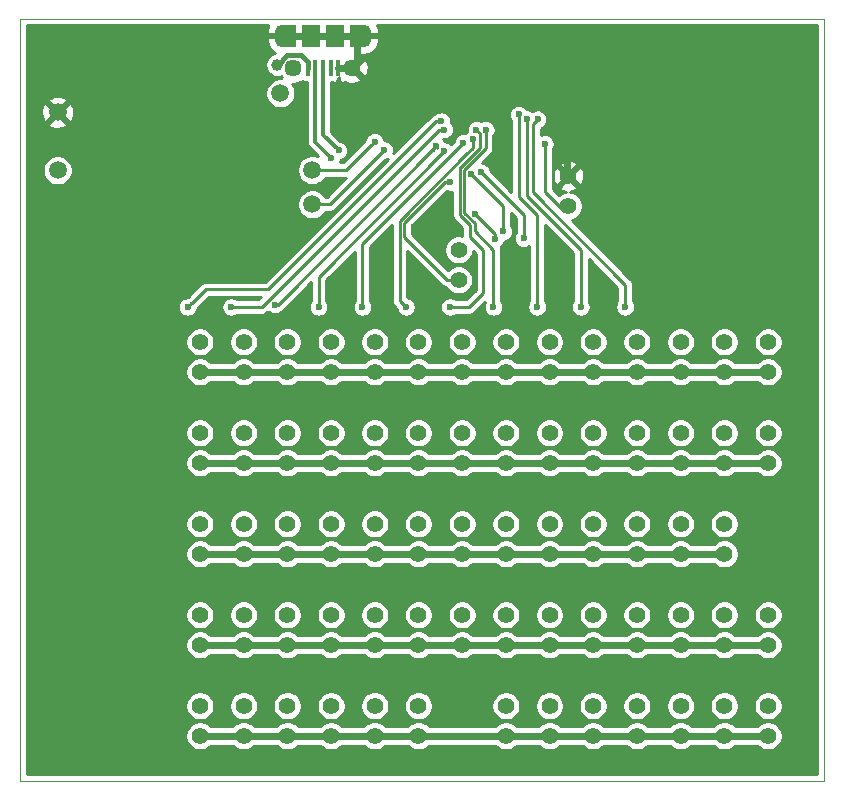
<source format=gbr>
G04 #@! TF.GenerationSoftware,KiCad,Pcbnew,(5.1.5)-3*
G04 #@! TF.CreationDate,2020-01-17T17:17:55-08:00*
G04 #@! TF.ProjectId,testing,74657374-696e-4672-9e6b-696361645f70,rev?*
G04 #@! TF.SameCoordinates,Original*
G04 #@! TF.FileFunction,Copper,L2,Bot*
G04 #@! TF.FilePolarity,Positive*
%FSLAX46Y46*%
G04 Gerber Fmt 4.6, Leading zero omitted, Abs format (unit mm)*
G04 Created by KiCad (PCBNEW (5.1.5)-3) date 2020-01-17 17:17:55*
%MOMM*%
%LPD*%
G04 APERTURE LIST*
G04 #@! TA.AperFunction,Profile*
%ADD10C,0.050000*%
G04 #@! TD*
G04 #@! TA.AperFunction,ComponentPad*
%ADD11C,1.500000*%
G04 #@! TD*
G04 #@! TA.AperFunction,ComponentPad*
%ADD12C,1.400000*%
G04 #@! TD*
G04 #@! TA.AperFunction,SMDPad,CuDef*
%ADD13R,1.200000X1.900000*%
G04 #@! TD*
G04 #@! TA.AperFunction,ComponentPad*
%ADD14O,1.200000X1.900000*%
G04 #@! TD*
G04 #@! TA.AperFunction,SMDPad,CuDef*
%ADD15R,1.500000X1.900000*%
G04 #@! TD*
G04 #@! TA.AperFunction,ComponentPad*
%ADD16C,1.450000*%
G04 #@! TD*
G04 #@! TA.AperFunction,SMDPad,CuDef*
%ADD17R,0.400000X1.350000*%
G04 #@! TD*
G04 #@! TA.AperFunction,ViaPad*
%ADD18C,0.600000*%
G04 #@! TD*
G04 #@! TA.AperFunction,ViaPad*
%ADD19C,1.000000*%
G04 #@! TD*
G04 #@! TA.AperFunction,Conductor*
%ADD20C,0.600000*%
G04 #@! TD*
G04 #@! TA.AperFunction,Conductor*
%ADD21C,0.200000*%
G04 #@! TD*
G04 #@! TA.AperFunction,Conductor*
%ADD22C,0.250000*%
G04 #@! TD*
G04 #@! TA.AperFunction,Conductor*
%ADD23C,0.400000*%
G04 #@! TD*
G04 #@! TA.AperFunction,Conductor*
%ADD24C,0.300000*%
G04 #@! TD*
G04 #@! TA.AperFunction,Conductor*
%ADD25C,0.254000*%
G04 #@! TD*
G04 APERTURE END LIST*
D10*
X161050000Y-112850000D02*
X93050000Y-112850000D01*
X93050000Y-48350000D02*
X93050000Y-112850000D01*
X161050000Y-48350000D02*
X93050000Y-48350000D01*
X161050000Y-112850000D02*
X161050000Y-48350000D01*
D11*
G04 #@! TO.P,TP5,1*
G04 #@! TO.N,Net-(TP5-Pad1)*
X96200000Y-61175000D03*
G04 #@! TD*
G04 #@! TO.P,TP4,1*
G04 #@! TO.N,Net-(TP4-Pad1)*
X117750000Y-61150000D03*
G04 #@! TD*
G04 #@! TO.P,TP3,1*
G04 #@! TO.N,Net-(TP3-Pad1)*
X117750000Y-64050000D03*
G04 #@! TD*
G04 #@! TO.P,TP2,1*
G04 #@! TO.N,+5V*
X115050000Y-54650000D03*
G04 #@! TD*
G04 #@! TO.P,TP1,1*
G04 #@! TO.N,GND*
X96200000Y-56275000D03*
G04 #@! TD*
D12*
G04 #@! TO.P,BOOT0UP1,2*
G04 #@! TO.N,Net-(BOOT0UP1-Pad2)*
X130150000Y-67910000D03*
G04 #@! TO.P,BOOT0UP1,1*
G04 #@! TO.N,+3V3*
X130150000Y-70450000D03*
G04 #@! TD*
G04 #@! TO.P,RST1,2*
G04 #@! TO.N,Net-(C23-Pad2)*
X139450000Y-64190000D03*
G04 #@! TO.P,RST1,1*
G04 #@! TO.N,GND*
X139450000Y-61650000D03*
G04 #@! TD*
G04 #@! TO.P,SW68,2*
G04 #@! TO.N,Net-(D68-Pad2)*
X156350000Y-106510000D03*
G04 #@! TO.P,SW68,1*
G04 #@! TO.N,/SMT32/ROW5*
X156350000Y-109050000D03*
G04 #@! TD*
G04 #@! TO.P,SW67,2*
G04 #@! TO.N,Net-(D67-Pad2)*
X156350000Y-98810000D03*
G04 #@! TO.P,SW67,1*
G04 #@! TO.N,/SMT32/ROW4*
X156350000Y-101350000D03*
G04 #@! TD*
G04 #@! TO.P,SW66,2*
G04 #@! TO.N,Net-(D66-Pad2)*
X156350000Y-83410000D03*
G04 #@! TO.P,SW66,1*
G04 #@! TO.N,/SMT32/ROW2*
X156350000Y-85950000D03*
G04 #@! TD*
G04 #@! TO.P,SW65,2*
G04 #@! TO.N,Net-(D65-Pad2)*
X156350000Y-75710000D03*
G04 #@! TO.P,SW65,1*
G04 #@! TO.N,/SMT32/ROW1*
X156350000Y-78250000D03*
G04 #@! TD*
G04 #@! TO.P,SW64,2*
G04 #@! TO.N,Net-(D64-Pad2)*
X152650000Y-106510000D03*
G04 #@! TO.P,SW64,1*
G04 #@! TO.N,/SMT32/ROW5*
X152650000Y-109050000D03*
G04 #@! TD*
G04 #@! TO.P,SW63,2*
G04 #@! TO.N,Net-(D63-Pad2)*
X152650000Y-98810000D03*
G04 #@! TO.P,SW63,1*
G04 #@! TO.N,/SMT32/ROW4*
X152650000Y-101350000D03*
G04 #@! TD*
G04 #@! TO.P,SW62,2*
G04 #@! TO.N,Net-(D62-Pad2)*
X152650000Y-91110000D03*
G04 #@! TO.P,SW62,1*
G04 #@! TO.N,/SMT32/ROW3*
X152650000Y-93650000D03*
G04 #@! TD*
G04 #@! TO.P,SW61,2*
G04 #@! TO.N,Net-(D61-Pad2)*
X152650000Y-83410000D03*
G04 #@! TO.P,SW61,1*
G04 #@! TO.N,/SMT32/ROW2*
X152650000Y-85950000D03*
G04 #@! TD*
G04 #@! TO.P,SW60,2*
G04 #@! TO.N,Net-(D60-Pad2)*
X152650000Y-75710000D03*
G04 #@! TO.P,SW60,1*
G04 #@! TO.N,/SMT32/ROW1*
X152650000Y-78250000D03*
G04 #@! TD*
G04 #@! TO.P,SW59,2*
G04 #@! TO.N,Net-(D59-Pad2)*
X148950000Y-106510000D03*
G04 #@! TO.P,SW59,1*
G04 #@! TO.N,/SMT32/ROW5*
X148950000Y-109050000D03*
G04 #@! TD*
G04 #@! TO.P,SW58,2*
G04 #@! TO.N,Net-(D58-Pad2)*
X148950000Y-98810000D03*
G04 #@! TO.P,SW58,1*
G04 #@! TO.N,/SMT32/ROW4*
X148950000Y-101350000D03*
G04 #@! TD*
G04 #@! TO.P,SW57,2*
G04 #@! TO.N,Net-(D57-Pad2)*
X148950000Y-91110000D03*
G04 #@! TO.P,SW57,1*
G04 #@! TO.N,/SMT32/ROW3*
X148950000Y-93650000D03*
G04 #@! TD*
G04 #@! TO.P,SW56,2*
G04 #@! TO.N,Net-(D56-Pad2)*
X148950000Y-83410000D03*
G04 #@! TO.P,SW56,1*
G04 #@! TO.N,/SMT32/ROW2*
X148950000Y-85950000D03*
G04 #@! TD*
G04 #@! TO.P,SW55,2*
G04 #@! TO.N,Net-(D55-Pad2)*
X148950000Y-75710000D03*
G04 #@! TO.P,SW55,1*
G04 #@! TO.N,/SMT32/ROW1*
X148950000Y-78250000D03*
G04 #@! TD*
G04 #@! TO.P,SW54,2*
G04 #@! TO.N,Net-(D54-Pad2)*
X145250000Y-106510000D03*
G04 #@! TO.P,SW54,1*
G04 #@! TO.N,/SMT32/ROW5*
X145250000Y-109050000D03*
G04 #@! TD*
G04 #@! TO.P,SW53,2*
G04 #@! TO.N,Net-(D53-Pad2)*
X145250000Y-98810000D03*
G04 #@! TO.P,SW53,1*
G04 #@! TO.N,/SMT32/ROW4*
X145250000Y-101350000D03*
G04 #@! TD*
G04 #@! TO.P,SW52,2*
G04 #@! TO.N,Net-(D52-Pad2)*
X145250000Y-91110000D03*
G04 #@! TO.P,SW52,1*
G04 #@! TO.N,/SMT32/ROW3*
X145250000Y-93650000D03*
G04 #@! TD*
G04 #@! TO.P,SW51,2*
G04 #@! TO.N,Net-(D51-Pad2)*
X145250000Y-83410000D03*
G04 #@! TO.P,SW51,1*
G04 #@! TO.N,/SMT32/ROW2*
X145250000Y-85950000D03*
G04 #@! TD*
G04 #@! TO.P,SW50,2*
G04 #@! TO.N,Net-(D50-Pad2)*
X145250000Y-75710000D03*
G04 #@! TO.P,SW50,1*
G04 #@! TO.N,/SMT32/ROW1*
X145250000Y-78250000D03*
G04 #@! TD*
G04 #@! TO.P,SW49,2*
G04 #@! TO.N,Net-(D49-Pad2)*
X141550000Y-106510000D03*
G04 #@! TO.P,SW49,1*
G04 #@! TO.N,/SMT32/ROW5*
X141550000Y-109050000D03*
G04 #@! TD*
G04 #@! TO.P,SW48,2*
G04 #@! TO.N,Net-(D48-Pad2)*
X141550000Y-98810000D03*
G04 #@! TO.P,SW48,1*
G04 #@! TO.N,/SMT32/ROW4*
X141550000Y-101350000D03*
G04 #@! TD*
G04 #@! TO.P,SW47,2*
G04 #@! TO.N,Net-(D47-Pad2)*
X141550000Y-91110000D03*
G04 #@! TO.P,SW47,1*
G04 #@! TO.N,/SMT32/ROW3*
X141550000Y-93650000D03*
G04 #@! TD*
G04 #@! TO.P,SW46,2*
G04 #@! TO.N,Net-(D46-Pad2)*
X141550000Y-83410000D03*
G04 #@! TO.P,SW46,1*
G04 #@! TO.N,/SMT32/ROW2*
X141550000Y-85950000D03*
G04 #@! TD*
G04 #@! TO.P,SW45,2*
G04 #@! TO.N,Net-(D45-Pad2)*
X141550000Y-75710000D03*
G04 #@! TO.P,SW45,1*
G04 #@! TO.N,/SMT32/ROW1*
X141550000Y-78250000D03*
G04 #@! TD*
G04 #@! TO.P,SW44,2*
G04 #@! TO.N,Net-(D44-Pad2)*
X137850000Y-106510000D03*
G04 #@! TO.P,SW44,1*
G04 #@! TO.N,/SMT32/ROW5*
X137850000Y-109050000D03*
G04 #@! TD*
G04 #@! TO.P,SW43,2*
G04 #@! TO.N,Net-(D43-Pad2)*
X137850000Y-98810000D03*
G04 #@! TO.P,SW43,1*
G04 #@! TO.N,/SMT32/ROW4*
X137850000Y-101350000D03*
G04 #@! TD*
G04 #@! TO.P,SW42,2*
G04 #@! TO.N,Net-(D42-Pad2)*
X137850000Y-91110000D03*
G04 #@! TO.P,SW42,1*
G04 #@! TO.N,/SMT32/ROW3*
X137850000Y-93650000D03*
G04 #@! TD*
G04 #@! TO.P,SW41,2*
G04 #@! TO.N,Net-(D41-Pad2)*
X137850000Y-83410000D03*
G04 #@! TO.P,SW41,1*
G04 #@! TO.N,/SMT32/ROW2*
X137850000Y-85950000D03*
G04 #@! TD*
G04 #@! TO.P,SW40,2*
G04 #@! TO.N,Net-(D40-Pad2)*
X137850000Y-75710000D03*
G04 #@! TO.P,SW40,1*
G04 #@! TO.N,/SMT32/ROW1*
X137850000Y-78250000D03*
G04 #@! TD*
G04 #@! TO.P,SW39,2*
G04 #@! TO.N,Net-(D39-Pad2)*
X134150000Y-106510000D03*
G04 #@! TO.P,SW39,1*
G04 #@! TO.N,/SMT32/ROW5*
X134150000Y-109050000D03*
G04 #@! TD*
G04 #@! TO.P,SW38,2*
G04 #@! TO.N,Net-(D38-Pad2)*
X134150000Y-98810000D03*
G04 #@! TO.P,SW38,1*
G04 #@! TO.N,/SMT32/ROW4*
X134150000Y-101350000D03*
G04 #@! TD*
G04 #@! TO.P,SW37,2*
G04 #@! TO.N,Net-(D37-Pad2)*
X134150000Y-91110000D03*
G04 #@! TO.P,SW37,1*
G04 #@! TO.N,/SMT32/ROW3*
X134150000Y-93650000D03*
G04 #@! TD*
G04 #@! TO.P,SW36,2*
G04 #@! TO.N,Net-(D36-Pad2)*
X134150000Y-83410000D03*
G04 #@! TO.P,SW36,1*
G04 #@! TO.N,/SMT32/ROW2*
X134150000Y-85950000D03*
G04 #@! TD*
G04 #@! TO.P,SW35,2*
G04 #@! TO.N,Net-(D35-Pad2)*
X134150000Y-75710000D03*
G04 #@! TO.P,SW35,1*
G04 #@! TO.N,/SMT32/ROW1*
X134150000Y-78250000D03*
G04 #@! TD*
G04 #@! TO.P,SW34,2*
G04 #@! TO.N,Net-(D34-Pad2)*
X130450000Y-98810000D03*
G04 #@! TO.P,SW34,1*
G04 #@! TO.N,/SMT32/ROW4*
X130450000Y-101350000D03*
G04 #@! TD*
G04 #@! TO.P,SW33,2*
G04 #@! TO.N,Net-(D33-Pad2)*
X130450000Y-91110000D03*
G04 #@! TO.P,SW33,1*
G04 #@! TO.N,/SMT32/ROW3*
X130450000Y-93650000D03*
G04 #@! TD*
G04 #@! TO.P,SW32,2*
G04 #@! TO.N,Net-(D32-Pad2)*
X130450000Y-83410000D03*
G04 #@! TO.P,SW32,1*
G04 #@! TO.N,/SMT32/ROW2*
X130450000Y-85950000D03*
G04 #@! TD*
G04 #@! TO.P,SW31,2*
G04 #@! TO.N,Net-(D31-Pad2)*
X130450000Y-75710000D03*
G04 #@! TO.P,SW31,1*
G04 #@! TO.N,/SMT32/ROW1*
X130450000Y-78250000D03*
G04 #@! TD*
G04 #@! TO.P,SW30,2*
G04 #@! TO.N,Net-(D30-Pad2)*
X126750000Y-106510000D03*
G04 #@! TO.P,SW30,1*
G04 #@! TO.N,/SMT32/ROW5*
X126750000Y-109050000D03*
G04 #@! TD*
G04 #@! TO.P,SW29,2*
G04 #@! TO.N,Net-(D29-Pad2)*
X126750000Y-98810000D03*
G04 #@! TO.P,SW29,1*
G04 #@! TO.N,/SMT32/ROW4*
X126750000Y-101350000D03*
G04 #@! TD*
G04 #@! TO.P,SW28,2*
G04 #@! TO.N,Net-(D28-Pad2)*
X126750000Y-91110000D03*
G04 #@! TO.P,SW28,1*
G04 #@! TO.N,/SMT32/ROW3*
X126750000Y-93650000D03*
G04 #@! TD*
G04 #@! TO.P,SW27,2*
G04 #@! TO.N,Net-(D27-Pad2)*
X126750000Y-83410000D03*
G04 #@! TO.P,SW27,1*
G04 #@! TO.N,/SMT32/ROW2*
X126750000Y-85950000D03*
G04 #@! TD*
G04 #@! TO.P,SW26,2*
G04 #@! TO.N,Net-(D26-Pad2)*
X126750000Y-75710000D03*
G04 #@! TO.P,SW26,1*
G04 #@! TO.N,/SMT32/ROW1*
X126750000Y-78250000D03*
G04 #@! TD*
G04 #@! TO.P,SW25,2*
G04 #@! TO.N,Net-(D25-Pad2)*
X123050000Y-106510000D03*
G04 #@! TO.P,SW25,1*
G04 #@! TO.N,/SMT32/ROW5*
X123050000Y-109050000D03*
G04 #@! TD*
G04 #@! TO.P,SW24,2*
G04 #@! TO.N,Net-(D24-Pad2)*
X123050000Y-98810000D03*
G04 #@! TO.P,SW24,1*
G04 #@! TO.N,/SMT32/ROW4*
X123050000Y-101350000D03*
G04 #@! TD*
G04 #@! TO.P,SW23,2*
G04 #@! TO.N,Net-(D23-Pad2)*
X123050000Y-91110000D03*
G04 #@! TO.P,SW23,1*
G04 #@! TO.N,/SMT32/ROW3*
X123050000Y-93650000D03*
G04 #@! TD*
G04 #@! TO.P,SW22,2*
G04 #@! TO.N,Net-(D22-Pad2)*
X123050000Y-83410000D03*
G04 #@! TO.P,SW22,1*
G04 #@! TO.N,/SMT32/ROW2*
X123050000Y-85950000D03*
G04 #@! TD*
G04 #@! TO.P,SW21,2*
G04 #@! TO.N,Net-(D21-Pad2)*
X123050000Y-75710000D03*
G04 #@! TO.P,SW21,1*
G04 #@! TO.N,/SMT32/ROW1*
X123050000Y-78250000D03*
G04 #@! TD*
G04 #@! TO.P,SW20,2*
G04 #@! TO.N,Net-(D20-Pad2)*
X119350000Y-106510000D03*
G04 #@! TO.P,SW20,1*
G04 #@! TO.N,/SMT32/ROW5*
X119350000Y-109050000D03*
G04 #@! TD*
G04 #@! TO.P,SW19,2*
G04 #@! TO.N,Net-(D19-Pad2)*
X119350000Y-98810000D03*
G04 #@! TO.P,SW19,1*
G04 #@! TO.N,/SMT32/ROW4*
X119350000Y-101350000D03*
G04 #@! TD*
G04 #@! TO.P,SW18,2*
G04 #@! TO.N,Net-(D18-Pad2)*
X119350000Y-91110000D03*
G04 #@! TO.P,SW18,1*
G04 #@! TO.N,/SMT32/ROW3*
X119350000Y-93650000D03*
G04 #@! TD*
G04 #@! TO.P,SW17,2*
G04 #@! TO.N,Net-(D17-Pad2)*
X119350000Y-83410000D03*
G04 #@! TO.P,SW17,1*
G04 #@! TO.N,/SMT32/ROW2*
X119350000Y-85950000D03*
G04 #@! TD*
G04 #@! TO.P,SW16,2*
G04 #@! TO.N,Net-(D16-Pad2)*
X119350000Y-75710000D03*
G04 #@! TO.P,SW16,1*
G04 #@! TO.N,/SMT32/ROW1*
X119350000Y-78250000D03*
G04 #@! TD*
G04 #@! TO.P,SW15,2*
G04 #@! TO.N,Net-(D15-Pad2)*
X115650000Y-106510000D03*
G04 #@! TO.P,SW15,1*
G04 #@! TO.N,/SMT32/ROW5*
X115650000Y-109050000D03*
G04 #@! TD*
G04 #@! TO.P,SW14,2*
G04 #@! TO.N,Net-(D14-Pad2)*
X115650000Y-98810000D03*
G04 #@! TO.P,SW14,1*
G04 #@! TO.N,/SMT32/ROW4*
X115650000Y-101350000D03*
G04 #@! TD*
G04 #@! TO.P,SW13,2*
G04 #@! TO.N,Net-(D13-Pad2)*
X115650000Y-91110000D03*
G04 #@! TO.P,SW13,1*
G04 #@! TO.N,/SMT32/ROW3*
X115650000Y-93650000D03*
G04 #@! TD*
G04 #@! TO.P,SW12,2*
G04 #@! TO.N,Net-(D12-Pad2)*
X115650000Y-83410000D03*
G04 #@! TO.P,SW12,1*
G04 #@! TO.N,/SMT32/ROW2*
X115650000Y-85950000D03*
G04 #@! TD*
G04 #@! TO.P,SW11,2*
G04 #@! TO.N,Net-(D11-Pad2)*
X115650000Y-75710000D03*
G04 #@! TO.P,SW11,1*
G04 #@! TO.N,/SMT32/ROW1*
X115650000Y-78250000D03*
G04 #@! TD*
G04 #@! TO.P,SW10,2*
G04 #@! TO.N,Net-(D10-Pad2)*
X111950000Y-106510000D03*
G04 #@! TO.P,SW10,1*
G04 #@! TO.N,/SMT32/ROW5*
X111950000Y-109050000D03*
G04 #@! TD*
G04 #@! TO.P,SW8,2*
G04 #@! TO.N,Net-(D8-Pad2)*
X111950000Y-91110000D03*
G04 #@! TO.P,SW8,1*
G04 #@! TO.N,/SMT32/ROW3*
X111950000Y-93650000D03*
G04 #@! TD*
G04 #@! TO.P,SW5,2*
G04 #@! TO.N,Net-(D5-Pad2)*
X108250000Y-106510000D03*
G04 #@! TO.P,SW5,1*
G04 #@! TO.N,/SMT32/ROW5*
X108250000Y-109050000D03*
G04 #@! TD*
G04 #@! TO.P,SW4,2*
G04 #@! TO.N,Net-(D4-Pad2)*
X108250000Y-98810000D03*
G04 #@! TO.P,SW4,1*
G04 #@! TO.N,/SMT32/ROW4*
X108250000Y-101350000D03*
G04 #@! TD*
G04 #@! TO.P,SW3,2*
G04 #@! TO.N,Net-(D3-Pad2)*
X108250000Y-91110000D03*
G04 #@! TO.P,SW3,1*
G04 #@! TO.N,/SMT32/ROW3*
X108250000Y-93650000D03*
G04 #@! TD*
G04 #@! TO.P,SW1,2*
G04 #@! TO.N,Net-(D1-Pad2)*
X108250000Y-75710000D03*
G04 #@! TO.P,SW1,1*
G04 #@! TO.N,/SMT32/ROW1*
X108250000Y-78250000D03*
G04 #@! TD*
G04 #@! TO.P,SW9,2*
G04 #@! TO.N,Net-(D9-Pad2)*
X111950000Y-98810000D03*
G04 #@! TO.P,SW9,1*
G04 #@! TO.N,/SMT32/ROW4*
X111950000Y-101350000D03*
G04 #@! TD*
G04 #@! TO.P,SW7,2*
G04 #@! TO.N,Net-(D7-Pad2)*
X111950000Y-83410000D03*
G04 #@! TO.P,SW7,1*
G04 #@! TO.N,/SMT32/ROW2*
X111950000Y-85950000D03*
G04 #@! TD*
G04 #@! TO.P,SW6,2*
G04 #@! TO.N,Net-(D6-Pad2)*
X111950000Y-75710000D03*
G04 #@! TO.P,SW6,1*
G04 #@! TO.N,/SMT32/ROW1*
X111950000Y-78250000D03*
G04 #@! TD*
G04 #@! TO.P,SW2,2*
G04 #@! TO.N,Net-(D2-Pad2)*
X108250000Y-83410000D03*
G04 #@! TO.P,SW2,1*
G04 #@! TO.N,/SMT32/ROW2*
X108250000Y-85950000D03*
G04 #@! TD*
D13*
G04 #@! TO.P,J1,6*
G04 #@! TO.N,GND*
X115765500Y-49797500D03*
X121565500Y-49797500D03*
D14*
X122165500Y-49797500D03*
X115165500Y-49797500D03*
D15*
X117665500Y-49797500D03*
D16*
X121165500Y-52497500D03*
D17*
G04 #@! TO.P,J1,3*
G04 #@! TO.N,/SMT32/USB_D+*
X118665500Y-52497500D03*
G04 #@! TO.P,J1,4*
G04 #@! TO.N,Net-(J1-Pad4)*
X119315500Y-52497500D03*
G04 #@! TO.P,J1,5*
G04 #@! TO.N,GND*
X119965500Y-52497500D03*
G04 #@! TO.P,J1,1*
G04 #@! TO.N,+5V*
X117365500Y-52497500D03*
G04 #@! TO.P,J1,2*
G04 #@! TO.N,/SMT32/USB_D-*
X118015500Y-52497500D03*
D16*
G04 #@! TO.P,J1,6*
G04 #@! TO.N,GND*
X116165500Y-52497500D03*
D15*
X119665500Y-49797500D03*
G04 #@! TD*
D18*
G04 #@! TO.N,GND*
X129550000Y-66150000D03*
X126346478Y-65959918D03*
D19*
X139350000Y-57450000D03*
D18*
G04 #@! TO.N,+3V3*
X129433000Y-62167000D03*
D19*
G04 #@! TO.N,+5V*
X114813295Y-52248159D03*
D18*
G04 #@! TO.N,Net-(C23-Pad2)*
X137449579Y-58920010D03*
G04 #@! TO.N,/SMT32/COL14*
X107199999Y-72750001D03*
X128701520Y-57010706D03*
G04 #@! TO.N,/SMT32/COL13*
X110899999Y-72750001D03*
X128926256Y-57726256D03*
G04 #@! TO.N,/SMT32/COL12*
X114599999Y-72550001D03*
X128250000Y-59150000D03*
G04 #@! TO.N,/SMT32/COL11*
X118299999Y-72750001D03*
X128950000Y-59550000D03*
G04 #@! TO.N,/SMT32/COL10*
X121999999Y-72750001D03*
X130550000Y-58850000D03*
G04 #@! TO.N,/SMT32/COL9*
X125699999Y-72750001D03*
X131350000Y-58550000D03*
G04 #@! TO.N,/SMT32/COL8*
X131650000Y-57750000D03*
X129399999Y-72750001D03*
G04 #@! TO.N,/SMT32/COL7*
X132450000Y-57750000D03*
X133099999Y-72750001D03*
G04 #@! TO.N,/SMT32/COL6*
X135250000Y-56450000D03*
X136799999Y-72750001D03*
G04 #@! TO.N,/SMT32/COL5*
X140499999Y-72750001D03*
X135950000Y-56850000D03*
G04 #@! TO.N,/SMT32/COL4*
X144250000Y-72750000D03*
X136850000Y-56850000D03*
G04 #@! TO.N,/SMT32/COL3*
X133250000Y-66950000D03*
X131572725Y-64893838D03*
G04 #@! TO.N,/SMT32/COL2*
X132050000Y-61350000D03*
X135650000Y-66925010D03*
G04 #@! TO.N,/SMT32/COL1*
X133950000Y-66350000D03*
X131225010Y-61450000D03*
G04 #@! TO.N,/SMT32/USB_D+*
X119989355Y-59497457D03*
G04 #@! TO.N,/SMT32/USB_D-*
X119352957Y-60133855D03*
G04 #@! TO.N,Net-(TP3-Pad1)*
X123850000Y-59450000D03*
G04 #@! TO.N,Net-(TP4-Pad1)*
X123050000Y-58750000D03*
G04 #@! TD*
D20*
G04 #@! TO.N,GND*
X115765500Y-49797500D02*
X121565500Y-49797500D01*
X121565500Y-52097500D02*
X121165500Y-52497500D01*
X121565500Y-49797500D02*
X121565500Y-52097500D01*
X121165500Y-52497500D02*
X119965500Y-52497500D01*
D21*
X126536560Y-66150000D02*
X126346478Y-65959918D01*
X129550000Y-66150000D02*
X126536560Y-66150000D01*
D20*
X139350000Y-61550000D02*
X139450000Y-61650000D01*
X139350000Y-57450000D02*
X139350000Y-61550000D01*
D22*
G04 #@! TO.N,+3V3*
X125550000Y-65650000D02*
X129033000Y-62167000D01*
X125550000Y-66839949D02*
X125550000Y-65650000D01*
X129033000Y-62167000D02*
X129433000Y-62167000D01*
X130150000Y-70450000D02*
X129160051Y-70450000D01*
X129160051Y-70450000D02*
X125550000Y-66839949D01*
D23*
G04 #@! TO.N,+5V*
X117365500Y-52022500D02*
X116765499Y-51422499D01*
X115649499Y-51422499D02*
X114823839Y-52248159D01*
X117365500Y-52497500D02*
X117365500Y-52022500D01*
X116765499Y-51422499D02*
X115649499Y-51422499D01*
X114823839Y-52248159D02*
X114813295Y-52248159D01*
D22*
G04 #@! TO.N,Net-(C23-Pad2)*
X137449579Y-59344274D02*
X137449579Y-58920010D01*
X137449579Y-63049579D02*
X137449579Y-59344274D01*
X138950000Y-64550000D02*
X137449579Y-63049579D01*
D20*
G04 #@! TO.N,/SMT32/ROW1*
X108250000Y-78250000D02*
X156350000Y-78250000D01*
G04 #@! TO.N,/SMT32/ROW2*
X156350000Y-85950000D02*
X108250000Y-85950000D01*
G04 #@! TO.N,/SMT32/ROW3*
X108250000Y-93650000D02*
X152650000Y-93650000D01*
G04 #@! TO.N,/SMT32/ROW4*
X156350000Y-101350000D02*
X108250000Y-101350000D01*
G04 #@! TO.N,/SMT32/ROW5*
X156350000Y-109050000D02*
X108250000Y-109050000D01*
D22*
G04 #@! TO.N,/SMT32/COL14*
X128277256Y-57010706D02*
X128701520Y-57010706D01*
X124637962Y-60650000D02*
X128277256Y-57010706D01*
X107499998Y-72450002D02*
X107549998Y-72450002D01*
X107199999Y-72750001D02*
X107499998Y-72450002D01*
X107549998Y-72450002D02*
X108750000Y-71250000D01*
X124637962Y-60650000D02*
X124637962Y-60662038D01*
X114050000Y-71250000D02*
X108750000Y-71250000D01*
X124637962Y-60662038D02*
X114050000Y-71250000D01*
G04 #@! TO.N,/SMT32/COL13*
X110899999Y-72750001D02*
X113478247Y-72750001D01*
X128501992Y-57726256D02*
X128926256Y-57726256D01*
X113478247Y-72750001D02*
X128501992Y-57726256D01*
G04 #@! TO.N,/SMT32/COL12*
X128350000Y-59250000D02*
X128250000Y-59150000D01*
X128250000Y-59150000D02*
X127950001Y-59449999D01*
X114849999Y-72550001D02*
X114599999Y-72550001D01*
X128250000Y-59150000D02*
X114849999Y-72550001D01*
G04 #@! TO.N,/SMT32/COL11*
X118299999Y-70200001D02*
X118299999Y-72750001D01*
X118299999Y-70200001D02*
X128950000Y-59550000D01*
G04 #@! TO.N,/SMT32/COL10*
X121999999Y-68034300D02*
X121999999Y-72750001D01*
X130450000Y-58950000D02*
X130550000Y-58850000D01*
X121999999Y-67400001D02*
X121999999Y-72750001D01*
X130550000Y-58850000D02*
X121999999Y-67400001D01*
G04 #@! TO.N,/SMT32/COL9*
X131350000Y-59250000D02*
X130650000Y-59950000D01*
X131350000Y-58550000D02*
X131350000Y-59250000D01*
X125149989Y-72199991D02*
X125400000Y-72450002D01*
X125400000Y-72450002D02*
X125699999Y-72750001D01*
X125149989Y-65450011D02*
X125149989Y-72199991D01*
X130850000Y-59750000D02*
X125149989Y-65450011D01*
G04 #@! TO.N,/SMT32/COL8*
X131650000Y-57750000D02*
X131950000Y-58050000D01*
X131950000Y-58050000D02*
X131950000Y-59250000D01*
X130249990Y-60950011D02*
X130300001Y-60900000D01*
X130249990Y-60950010D02*
X131950000Y-59250000D01*
X130249990Y-60950011D02*
X130249990Y-60950010D01*
X130849999Y-72750001D02*
X129399999Y-72750001D01*
X131050000Y-72750000D02*
X130849999Y-72750001D01*
X132250000Y-71550000D02*
X131050000Y-72750000D01*
X130249990Y-60950011D02*
X130249990Y-64949989D01*
X130249990Y-64949989D02*
X131125001Y-65824999D01*
X131125001Y-65824999D02*
X131125001Y-66825001D01*
X131125001Y-66825001D02*
X132250000Y-67950000D01*
X132250000Y-67950000D02*
X132250000Y-71550000D01*
G04 #@! TO.N,/SMT32/COL7*
X130650000Y-64784300D02*
X131525012Y-65659312D01*
X132450000Y-59315700D02*
X130650000Y-61115700D01*
X130650000Y-61115700D02*
X130650000Y-64784300D01*
X132450000Y-57750000D02*
X132450000Y-59315700D01*
X133099999Y-72750001D02*
X133099999Y-67899999D01*
X131525012Y-66325012D02*
X131525012Y-65659312D01*
X133099999Y-67899999D02*
X131525012Y-66325012D01*
G04 #@! TO.N,/SMT32/COL6*
X136799999Y-64999999D02*
X136799999Y-72750001D01*
X135250000Y-56450000D02*
X135250000Y-63450000D01*
X135250000Y-63450000D02*
X136799999Y-64999999D01*
G04 #@! TO.N,/SMT32/COL5*
X140499999Y-72750001D02*
X140499999Y-67899999D01*
X135950000Y-56850000D02*
X135950000Y-63350000D01*
X135950000Y-63350000D02*
X140499999Y-67899999D01*
G04 #@! TO.N,/SMT32/COL4*
X144250000Y-70850000D02*
X136439021Y-63039021D01*
X136550001Y-57149999D02*
X136850000Y-56850000D01*
X144250000Y-72750000D02*
X144250000Y-70850000D01*
X136439021Y-57260979D02*
X136550001Y-57149999D01*
X136439021Y-63039021D02*
X136439021Y-57260979D01*
G04 #@! TO.N,/SMT32/COL3*
X133250000Y-66571113D02*
X133250000Y-66950000D01*
X131572725Y-64893838D02*
X133250000Y-66571113D01*
G04 #@! TO.N,/SMT32/COL2*
X135650000Y-64950000D02*
X135650000Y-66925010D01*
X132050000Y-61350000D02*
X135650000Y-64950000D01*
G04 #@! TO.N,/SMT32/COL1*
X133950000Y-64174990D02*
X131225010Y-61450000D01*
X133950000Y-66350000D02*
X133950000Y-64174990D01*
D24*
G04 #@! TO.N,/SMT32/USB_D+*
X118665500Y-52497500D02*
X118665500Y-58173602D01*
X118665500Y-58173602D02*
X119989355Y-59497457D01*
G04 #@! TO.N,/SMT32/USB_D-*
X118015500Y-58796398D02*
X119352957Y-60133855D01*
X118015500Y-52497500D02*
X118015500Y-58796398D01*
D22*
G04 #@! TO.N,Net-(TP3-Pad1)*
X123850000Y-59450000D02*
X120550000Y-62750000D01*
X119250000Y-64050000D02*
X117750000Y-64050000D01*
X120550000Y-62750000D02*
X119250000Y-64050000D01*
G04 #@! TO.N,Net-(TP4-Pad1)*
X122750001Y-59049999D02*
X123050000Y-58750000D01*
X120650000Y-61150000D02*
X117750000Y-61150000D01*
X120650000Y-61150000D02*
X122750001Y-59049999D01*
G04 #@! TD*
D25*
G04 #@! TO.N,GND*
G36*
X113979007Y-49082004D02*
G01*
X113930500Y-49320500D01*
X113930500Y-49670500D01*
X117538500Y-49670500D01*
X117538500Y-49650500D01*
X117792500Y-49650500D01*
X117792500Y-49670500D01*
X119538500Y-49670500D01*
X119538500Y-49650500D01*
X119792500Y-49650500D01*
X119792500Y-49670500D01*
X123400500Y-49670500D01*
X123400500Y-49320500D01*
X123351993Y-49082004D01*
X123276524Y-48902000D01*
X160498001Y-48902000D01*
X160498000Y-112298000D01*
X93602000Y-112298000D01*
X93602000Y-108929151D01*
X107023000Y-108929151D01*
X107023000Y-109170849D01*
X107070153Y-109407903D01*
X107162647Y-109631202D01*
X107296927Y-109832167D01*
X107467833Y-110003073D01*
X107668798Y-110137353D01*
X107892097Y-110229847D01*
X108129151Y-110277000D01*
X108370849Y-110277000D01*
X108607903Y-110229847D01*
X108831202Y-110137353D01*
X109032167Y-110003073D01*
X109158240Y-109877000D01*
X111041760Y-109877000D01*
X111167833Y-110003073D01*
X111368798Y-110137353D01*
X111592097Y-110229847D01*
X111829151Y-110277000D01*
X112070849Y-110277000D01*
X112307903Y-110229847D01*
X112531202Y-110137353D01*
X112732167Y-110003073D01*
X112858240Y-109877000D01*
X114741760Y-109877000D01*
X114867833Y-110003073D01*
X115068798Y-110137353D01*
X115292097Y-110229847D01*
X115529151Y-110277000D01*
X115770849Y-110277000D01*
X116007903Y-110229847D01*
X116231202Y-110137353D01*
X116432167Y-110003073D01*
X116558240Y-109877000D01*
X118441760Y-109877000D01*
X118567833Y-110003073D01*
X118768798Y-110137353D01*
X118992097Y-110229847D01*
X119229151Y-110277000D01*
X119470849Y-110277000D01*
X119707903Y-110229847D01*
X119931202Y-110137353D01*
X120132167Y-110003073D01*
X120258240Y-109877000D01*
X122141760Y-109877000D01*
X122267833Y-110003073D01*
X122468798Y-110137353D01*
X122692097Y-110229847D01*
X122929151Y-110277000D01*
X123170849Y-110277000D01*
X123407903Y-110229847D01*
X123631202Y-110137353D01*
X123832167Y-110003073D01*
X123958240Y-109877000D01*
X125841760Y-109877000D01*
X125967833Y-110003073D01*
X126168798Y-110137353D01*
X126392097Y-110229847D01*
X126629151Y-110277000D01*
X126870849Y-110277000D01*
X127107903Y-110229847D01*
X127331202Y-110137353D01*
X127532167Y-110003073D01*
X127658240Y-109877000D01*
X133241760Y-109877000D01*
X133367833Y-110003073D01*
X133568798Y-110137353D01*
X133792097Y-110229847D01*
X134029151Y-110277000D01*
X134270849Y-110277000D01*
X134507903Y-110229847D01*
X134731202Y-110137353D01*
X134932167Y-110003073D01*
X135058240Y-109877000D01*
X136941760Y-109877000D01*
X137067833Y-110003073D01*
X137268798Y-110137353D01*
X137492097Y-110229847D01*
X137729151Y-110277000D01*
X137970849Y-110277000D01*
X138207903Y-110229847D01*
X138431202Y-110137353D01*
X138632167Y-110003073D01*
X138758240Y-109877000D01*
X140641760Y-109877000D01*
X140767833Y-110003073D01*
X140968798Y-110137353D01*
X141192097Y-110229847D01*
X141429151Y-110277000D01*
X141670849Y-110277000D01*
X141907903Y-110229847D01*
X142131202Y-110137353D01*
X142332167Y-110003073D01*
X142458240Y-109877000D01*
X144341760Y-109877000D01*
X144467833Y-110003073D01*
X144668798Y-110137353D01*
X144892097Y-110229847D01*
X145129151Y-110277000D01*
X145370849Y-110277000D01*
X145607903Y-110229847D01*
X145831202Y-110137353D01*
X146032167Y-110003073D01*
X146158240Y-109877000D01*
X148041760Y-109877000D01*
X148167833Y-110003073D01*
X148368798Y-110137353D01*
X148592097Y-110229847D01*
X148829151Y-110277000D01*
X149070849Y-110277000D01*
X149307903Y-110229847D01*
X149531202Y-110137353D01*
X149732167Y-110003073D01*
X149858240Y-109877000D01*
X151741760Y-109877000D01*
X151867833Y-110003073D01*
X152068798Y-110137353D01*
X152292097Y-110229847D01*
X152529151Y-110277000D01*
X152770849Y-110277000D01*
X153007903Y-110229847D01*
X153231202Y-110137353D01*
X153432167Y-110003073D01*
X153558240Y-109877000D01*
X155441760Y-109877000D01*
X155567833Y-110003073D01*
X155768798Y-110137353D01*
X155992097Y-110229847D01*
X156229151Y-110277000D01*
X156470849Y-110277000D01*
X156707903Y-110229847D01*
X156931202Y-110137353D01*
X157132167Y-110003073D01*
X157303073Y-109832167D01*
X157437353Y-109631202D01*
X157529847Y-109407903D01*
X157577000Y-109170849D01*
X157577000Y-108929151D01*
X157529847Y-108692097D01*
X157437353Y-108468798D01*
X157303073Y-108267833D01*
X157132167Y-108096927D01*
X156931202Y-107962647D01*
X156707903Y-107870153D01*
X156470849Y-107823000D01*
X156229151Y-107823000D01*
X155992097Y-107870153D01*
X155768798Y-107962647D01*
X155567833Y-108096927D01*
X155441760Y-108223000D01*
X153558240Y-108223000D01*
X153432167Y-108096927D01*
X153231202Y-107962647D01*
X153007903Y-107870153D01*
X152770849Y-107823000D01*
X152529151Y-107823000D01*
X152292097Y-107870153D01*
X152068798Y-107962647D01*
X151867833Y-108096927D01*
X151741760Y-108223000D01*
X149858240Y-108223000D01*
X149732167Y-108096927D01*
X149531202Y-107962647D01*
X149307903Y-107870153D01*
X149070849Y-107823000D01*
X148829151Y-107823000D01*
X148592097Y-107870153D01*
X148368798Y-107962647D01*
X148167833Y-108096927D01*
X148041760Y-108223000D01*
X146158240Y-108223000D01*
X146032167Y-108096927D01*
X145831202Y-107962647D01*
X145607903Y-107870153D01*
X145370849Y-107823000D01*
X145129151Y-107823000D01*
X144892097Y-107870153D01*
X144668798Y-107962647D01*
X144467833Y-108096927D01*
X144341760Y-108223000D01*
X142458240Y-108223000D01*
X142332167Y-108096927D01*
X142131202Y-107962647D01*
X141907903Y-107870153D01*
X141670849Y-107823000D01*
X141429151Y-107823000D01*
X141192097Y-107870153D01*
X140968798Y-107962647D01*
X140767833Y-108096927D01*
X140641760Y-108223000D01*
X138758240Y-108223000D01*
X138632167Y-108096927D01*
X138431202Y-107962647D01*
X138207903Y-107870153D01*
X137970849Y-107823000D01*
X137729151Y-107823000D01*
X137492097Y-107870153D01*
X137268798Y-107962647D01*
X137067833Y-108096927D01*
X136941760Y-108223000D01*
X135058240Y-108223000D01*
X134932167Y-108096927D01*
X134731202Y-107962647D01*
X134507903Y-107870153D01*
X134270849Y-107823000D01*
X134029151Y-107823000D01*
X133792097Y-107870153D01*
X133568798Y-107962647D01*
X133367833Y-108096927D01*
X133241760Y-108223000D01*
X127658240Y-108223000D01*
X127532167Y-108096927D01*
X127331202Y-107962647D01*
X127107903Y-107870153D01*
X126870849Y-107823000D01*
X126629151Y-107823000D01*
X126392097Y-107870153D01*
X126168798Y-107962647D01*
X125967833Y-108096927D01*
X125841760Y-108223000D01*
X123958240Y-108223000D01*
X123832167Y-108096927D01*
X123631202Y-107962647D01*
X123407903Y-107870153D01*
X123170849Y-107823000D01*
X122929151Y-107823000D01*
X122692097Y-107870153D01*
X122468798Y-107962647D01*
X122267833Y-108096927D01*
X122141760Y-108223000D01*
X120258240Y-108223000D01*
X120132167Y-108096927D01*
X119931202Y-107962647D01*
X119707903Y-107870153D01*
X119470849Y-107823000D01*
X119229151Y-107823000D01*
X118992097Y-107870153D01*
X118768798Y-107962647D01*
X118567833Y-108096927D01*
X118441760Y-108223000D01*
X116558240Y-108223000D01*
X116432167Y-108096927D01*
X116231202Y-107962647D01*
X116007903Y-107870153D01*
X115770849Y-107823000D01*
X115529151Y-107823000D01*
X115292097Y-107870153D01*
X115068798Y-107962647D01*
X114867833Y-108096927D01*
X114741760Y-108223000D01*
X112858240Y-108223000D01*
X112732167Y-108096927D01*
X112531202Y-107962647D01*
X112307903Y-107870153D01*
X112070849Y-107823000D01*
X111829151Y-107823000D01*
X111592097Y-107870153D01*
X111368798Y-107962647D01*
X111167833Y-108096927D01*
X111041760Y-108223000D01*
X109158240Y-108223000D01*
X109032167Y-108096927D01*
X108831202Y-107962647D01*
X108607903Y-107870153D01*
X108370849Y-107823000D01*
X108129151Y-107823000D01*
X107892097Y-107870153D01*
X107668798Y-107962647D01*
X107467833Y-108096927D01*
X107296927Y-108267833D01*
X107162647Y-108468798D01*
X107070153Y-108692097D01*
X107023000Y-108929151D01*
X93602000Y-108929151D01*
X93602000Y-106389151D01*
X107023000Y-106389151D01*
X107023000Y-106630849D01*
X107070153Y-106867903D01*
X107162647Y-107091202D01*
X107296927Y-107292167D01*
X107467833Y-107463073D01*
X107668798Y-107597353D01*
X107892097Y-107689847D01*
X108129151Y-107737000D01*
X108370849Y-107737000D01*
X108607903Y-107689847D01*
X108831202Y-107597353D01*
X109032167Y-107463073D01*
X109203073Y-107292167D01*
X109337353Y-107091202D01*
X109429847Y-106867903D01*
X109477000Y-106630849D01*
X109477000Y-106389151D01*
X110723000Y-106389151D01*
X110723000Y-106630849D01*
X110770153Y-106867903D01*
X110862647Y-107091202D01*
X110996927Y-107292167D01*
X111167833Y-107463073D01*
X111368798Y-107597353D01*
X111592097Y-107689847D01*
X111829151Y-107737000D01*
X112070849Y-107737000D01*
X112307903Y-107689847D01*
X112531202Y-107597353D01*
X112732167Y-107463073D01*
X112903073Y-107292167D01*
X113037353Y-107091202D01*
X113129847Y-106867903D01*
X113177000Y-106630849D01*
X113177000Y-106389151D01*
X114423000Y-106389151D01*
X114423000Y-106630849D01*
X114470153Y-106867903D01*
X114562647Y-107091202D01*
X114696927Y-107292167D01*
X114867833Y-107463073D01*
X115068798Y-107597353D01*
X115292097Y-107689847D01*
X115529151Y-107737000D01*
X115770849Y-107737000D01*
X116007903Y-107689847D01*
X116231202Y-107597353D01*
X116432167Y-107463073D01*
X116603073Y-107292167D01*
X116737353Y-107091202D01*
X116829847Y-106867903D01*
X116877000Y-106630849D01*
X116877000Y-106389151D01*
X118123000Y-106389151D01*
X118123000Y-106630849D01*
X118170153Y-106867903D01*
X118262647Y-107091202D01*
X118396927Y-107292167D01*
X118567833Y-107463073D01*
X118768798Y-107597353D01*
X118992097Y-107689847D01*
X119229151Y-107737000D01*
X119470849Y-107737000D01*
X119707903Y-107689847D01*
X119931202Y-107597353D01*
X120132167Y-107463073D01*
X120303073Y-107292167D01*
X120437353Y-107091202D01*
X120529847Y-106867903D01*
X120577000Y-106630849D01*
X120577000Y-106389151D01*
X121823000Y-106389151D01*
X121823000Y-106630849D01*
X121870153Y-106867903D01*
X121962647Y-107091202D01*
X122096927Y-107292167D01*
X122267833Y-107463073D01*
X122468798Y-107597353D01*
X122692097Y-107689847D01*
X122929151Y-107737000D01*
X123170849Y-107737000D01*
X123407903Y-107689847D01*
X123631202Y-107597353D01*
X123832167Y-107463073D01*
X124003073Y-107292167D01*
X124137353Y-107091202D01*
X124229847Y-106867903D01*
X124277000Y-106630849D01*
X124277000Y-106389151D01*
X125523000Y-106389151D01*
X125523000Y-106630849D01*
X125570153Y-106867903D01*
X125662647Y-107091202D01*
X125796927Y-107292167D01*
X125967833Y-107463073D01*
X126168798Y-107597353D01*
X126392097Y-107689847D01*
X126629151Y-107737000D01*
X126870849Y-107737000D01*
X127107903Y-107689847D01*
X127331202Y-107597353D01*
X127532167Y-107463073D01*
X127703073Y-107292167D01*
X127837353Y-107091202D01*
X127929847Y-106867903D01*
X127977000Y-106630849D01*
X127977000Y-106389151D01*
X132923000Y-106389151D01*
X132923000Y-106630849D01*
X132970153Y-106867903D01*
X133062647Y-107091202D01*
X133196927Y-107292167D01*
X133367833Y-107463073D01*
X133568798Y-107597353D01*
X133792097Y-107689847D01*
X134029151Y-107737000D01*
X134270849Y-107737000D01*
X134507903Y-107689847D01*
X134731202Y-107597353D01*
X134932167Y-107463073D01*
X135103073Y-107292167D01*
X135237353Y-107091202D01*
X135329847Y-106867903D01*
X135377000Y-106630849D01*
X135377000Y-106389151D01*
X136623000Y-106389151D01*
X136623000Y-106630849D01*
X136670153Y-106867903D01*
X136762647Y-107091202D01*
X136896927Y-107292167D01*
X137067833Y-107463073D01*
X137268798Y-107597353D01*
X137492097Y-107689847D01*
X137729151Y-107737000D01*
X137970849Y-107737000D01*
X138207903Y-107689847D01*
X138431202Y-107597353D01*
X138632167Y-107463073D01*
X138803073Y-107292167D01*
X138937353Y-107091202D01*
X139029847Y-106867903D01*
X139077000Y-106630849D01*
X139077000Y-106389151D01*
X140323000Y-106389151D01*
X140323000Y-106630849D01*
X140370153Y-106867903D01*
X140462647Y-107091202D01*
X140596927Y-107292167D01*
X140767833Y-107463073D01*
X140968798Y-107597353D01*
X141192097Y-107689847D01*
X141429151Y-107737000D01*
X141670849Y-107737000D01*
X141907903Y-107689847D01*
X142131202Y-107597353D01*
X142332167Y-107463073D01*
X142503073Y-107292167D01*
X142637353Y-107091202D01*
X142729847Y-106867903D01*
X142777000Y-106630849D01*
X142777000Y-106389151D01*
X144023000Y-106389151D01*
X144023000Y-106630849D01*
X144070153Y-106867903D01*
X144162647Y-107091202D01*
X144296927Y-107292167D01*
X144467833Y-107463073D01*
X144668798Y-107597353D01*
X144892097Y-107689847D01*
X145129151Y-107737000D01*
X145370849Y-107737000D01*
X145607903Y-107689847D01*
X145831202Y-107597353D01*
X146032167Y-107463073D01*
X146203073Y-107292167D01*
X146337353Y-107091202D01*
X146429847Y-106867903D01*
X146477000Y-106630849D01*
X146477000Y-106389151D01*
X147723000Y-106389151D01*
X147723000Y-106630849D01*
X147770153Y-106867903D01*
X147862647Y-107091202D01*
X147996927Y-107292167D01*
X148167833Y-107463073D01*
X148368798Y-107597353D01*
X148592097Y-107689847D01*
X148829151Y-107737000D01*
X149070849Y-107737000D01*
X149307903Y-107689847D01*
X149531202Y-107597353D01*
X149732167Y-107463073D01*
X149903073Y-107292167D01*
X150037353Y-107091202D01*
X150129847Y-106867903D01*
X150177000Y-106630849D01*
X150177000Y-106389151D01*
X151423000Y-106389151D01*
X151423000Y-106630849D01*
X151470153Y-106867903D01*
X151562647Y-107091202D01*
X151696927Y-107292167D01*
X151867833Y-107463073D01*
X152068798Y-107597353D01*
X152292097Y-107689847D01*
X152529151Y-107737000D01*
X152770849Y-107737000D01*
X153007903Y-107689847D01*
X153231202Y-107597353D01*
X153432167Y-107463073D01*
X153603073Y-107292167D01*
X153737353Y-107091202D01*
X153829847Y-106867903D01*
X153877000Y-106630849D01*
X153877000Y-106389151D01*
X155123000Y-106389151D01*
X155123000Y-106630849D01*
X155170153Y-106867903D01*
X155262647Y-107091202D01*
X155396927Y-107292167D01*
X155567833Y-107463073D01*
X155768798Y-107597353D01*
X155992097Y-107689847D01*
X156229151Y-107737000D01*
X156470849Y-107737000D01*
X156707903Y-107689847D01*
X156931202Y-107597353D01*
X157132167Y-107463073D01*
X157303073Y-107292167D01*
X157437353Y-107091202D01*
X157529847Y-106867903D01*
X157577000Y-106630849D01*
X157577000Y-106389151D01*
X157529847Y-106152097D01*
X157437353Y-105928798D01*
X157303073Y-105727833D01*
X157132167Y-105556927D01*
X156931202Y-105422647D01*
X156707903Y-105330153D01*
X156470849Y-105283000D01*
X156229151Y-105283000D01*
X155992097Y-105330153D01*
X155768798Y-105422647D01*
X155567833Y-105556927D01*
X155396927Y-105727833D01*
X155262647Y-105928798D01*
X155170153Y-106152097D01*
X155123000Y-106389151D01*
X153877000Y-106389151D01*
X153829847Y-106152097D01*
X153737353Y-105928798D01*
X153603073Y-105727833D01*
X153432167Y-105556927D01*
X153231202Y-105422647D01*
X153007903Y-105330153D01*
X152770849Y-105283000D01*
X152529151Y-105283000D01*
X152292097Y-105330153D01*
X152068798Y-105422647D01*
X151867833Y-105556927D01*
X151696927Y-105727833D01*
X151562647Y-105928798D01*
X151470153Y-106152097D01*
X151423000Y-106389151D01*
X150177000Y-106389151D01*
X150129847Y-106152097D01*
X150037353Y-105928798D01*
X149903073Y-105727833D01*
X149732167Y-105556927D01*
X149531202Y-105422647D01*
X149307903Y-105330153D01*
X149070849Y-105283000D01*
X148829151Y-105283000D01*
X148592097Y-105330153D01*
X148368798Y-105422647D01*
X148167833Y-105556927D01*
X147996927Y-105727833D01*
X147862647Y-105928798D01*
X147770153Y-106152097D01*
X147723000Y-106389151D01*
X146477000Y-106389151D01*
X146429847Y-106152097D01*
X146337353Y-105928798D01*
X146203073Y-105727833D01*
X146032167Y-105556927D01*
X145831202Y-105422647D01*
X145607903Y-105330153D01*
X145370849Y-105283000D01*
X145129151Y-105283000D01*
X144892097Y-105330153D01*
X144668798Y-105422647D01*
X144467833Y-105556927D01*
X144296927Y-105727833D01*
X144162647Y-105928798D01*
X144070153Y-106152097D01*
X144023000Y-106389151D01*
X142777000Y-106389151D01*
X142729847Y-106152097D01*
X142637353Y-105928798D01*
X142503073Y-105727833D01*
X142332167Y-105556927D01*
X142131202Y-105422647D01*
X141907903Y-105330153D01*
X141670849Y-105283000D01*
X141429151Y-105283000D01*
X141192097Y-105330153D01*
X140968798Y-105422647D01*
X140767833Y-105556927D01*
X140596927Y-105727833D01*
X140462647Y-105928798D01*
X140370153Y-106152097D01*
X140323000Y-106389151D01*
X139077000Y-106389151D01*
X139029847Y-106152097D01*
X138937353Y-105928798D01*
X138803073Y-105727833D01*
X138632167Y-105556927D01*
X138431202Y-105422647D01*
X138207903Y-105330153D01*
X137970849Y-105283000D01*
X137729151Y-105283000D01*
X137492097Y-105330153D01*
X137268798Y-105422647D01*
X137067833Y-105556927D01*
X136896927Y-105727833D01*
X136762647Y-105928798D01*
X136670153Y-106152097D01*
X136623000Y-106389151D01*
X135377000Y-106389151D01*
X135329847Y-106152097D01*
X135237353Y-105928798D01*
X135103073Y-105727833D01*
X134932167Y-105556927D01*
X134731202Y-105422647D01*
X134507903Y-105330153D01*
X134270849Y-105283000D01*
X134029151Y-105283000D01*
X133792097Y-105330153D01*
X133568798Y-105422647D01*
X133367833Y-105556927D01*
X133196927Y-105727833D01*
X133062647Y-105928798D01*
X132970153Y-106152097D01*
X132923000Y-106389151D01*
X127977000Y-106389151D01*
X127929847Y-106152097D01*
X127837353Y-105928798D01*
X127703073Y-105727833D01*
X127532167Y-105556927D01*
X127331202Y-105422647D01*
X127107903Y-105330153D01*
X126870849Y-105283000D01*
X126629151Y-105283000D01*
X126392097Y-105330153D01*
X126168798Y-105422647D01*
X125967833Y-105556927D01*
X125796927Y-105727833D01*
X125662647Y-105928798D01*
X125570153Y-106152097D01*
X125523000Y-106389151D01*
X124277000Y-106389151D01*
X124229847Y-106152097D01*
X124137353Y-105928798D01*
X124003073Y-105727833D01*
X123832167Y-105556927D01*
X123631202Y-105422647D01*
X123407903Y-105330153D01*
X123170849Y-105283000D01*
X122929151Y-105283000D01*
X122692097Y-105330153D01*
X122468798Y-105422647D01*
X122267833Y-105556927D01*
X122096927Y-105727833D01*
X121962647Y-105928798D01*
X121870153Y-106152097D01*
X121823000Y-106389151D01*
X120577000Y-106389151D01*
X120529847Y-106152097D01*
X120437353Y-105928798D01*
X120303073Y-105727833D01*
X120132167Y-105556927D01*
X119931202Y-105422647D01*
X119707903Y-105330153D01*
X119470849Y-105283000D01*
X119229151Y-105283000D01*
X118992097Y-105330153D01*
X118768798Y-105422647D01*
X118567833Y-105556927D01*
X118396927Y-105727833D01*
X118262647Y-105928798D01*
X118170153Y-106152097D01*
X118123000Y-106389151D01*
X116877000Y-106389151D01*
X116829847Y-106152097D01*
X116737353Y-105928798D01*
X116603073Y-105727833D01*
X116432167Y-105556927D01*
X116231202Y-105422647D01*
X116007903Y-105330153D01*
X115770849Y-105283000D01*
X115529151Y-105283000D01*
X115292097Y-105330153D01*
X115068798Y-105422647D01*
X114867833Y-105556927D01*
X114696927Y-105727833D01*
X114562647Y-105928798D01*
X114470153Y-106152097D01*
X114423000Y-106389151D01*
X113177000Y-106389151D01*
X113129847Y-106152097D01*
X113037353Y-105928798D01*
X112903073Y-105727833D01*
X112732167Y-105556927D01*
X112531202Y-105422647D01*
X112307903Y-105330153D01*
X112070849Y-105283000D01*
X111829151Y-105283000D01*
X111592097Y-105330153D01*
X111368798Y-105422647D01*
X111167833Y-105556927D01*
X110996927Y-105727833D01*
X110862647Y-105928798D01*
X110770153Y-106152097D01*
X110723000Y-106389151D01*
X109477000Y-106389151D01*
X109429847Y-106152097D01*
X109337353Y-105928798D01*
X109203073Y-105727833D01*
X109032167Y-105556927D01*
X108831202Y-105422647D01*
X108607903Y-105330153D01*
X108370849Y-105283000D01*
X108129151Y-105283000D01*
X107892097Y-105330153D01*
X107668798Y-105422647D01*
X107467833Y-105556927D01*
X107296927Y-105727833D01*
X107162647Y-105928798D01*
X107070153Y-106152097D01*
X107023000Y-106389151D01*
X93602000Y-106389151D01*
X93602000Y-101229151D01*
X107023000Y-101229151D01*
X107023000Y-101470849D01*
X107070153Y-101707903D01*
X107162647Y-101931202D01*
X107296927Y-102132167D01*
X107467833Y-102303073D01*
X107668798Y-102437353D01*
X107892097Y-102529847D01*
X108129151Y-102577000D01*
X108370849Y-102577000D01*
X108607903Y-102529847D01*
X108831202Y-102437353D01*
X109032167Y-102303073D01*
X109158240Y-102177000D01*
X111041760Y-102177000D01*
X111167833Y-102303073D01*
X111368798Y-102437353D01*
X111592097Y-102529847D01*
X111829151Y-102577000D01*
X112070849Y-102577000D01*
X112307903Y-102529847D01*
X112531202Y-102437353D01*
X112732167Y-102303073D01*
X112858240Y-102177000D01*
X114741760Y-102177000D01*
X114867833Y-102303073D01*
X115068798Y-102437353D01*
X115292097Y-102529847D01*
X115529151Y-102577000D01*
X115770849Y-102577000D01*
X116007903Y-102529847D01*
X116231202Y-102437353D01*
X116432167Y-102303073D01*
X116558240Y-102177000D01*
X118441760Y-102177000D01*
X118567833Y-102303073D01*
X118768798Y-102437353D01*
X118992097Y-102529847D01*
X119229151Y-102577000D01*
X119470849Y-102577000D01*
X119707903Y-102529847D01*
X119931202Y-102437353D01*
X120132167Y-102303073D01*
X120258240Y-102177000D01*
X122141760Y-102177000D01*
X122267833Y-102303073D01*
X122468798Y-102437353D01*
X122692097Y-102529847D01*
X122929151Y-102577000D01*
X123170849Y-102577000D01*
X123407903Y-102529847D01*
X123631202Y-102437353D01*
X123832167Y-102303073D01*
X123958240Y-102177000D01*
X125841760Y-102177000D01*
X125967833Y-102303073D01*
X126168798Y-102437353D01*
X126392097Y-102529847D01*
X126629151Y-102577000D01*
X126870849Y-102577000D01*
X127107903Y-102529847D01*
X127331202Y-102437353D01*
X127532167Y-102303073D01*
X127658240Y-102177000D01*
X129541760Y-102177000D01*
X129667833Y-102303073D01*
X129868798Y-102437353D01*
X130092097Y-102529847D01*
X130329151Y-102577000D01*
X130570849Y-102577000D01*
X130807903Y-102529847D01*
X131031202Y-102437353D01*
X131232167Y-102303073D01*
X131358240Y-102177000D01*
X133241760Y-102177000D01*
X133367833Y-102303073D01*
X133568798Y-102437353D01*
X133792097Y-102529847D01*
X134029151Y-102577000D01*
X134270849Y-102577000D01*
X134507903Y-102529847D01*
X134731202Y-102437353D01*
X134932167Y-102303073D01*
X135058240Y-102177000D01*
X136941760Y-102177000D01*
X137067833Y-102303073D01*
X137268798Y-102437353D01*
X137492097Y-102529847D01*
X137729151Y-102577000D01*
X137970849Y-102577000D01*
X138207903Y-102529847D01*
X138431202Y-102437353D01*
X138632167Y-102303073D01*
X138758240Y-102177000D01*
X140641760Y-102177000D01*
X140767833Y-102303073D01*
X140968798Y-102437353D01*
X141192097Y-102529847D01*
X141429151Y-102577000D01*
X141670849Y-102577000D01*
X141907903Y-102529847D01*
X142131202Y-102437353D01*
X142332167Y-102303073D01*
X142458240Y-102177000D01*
X144341760Y-102177000D01*
X144467833Y-102303073D01*
X144668798Y-102437353D01*
X144892097Y-102529847D01*
X145129151Y-102577000D01*
X145370849Y-102577000D01*
X145607903Y-102529847D01*
X145831202Y-102437353D01*
X146032167Y-102303073D01*
X146158240Y-102177000D01*
X148041760Y-102177000D01*
X148167833Y-102303073D01*
X148368798Y-102437353D01*
X148592097Y-102529847D01*
X148829151Y-102577000D01*
X149070849Y-102577000D01*
X149307903Y-102529847D01*
X149531202Y-102437353D01*
X149732167Y-102303073D01*
X149858240Y-102177000D01*
X151741760Y-102177000D01*
X151867833Y-102303073D01*
X152068798Y-102437353D01*
X152292097Y-102529847D01*
X152529151Y-102577000D01*
X152770849Y-102577000D01*
X153007903Y-102529847D01*
X153231202Y-102437353D01*
X153432167Y-102303073D01*
X153558240Y-102177000D01*
X155441760Y-102177000D01*
X155567833Y-102303073D01*
X155768798Y-102437353D01*
X155992097Y-102529847D01*
X156229151Y-102577000D01*
X156470849Y-102577000D01*
X156707903Y-102529847D01*
X156931202Y-102437353D01*
X157132167Y-102303073D01*
X157303073Y-102132167D01*
X157437353Y-101931202D01*
X157529847Y-101707903D01*
X157577000Y-101470849D01*
X157577000Y-101229151D01*
X157529847Y-100992097D01*
X157437353Y-100768798D01*
X157303073Y-100567833D01*
X157132167Y-100396927D01*
X156931202Y-100262647D01*
X156707903Y-100170153D01*
X156470849Y-100123000D01*
X156229151Y-100123000D01*
X155992097Y-100170153D01*
X155768798Y-100262647D01*
X155567833Y-100396927D01*
X155441760Y-100523000D01*
X153558240Y-100523000D01*
X153432167Y-100396927D01*
X153231202Y-100262647D01*
X153007903Y-100170153D01*
X152770849Y-100123000D01*
X152529151Y-100123000D01*
X152292097Y-100170153D01*
X152068798Y-100262647D01*
X151867833Y-100396927D01*
X151741760Y-100523000D01*
X149858240Y-100523000D01*
X149732167Y-100396927D01*
X149531202Y-100262647D01*
X149307903Y-100170153D01*
X149070849Y-100123000D01*
X148829151Y-100123000D01*
X148592097Y-100170153D01*
X148368798Y-100262647D01*
X148167833Y-100396927D01*
X148041760Y-100523000D01*
X146158240Y-100523000D01*
X146032167Y-100396927D01*
X145831202Y-100262647D01*
X145607903Y-100170153D01*
X145370849Y-100123000D01*
X145129151Y-100123000D01*
X144892097Y-100170153D01*
X144668798Y-100262647D01*
X144467833Y-100396927D01*
X144341760Y-100523000D01*
X142458240Y-100523000D01*
X142332167Y-100396927D01*
X142131202Y-100262647D01*
X141907903Y-100170153D01*
X141670849Y-100123000D01*
X141429151Y-100123000D01*
X141192097Y-100170153D01*
X140968798Y-100262647D01*
X140767833Y-100396927D01*
X140641760Y-100523000D01*
X138758240Y-100523000D01*
X138632167Y-100396927D01*
X138431202Y-100262647D01*
X138207903Y-100170153D01*
X137970849Y-100123000D01*
X137729151Y-100123000D01*
X137492097Y-100170153D01*
X137268798Y-100262647D01*
X137067833Y-100396927D01*
X136941760Y-100523000D01*
X135058240Y-100523000D01*
X134932167Y-100396927D01*
X134731202Y-100262647D01*
X134507903Y-100170153D01*
X134270849Y-100123000D01*
X134029151Y-100123000D01*
X133792097Y-100170153D01*
X133568798Y-100262647D01*
X133367833Y-100396927D01*
X133241760Y-100523000D01*
X131358240Y-100523000D01*
X131232167Y-100396927D01*
X131031202Y-100262647D01*
X130807903Y-100170153D01*
X130570849Y-100123000D01*
X130329151Y-100123000D01*
X130092097Y-100170153D01*
X129868798Y-100262647D01*
X129667833Y-100396927D01*
X129541760Y-100523000D01*
X127658240Y-100523000D01*
X127532167Y-100396927D01*
X127331202Y-100262647D01*
X127107903Y-100170153D01*
X126870849Y-100123000D01*
X126629151Y-100123000D01*
X126392097Y-100170153D01*
X126168798Y-100262647D01*
X125967833Y-100396927D01*
X125841760Y-100523000D01*
X123958240Y-100523000D01*
X123832167Y-100396927D01*
X123631202Y-100262647D01*
X123407903Y-100170153D01*
X123170849Y-100123000D01*
X122929151Y-100123000D01*
X122692097Y-100170153D01*
X122468798Y-100262647D01*
X122267833Y-100396927D01*
X122141760Y-100523000D01*
X120258240Y-100523000D01*
X120132167Y-100396927D01*
X119931202Y-100262647D01*
X119707903Y-100170153D01*
X119470849Y-100123000D01*
X119229151Y-100123000D01*
X118992097Y-100170153D01*
X118768798Y-100262647D01*
X118567833Y-100396927D01*
X118441760Y-100523000D01*
X116558240Y-100523000D01*
X116432167Y-100396927D01*
X116231202Y-100262647D01*
X116007903Y-100170153D01*
X115770849Y-100123000D01*
X115529151Y-100123000D01*
X115292097Y-100170153D01*
X115068798Y-100262647D01*
X114867833Y-100396927D01*
X114741760Y-100523000D01*
X112858240Y-100523000D01*
X112732167Y-100396927D01*
X112531202Y-100262647D01*
X112307903Y-100170153D01*
X112070849Y-100123000D01*
X111829151Y-100123000D01*
X111592097Y-100170153D01*
X111368798Y-100262647D01*
X111167833Y-100396927D01*
X111041760Y-100523000D01*
X109158240Y-100523000D01*
X109032167Y-100396927D01*
X108831202Y-100262647D01*
X108607903Y-100170153D01*
X108370849Y-100123000D01*
X108129151Y-100123000D01*
X107892097Y-100170153D01*
X107668798Y-100262647D01*
X107467833Y-100396927D01*
X107296927Y-100567833D01*
X107162647Y-100768798D01*
X107070153Y-100992097D01*
X107023000Y-101229151D01*
X93602000Y-101229151D01*
X93602000Y-98689151D01*
X107023000Y-98689151D01*
X107023000Y-98930849D01*
X107070153Y-99167903D01*
X107162647Y-99391202D01*
X107296927Y-99592167D01*
X107467833Y-99763073D01*
X107668798Y-99897353D01*
X107892097Y-99989847D01*
X108129151Y-100037000D01*
X108370849Y-100037000D01*
X108607903Y-99989847D01*
X108831202Y-99897353D01*
X109032167Y-99763073D01*
X109203073Y-99592167D01*
X109337353Y-99391202D01*
X109429847Y-99167903D01*
X109477000Y-98930849D01*
X109477000Y-98689151D01*
X110723000Y-98689151D01*
X110723000Y-98930849D01*
X110770153Y-99167903D01*
X110862647Y-99391202D01*
X110996927Y-99592167D01*
X111167833Y-99763073D01*
X111368798Y-99897353D01*
X111592097Y-99989847D01*
X111829151Y-100037000D01*
X112070849Y-100037000D01*
X112307903Y-99989847D01*
X112531202Y-99897353D01*
X112732167Y-99763073D01*
X112903073Y-99592167D01*
X113037353Y-99391202D01*
X113129847Y-99167903D01*
X113177000Y-98930849D01*
X113177000Y-98689151D01*
X114423000Y-98689151D01*
X114423000Y-98930849D01*
X114470153Y-99167903D01*
X114562647Y-99391202D01*
X114696927Y-99592167D01*
X114867833Y-99763073D01*
X115068798Y-99897353D01*
X115292097Y-99989847D01*
X115529151Y-100037000D01*
X115770849Y-100037000D01*
X116007903Y-99989847D01*
X116231202Y-99897353D01*
X116432167Y-99763073D01*
X116603073Y-99592167D01*
X116737353Y-99391202D01*
X116829847Y-99167903D01*
X116877000Y-98930849D01*
X116877000Y-98689151D01*
X118123000Y-98689151D01*
X118123000Y-98930849D01*
X118170153Y-99167903D01*
X118262647Y-99391202D01*
X118396927Y-99592167D01*
X118567833Y-99763073D01*
X118768798Y-99897353D01*
X118992097Y-99989847D01*
X119229151Y-100037000D01*
X119470849Y-100037000D01*
X119707903Y-99989847D01*
X119931202Y-99897353D01*
X120132167Y-99763073D01*
X120303073Y-99592167D01*
X120437353Y-99391202D01*
X120529847Y-99167903D01*
X120577000Y-98930849D01*
X120577000Y-98689151D01*
X121823000Y-98689151D01*
X121823000Y-98930849D01*
X121870153Y-99167903D01*
X121962647Y-99391202D01*
X122096927Y-99592167D01*
X122267833Y-99763073D01*
X122468798Y-99897353D01*
X122692097Y-99989847D01*
X122929151Y-100037000D01*
X123170849Y-100037000D01*
X123407903Y-99989847D01*
X123631202Y-99897353D01*
X123832167Y-99763073D01*
X124003073Y-99592167D01*
X124137353Y-99391202D01*
X124229847Y-99167903D01*
X124277000Y-98930849D01*
X124277000Y-98689151D01*
X125523000Y-98689151D01*
X125523000Y-98930849D01*
X125570153Y-99167903D01*
X125662647Y-99391202D01*
X125796927Y-99592167D01*
X125967833Y-99763073D01*
X126168798Y-99897353D01*
X126392097Y-99989847D01*
X126629151Y-100037000D01*
X126870849Y-100037000D01*
X127107903Y-99989847D01*
X127331202Y-99897353D01*
X127532167Y-99763073D01*
X127703073Y-99592167D01*
X127837353Y-99391202D01*
X127929847Y-99167903D01*
X127977000Y-98930849D01*
X127977000Y-98689151D01*
X129223000Y-98689151D01*
X129223000Y-98930849D01*
X129270153Y-99167903D01*
X129362647Y-99391202D01*
X129496927Y-99592167D01*
X129667833Y-99763073D01*
X129868798Y-99897353D01*
X130092097Y-99989847D01*
X130329151Y-100037000D01*
X130570849Y-100037000D01*
X130807903Y-99989847D01*
X131031202Y-99897353D01*
X131232167Y-99763073D01*
X131403073Y-99592167D01*
X131537353Y-99391202D01*
X131629847Y-99167903D01*
X131677000Y-98930849D01*
X131677000Y-98689151D01*
X132923000Y-98689151D01*
X132923000Y-98930849D01*
X132970153Y-99167903D01*
X133062647Y-99391202D01*
X133196927Y-99592167D01*
X133367833Y-99763073D01*
X133568798Y-99897353D01*
X133792097Y-99989847D01*
X134029151Y-100037000D01*
X134270849Y-100037000D01*
X134507903Y-99989847D01*
X134731202Y-99897353D01*
X134932167Y-99763073D01*
X135103073Y-99592167D01*
X135237353Y-99391202D01*
X135329847Y-99167903D01*
X135377000Y-98930849D01*
X135377000Y-98689151D01*
X136623000Y-98689151D01*
X136623000Y-98930849D01*
X136670153Y-99167903D01*
X136762647Y-99391202D01*
X136896927Y-99592167D01*
X137067833Y-99763073D01*
X137268798Y-99897353D01*
X137492097Y-99989847D01*
X137729151Y-100037000D01*
X137970849Y-100037000D01*
X138207903Y-99989847D01*
X138431202Y-99897353D01*
X138632167Y-99763073D01*
X138803073Y-99592167D01*
X138937353Y-99391202D01*
X139029847Y-99167903D01*
X139077000Y-98930849D01*
X139077000Y-98689151D01*
X140323000Y-98689151D01*
X140323000Y-98930849D01*
X140370153Y-99167903D01*
X140462647Y-99391202D01*
X140596927Y-99592167D01*
X140767833Y-99763073D01*
X140968798Y-99897353D01*
X141192097Y-99989847D01*
X141429151Y-100037000D01*
X141670849Y-100037000D01*
X141907903Y-99989847D01*
X142131202Y-99897353D01*
X142332167Y-99763073D01*
X142503073Y-99592167D01*
X142637353Y-99391202D01*
X142729847Y-99167903D01*
X142777000Y-98930849D01*
X142777000Y-98689151D01*
X144023000Y-98689151D01*
X144023000Y-98930849D01*
X144070153Y-99167903D01*
X144162647Y-99391202D01*
X144296927Y-99592167D01*
X144467833Y-99763073D01*
X144668798Y-99897353D01*
X144892097Y-99989847D01*
X145129151Y-100037000D01*
X145370849Y-100037000D01*
X145607903Y-99989847D01*
X145831202Y-99897353D01*
X146032167Y-99763073D01*
X146203073Y-99592167D01*
X146337353Y-99391202D01*
X146429847Y-99167903D01*
X146477000Y-98930849D01*
X146477000Y-98689151D01*
X147723000Y-98689151D01*
X147723000Y-98930849D01*
X147770153Y-99167903D01*
X147862647Y-99391202D01*
X147996927Y-99592167D01*
X148167833Y-99763073D01*
X148368798Y-99897353D01*
X148592097Y-99989847D01*
X148829151Y-100037000D01*
X149070849Y-100037000D01*
X149307903Y-99989847D01*
X149531202Y-99897353D01*
X149732167Y-99763073D01*
X149903073Y-99592167D01*
X150037353Y-99391202D01*
X150129847Y-99167903D01*
X150177000Y-98930849D01*
X150177000Y-98689151D01*
X151423000Y-98689151D01*
X151423000Y-98930849D01*
X151470153Y-99167903D01*
X151562647Y-99391202D01*
X151696927Y-99592167D01*
X151867833Y-99763073D01*
X152068798Y-99897353D01*
X152292097Y-99989847D01*
X152529151Y-100037000D01*
X152770849Y-100037000D01*
X153007903Y-99989847D01*
X153231202Y-99897353D01*
X153432167Y-99763073D01*
X153603073Y-99592167D01*
X153737353Y-99391202D01*
X153829847Y-99167903D01*
X153877000Y-98930849D01*
X153877000Y-98689151D01*
X155123000Y-98689151D01*
X155123000Y-98930849D01*
X155170153Y-99167903D01*
X155262647Y-99391202D01*
X155396927Y-99592167D01*
X155567833Y-99763073D01*
X155768798Y-99897353D01*
X155992097Y-99989847D01*
X156229151Y-100037000D01*
X156470849Y-100037000D01*
X156707903Y-99989847D01*
X156931202Y-99897353D01*
X157132167Y-99763073D01*
X157303073Y-99592167D01*
X157437353Y-99391202D01*
X157529847Y-99167903D01*
X157577000Y-98930849D01*
X157577000Y-98689151D01*
X157529847Y-98452097D01*
X157437353Y-98228798D01*
X157303073Y-98027833D01*
X157132167Y-97856927D01*
X156931202Y-97722647D01*
X156707903Y-97630153D01*
X156470849Y-97583000D01*
X156229151Y-97583000D01*
X155992097Y-97630153D01*
X155768798Y-97722647D01*
X155567833Y-97856927D01*
X155396927Y-98027833D01*
X155262647Y-98228798D01*
X155170153Y-98452097D01*
X155123000Y-98689151D01*
X153877000Y-98689151D01*
X153829847Y-98452097D01*
X153737353Y-98228798D01*
X153603073Y-98027833D01*
X153432167Y-97856927D01*
X153231202Y-97722647D01*
X153007903Y-97630153D01*
X152770849Y-97583000D01*
X152529151Y-97583000D01*
X152292097Y-97630153D01*
X152068798Y-97722647D01*
X151867833Y-97856927D01*
X151696927Y-98027833D01*
X151562647Y-98228798D01*
X151470153Y-98452097D01*
X151423000Y-98689151D01*
X150177000Y-98689151D01*
X150129847Y-98452097D01*
X150037353Y-98228798D01*
X149903073Y-98027833D01*
X149732167Y-97856927D01*
X149531202Y-97722647D01*
X149307903Y-97630153D01*
X149070849Y-97583000D01*
X148829151Y-97583000D01*
X148592097Y-97630153D01*
X148368798Y-97722647D01*
X148167833Y-97856927D01*
X147996927Y-98027833D01*
X147862647Y-98228798D01*
X147770153Y-98452097D01*
X147723000Y-98689151D01*
X146477000Y-98689151D01*
X146429847Y-98452097D01*
X146337353Y-98228798D01*
X146203073Y-98027833D01*
X146032167Y-97856927D01*
X145831202Y-97722647D01*
X145607903Y-97630153D01*
X145370849Y-97583000D01*
X145129151Y-97583000D01*
X144892097Y-97630153D01*
X144668798Y-97722647D01*
X144467833Y-97856927D01*
X144296927Y-98027833D01*
X144162647Y-98228798D01*
X144070153Y-98452097D01*
X144023000Y-98689151D01*
X142777000Y-98689151D01*
X142729847Y-98452097D01*
X142637353Y-98228798D01*
X142503073Y-98027833D01*
X142332167Y-97856927D01*
X142131202Y-97722647D01*
X141907903Y-97630153D01*
X141670849Y-97583000D01*
X141429151Y-97583000D01*
X141192097Y-97630153D01*
X140968798Y-97722647D01*
X140767833Y-97856927D01*
X140596927Y-98027833D01*
X140462647Y-98228798D01*
X140370153Y-98452097D01*
X140323000Y-98689151D01*
X139077000Y-98689151D01*
X139029847Y-98452097D01*
X138937353Y-98228798D01*
X138803073Y-98027833D01*
X138632167Y-97856927D01*
X138431202Y-97722647D01*
X138207903Y-97630153D01*
X137970849Y-97583000D01*
X137729151Y-97583000D01*
X137492097Y-97630153D01*
X137268798Y-97722647D01*
X137067833Y-97856927D01*
X136896927Y-98027833D01*
X136762647Y-98228798D01*
X136670153Y-98452097D01*
X136623000Y-98689151D01*
X135377000Y-98689151D01*
X135329847Y-98452097D01*
X135237353Y-98228798D01*
X135103073Y-98027833D01*
X134932167Y-97856927D01*
X134731202Y-97722647D01*
X134507903Y-97630153D01*
X134270849Y-97583000D01*
X134029151Y-97583000D01*
X133792097Y-97630153D01*
X133568798Y-97722647D01*
X133367833Y-97856927D01*
X133196927Y-98027833D01*
X133062647Y-98228798D01*
X132970153Y-98452097D01*
X132923000Y-98689151D01*
X131677000Y-98689151D01*
X131629847Y-98452097D01*
X131537353Y-98228798D01*
X131403073Y-98027833D01*
X131232167Y-97856927D01*
X131031202Y-97722647D01*
X130807903Y-97630153D01*
X130570849Y-97583000D01*
X130329151Y-97583000D01*
X130092097Y-97630153D01*
X129868798Y-97722647D01*
X129667833Y-97856927D01*
X129496927Y-98027833D01*
X129362647Y-98228798D01*
X129270153Y-98452097D01*
X129223000Y-98689151D01*
X127977000Y-98689151D01*
X127929847Y-98452097D01*
X127837353Y-98228798D01*
X127703073Y-98027833D01*
X127532167Y-97856927D01*
X127331202Y-97722647D01*
X127107903Y-97630153D01*
X126870849Y-97583000D01*
X126629151Y-97583000D01*
X126392097Y-97630153D01*
X126168798Y-97722647D01*
X125967833Y-97856927D01*
X125796927Y-98027833D01*
X125662647Y-98228798D01*
X125570153Y-98452097D01*
X125523000Y-98689151D01*
X124277000Y-98689151D01*
X124229847Y-98452097D01*
X124137353Y-98228798D01*
X124003073Y-98027833D01*
X123832167Y-97856927D01*
X123631202Y-97722647D01*
X123407903Y-97630153D01*
X123170849Y-97583000D01*
X122929151Y-97583000D01*
X122692097Y-97630153D01*
X122468798Y-97722647D01*
X122267833Y-97856927D01*
X122096927Y-98027833D01*
X121962647Y-98228798D01*
X121870153Y-98452097D01*
X121823000Y-98689151D01*
X120577000Y-98689151D01*
X120529847Y-98452097D01*
X120437353Y-98228798D01*
X120303073Y-98027833D01*
X120132167Y-97856927D01*
X119931202Y-97722647D01*
X119707903Y-97630153D01*
X119470849Y-97583000D01*
X119229151Y-97583000D01*
X118992097Y-97630153D01*
X118768798Y-97722647D01*
X118567833Y-97856927D01*
X118396927Y-98027833D01*
X118262647Y-98228798D01*
X118170153Y-98452097D01*
X118123000Y-98689151D01*
X116877000Y-98689151D01*
X116829847Y-98452097D01*
X116737353Y-98228798D01*
X116603073Y-98027833D01*
X116432167Y-97856927D01*
X116231202Y-97722647D01*
X116007903Y-97630153D01*
X115770849Y-97583000D01*
X115529151Y-97583000D01*
X115292097Y-97630153D01*
X115068798Y-97722647D01*
X114867833Y-97856927D01*
X114696927Y-98027833D01*
X114562647Y-98228798D01*
X114470153Y-98452097D01*
X114423000Y-98689151D01*
X113177000Y-98689151D01*
X113129847Y-98452097D01*
X113037353Y-98228798D01*
X112903073Y-98027833D01*
X112732167Y-97856927D01*
X112531202Y-97722647D01*
X112307903Y-97630153D01*
X112070849Y-97583000D01*
X111829151Y-97583000D01*
X111592097Y-97630153D01*
X111368798Y-97722647D01*
X111167833Y-97856927D01*
X110996927Y-98027833D01*
X110862647Y-98228798D01*
X110770153Y-98452097D01*
X110723000Y-98689151D01*
X109477000Y-98689151D01*
X109429847Y-98452097D01*
X109337353Y-98228798D01*
X109203073Y-98027833D01*
X109032167Y-97856927D01*
X108831202Y-97722647D01*
X108607903Y-97630153D01*
X108370849Y-97583000D01*
X108129151Y-97583000D01*
X107892097Y-97630153D01*
X107668798Y-97722647D01*
X107467833Y-97856927D01*
X107296927Y-98027833D01*
X107162647Y-98228798D01*
X107070153Y-98452097D01*
X107023000Y-98689151D01*
X93602000Y-98689151D01*
X93602000Y-93529151D01*
X107023000Y-93529151D01*
X107023000Y-93770849D01*
X107070153Y-94007903D01*
X107162647Y-94231202D01*
X107296927Y-94432167D01*
X107467833Y-94603073D01*
X107668798Y-94737353D01*
X107892097Y-94829847D01*
X108129151Y-94877000D01*
X108370849Y-94877000D01*
X108607903Y-94829847D01*
X108831202Y-94737353D01*
X109032167Y-94603073D01*
X109158240Y-94477000D01*
X111041760Y-94477000D01*
X111167833Y-94603073D01*
X111368798Y-94737353D01*
X111592097Y-94829847D01*
X111829151Y-94877000D01*
X112070849Y-94877000D01*
X112307903Y-94829847D01*
X112531202Y-94737353D01*
X112732167Y-94603073D01*
X112858240Y-94477000D01*
X114741760Y-94477000D01*
X114867833Y-94603073D01*
X115068798Y-94737353D01*
X115292097Y-94829847D01*
X115529151Y-94877000D01*
X115770849Y-94877000D01*
X116007903Y-94829847D01*
X116231202Y-94737353D01*
X116432167Y-94603073D01*
X116558240Y-94477000D01*
X118441760Y-94477000D01*
X118567833Y-94603073D01*
X118768798Y-94737353D01*
X118992097Y-94829847D01*
X119229151Y-94877000D01*
X119470849Y-94877000D01*
X119707903Y-94829847D01*
X119931202Y-94737353D01*
X120132167Y-94603073D01*
X120258240Y-94477000D01*
X122141760Y-94477000D01*
X122267833Y-94603073D01*
X122468798Y-94737353D01*
X122692097Y-94829847D01*
X122929151Y-94877000D01*
X123170849Y-94877000D01*
X123407903Y-94829847D01*
X123631202Y-94737353D01*
X123832167Y-94603073D01*
X123958240Y-94477000D01*
X125841760Y-94477000D01*
X125967833Y-94603073D01*
X126168798Y-94737353D01*
X126392097Y-94829847D01*
X126629151Y-94877000D01*
X126870849Y-94877000D01*
X127107903Y-94829847D01*
X127331202Y-94737353D01*
X127532167Y-94603073D01*
X127658240Y-94477000D01*
X129541760Y-94477000D01*
X129667833Y-94603073D01*
X129868798Y-94737353D01*
X130092097Y-94829847D01*
X130329151Y-94877000D01*
X130570849Y-94877000D01*
X130807903Y-94829847D01*
X131031202Y-94737353D01*
X131232167Y-94603073D01*
X131358240Y-94477000D01*
X133241760Y-94477000D01*
X133367833Y-94603073D01*
X133568798Y-94737353D01*
X133792097Y-94829847D01*
X134029151Y-94877000D01*
X134270849Y-94877000D01*
X134507903Y-94829847D01*
X134731202Y-94737353D01*
X134932167Y-94603073D01*
X135058240Y-94477000D01*
X136941760Y-94477000D01*
X137067833Y-94603073D01*
X137268798Y-94737353D01*
X137492097Y-94829847D01*
X137729151Y-94877000D01*
X137970849Y-94877000D01*
X138207903Y-94829847D01*
X138431202Y-94737353D01*
X138632167Y-94603073D01*
X138758240Y-94477000D01*
X140641760Y-94477000D01*
X140767833Y-94603073D01*
X140968798Y-94737353D01*
X141192097Y-94829847D01*
X141429151Y-94877000D01*
X141670849Y-94877000D01*
X141907903Y-94829847D01*
X142131202Y-94737353D01*
X142332167Y-94603073D01*
X142458240Y-94477000D01*
X144341760Y-94477000D01*
X144467833Y-94603073D01*
X144668798Y-94737353D01*
X144892097Y-94829847D01*
X145129151Y-94877000D01*
X145370849Y-94877000D01*
X145607903Y-94829847D01*
X145831202Y-94737353D01*
X146032167Y-94603073D01*
X146158240Y-94477000D01*
X148041760Y-94477000D01*
X148167833Y-94603073D01*
X148368798Y-94737353D01*
X148592097Y-94829847D01*
X148829151Y-94877000D01*
X149070849Y-94877000D01*
X149307903Y-94829847D01*
X149531202Y-94737353D01*
X149732167Y-94603073D01*
X149858240Y-94477000D01*
X151741760Y-94477000D01*
X151867833Y-94603073D01*
X152068798Y-94737353D01*
X152292097Y-94829847D01*
X152529151Y-94877000D01*
X152770849Y-94877000D01*
X153007903Y-94829847D01*
X153231202Y-94737353D01*
X153432167Y-94603073D01*
X153603073Y-94432167D01*
X153737353Y-94231202D01*
X153829847Y-94007903D01*
X153877000Y-93770849D01*
X153877000Y-93529151D01*
X153829847Y-93292097D01*
X153737353Y-93068798D01*
X153603073Y-92867833D01*
X153432167Y-92696927D01*
X153231202Y-92562647D01*
X153007903Y-92470153D01*
X152770849Y-92423000D01*
X152529151Y-92423000D01*
X152292097Y-92470153D01*
X152068798Y-92562647D01*
X151867833Y-92696927D01*
X151741760Y-92823000D01*
X149858240Y-92823000D01*
X149732167Y-92696927D01*
X149531202Y-92562647D01*
X149307903Y-92470153D01*
X149070849Y-92423000D01*
X148829151Y-92423000D01*
X148592097Y-92470153D01*
X148368798Y-92562647D01*
X148167833Y-92696927D01*
X148041760Y-92823000D01*
X146158240Y-92823000D01*
X146032167Y-92696927D01*
X145831202Y-92562647D01*
X145607903Y-92470153D01*
X145370849Y-92423000D01*
X145129151Y-92423000D01*
X144892097Y-92470153D01*
X144668798Y-92562647D01*
X144467833Y-92696927D01*
X144341760Y-92823000D01*
X142458240Y-92823000D01*
X142332167Y-92696927D01*
X142131202Y-92562647D01*
X141907903Y-92470153D01*
X141670849Y-92423000D01*
X141429151Y-92423000D01*
X141192097Y-92470153D01*
X140968798Y-92562647D01*
X140767833Y-92696927D01*
X140641760Y-92823000D01*
X138758240Y-92823000D01*
X138632167Y-92696927D01*
X138431202Y-92562647D01*
X138207903Y-92470153D01*
X137970849Y-92423000D01*
X137729151Y-92423000D01*
X137492097Y-92470153D01*
X137268798Y-92562647D01*
X137067833Y-92696927D01*
X136941760Y-92823000D01*
X135058240Y-92823000D01*
X134932167Y-92696927D01*
X134731202Y-92562647D01*
X134507903Y-92470153D01*
X134270849Y-92423000D01*
X134029151Y-92423000D01*
X133792097Y-92470153D01*
X133568798Y-92562647D01*
X133367833Y-92696927D01*
X133241760Y-92823000D01*
X131358240Y-92823000D01*
X131232167Y-92696927D01*
X131031202Y-92562647D01*
X130807903Y-92470153D01*
X130570849Y-92423000D01*
X130329151Y-92423000D01*
X130092097Y-92470153D01*
X129868798Y-92562647D01*
X129667833Y-92696927D01*
X129541760Y-92823000D01*
X127658240Y-92823000D01*
X127532167Y-92696927D01*
X127331202Y-92562647D01*
X127107903Y-92470153D01*
X126870849Y-92423000D01*
X126629151Y-92423000D01*
X126392097Y-92470153D01*
X126168798Y-92562647D01*
X125967833Y-92696927D01*
X125841760Y-92823000D01*
X123958240Y-92823000D01*
X123832167Y-92696927D01*
X123631202Y-92562647D01*
X123407903Y-92470153D01*
X123170849Y-92423000D01*
X122929151Y-92423000D01*
X122692097Y-92470153D01*
X122468798Y-92562647D01*
X122267833Y-92696927D01*
X122141760Y-92823000D01*
X120258240Y-92823000D01*
X120132167Y-92696927D01*
X119931202Y-92562647D01*
X119707903Y-92470153D01*
X119470849Y-92423000D01*
X119229151Y-92423000D01*
X118992097Y-92470153D01*
X118768798Y-92562647D01*
X118567833Y-92696927D01*
X118441760Y-92823000D01*
X116558240Y-92823000D01*
X116432167Y-92696927D01*
X116231202Y-92562647D01*
X116007903Y-92470153D01*
X115770849Y-92423000D01*
X115529151Y-92423000D01*
X115292097Y-92470153D01*
X115068798Y-92562647D01*
X114867833Y-92696927D01*
X114741760Y-92823000D01*
X112858240Y-92823000D01*
X112732167Y-92696927D01*
X112531202Y-92562647D01*
X112307903Y-92470153D01*
X112070849Y-92423000D01*
X111829151Y-92423000D01*
X111592097Y-92470153D01*
X111368798Y-92562647D01*
X111167833Y-92696927D01*
X111041760Y-92823000D01*
X109158240Y-92823000D01*
X109032167Y-92696927D01*
X108831202Y-92562647D01*
X108607903Y-92470153D01*
X108370849Y-92423000D01*
X108129151Y-92423000D01*
X107892097Y-92470153D01*
X107668798Y-92562647D01*
X107467833Y-92696927D01*
X107296927Y-92867833D01*
X107162647Y-93068798D01*
X107070153Y-93292097D01*
X107023000Y-93529151D01*
X93602000Y-93529151D01*
X93602000Y-90989151D01*
X107023000Y-90989151D01*
X107023000Y-91230849D01*
X107070153Y-91467903D01*
X107162647Y-91691202D01*
X107296927Y-91892167D01*
X107467833Y-92063073D01*
X107668798Y-92197353D01*
X107892097Y-92289847D01*
X108129151Y-92337000D01*
X108370849Y-92337000D01*
X108607903Y-92289847D01*
X108831202Y-92197353D01*
X109032167Y-92063073D01*
X109203073Y-91892167D01*
X109337353Y-91691202D01*
X109429847Y-91467903D01*
X109477000Y-91230849D01*
X109477000Y-90989151D01*
X110723000Y-90989151D01*
X110723000Y-91230849D01*
X110770153Y-91467903D01*
X110862647Y-91691202D01*
X110996927Y-91892167D01*
X111167833Y-92063073D01*
X111368798Y-92197353D01*
X111592097Y-92289847D01*
X111829151Y-92337000D01*
X112070849Y-92337000D01*
X112307903Y-92289847D01*
X112531202Y-92197353D01*
X112732167Y-92063073D01*
X112903073Y-91892167D01*
X113037353Y-91691202D01*
X113129847Y-91467903D01*
X113177000Y-91230849D01*
X113177000Y-90989151D01*
X114423000Y-90989151D01*
X114423000Y-91230849D01*
X114470153Y-91467903D01*
X114562647Y-91691202D01*
X114696927Y-91892167D01*
X114867833Y-92063073D01*
X115068798Y-92197353D01*
X115292097Y-92289847D01*
X115529151Y-92337000D01*
X115770849Y-92337000D01*
X116007903Y-92289847D01*
X116231202Y-92197353D01*
X116432167Y-92063073D01*
X116603073Y-91892167D01*
X116737353Y-91691202D01*
X116829847Y-91467903D01*
X116877000Y-91230849D01*
X116877000Y-90989151D01*
X118123000Y-90989151D01*
X118123000Y-91230849D01*
X118170153Y-91467903D01*
X118262647Y-91691202D01*
X118396927Y-91892167D01*
X118567833Y-92063073D01*
X118768798Y-92197353D01*
X118992097Y-92289847D01*
X119229151Y-92337000D01*
X119470849Y-92337000D01*
X119707903Y-92289847D01*
X119931202Y-92197353D01*
X120132167Y-92063073D01*
X120303073Y-91892167D01*
X120437353Y-91691202D01*
X120529847Y-91467903D01*
X120577000Y-91230849D01*
X120577000Y-90989151D01*
X121823000Y-90989151D01*
X121823000Y-91230849D01*
X121870153Y-91467903D01*
X121962647Y-91691202D01*
X122096927Y-91892167D01*
X122267833Y-92063073D01*
X122468798Y-92197353D01*
X122692097Y-92289847D01*
X122929151Y-92337000D01*
X123170849Y-92337000D01*
X123407903Y-92289847D01*
X123631202Y-92197353D01*
X123832167Y-92063073D01*
X124003073Y-91892167D01*
X124137353Y-91691202D01*
X124229847Y-91467903D01*
X124277000Y-91230849D01*
X124277000Y-90989151D01*
X125523000Y-90989151D01*
X125523000Y-91230849D01*
X125570153Y-91467903D01*
X125662647Y-91691202D01*
X125796927Y-91892167D01*
X125967833Y-92063073D01*
X126168798Y-92197353D01*
X126392097Y-92289847D01*
X126629151Y-92337000D01*
X126870849Y-92337000D01*
X127107903Y-92289847D01*
X127331202Y-92197353D01*
X127532167Y-92063073D01*
X127703073Y-91892167D01*
X127837353Y-91691202D01*
X127929847Y-91467903D01*
X127977000Y-91230849D01*
X127977000Y-90989151D01*
X129223000Y-90989151D01*
X129223000Y-91230849D01*
X129270153Y-91467903D01*
X129362647Y-91691202D01*
X129496927Y-91892167D01*
X129667833Y-92063073D01*
X129868798Y-92197353D01*
X130092097Y-92289847D01*
X130329151Y-92337000D01*
X130570849Y-92337000D01*
X130807903Y-92289847D01*
X131031202Y-92197353D01*
X131232167Y-92063073D01*
X131403073Y-91892167D01*
X131537353Y-91691202D01*
X131629847Y-91467903D01*
X131677000Y-91230849D01*
X131677000Y-90989151D01*
X132923000Y-90989151D01*
X132923000Y-91230849D01*
X132970153Y-91467903D01*
X133062647Y-91691202D01*
X133196927Y-91892167D01*
X133367833Y-92063073D01*
X133568798Y-92197353D01*
X133792097Y-92289847D01*
X134029151Y-92337000D01*
X134270849Y-92337000D01*
X134507903Y-92289847D01*
X134731202Y-92197353D01*
X134932167Y-92063073D01*
X135103073Y-91892167D01*
X135237353Y-91691202D01*
X135329847Y-91467903D01*
X135377000Y-91230849D01*
X135377000Y-90989151D01*
X136623000Y-90989151D01*
X136623000Y-91230849D01*
X136670153Y-91467903D01*
X136762647Y-91691202D01*
X136896927Y-91892167D01*
X137067833Y-92063073D01*
X137268798Y-92197353D01*
X137492097Y-92289847D01*
X137729151Y-92337000D01*
X137970849Y-92337000D01*
X138207903Y-92289847D01*
X138431202Y-92197353D01*
X138632167Y-92063073D01*
X138803073Y-91892167D01*
X138937353Y-91691202D01*
X139029847Y-91467903D01*
X139077000Y-91230849D01*
X139077000Y-90989151D01*
X140323000Y-90989151D01*
X140323000Y-91230849D01*
X140370153Y-91467903D01*
X140462647Y-91691202D01*
X140596927Y-91892167D01*
X140767833Y-92063073D01*
X140968798Y-92197353D01*
X141192097Y-92289847D01*
X141429151Y-92337000D01*
X141670849Y-92337000D01*
X141907903Y-92289847D01*
X142131202Y-92197353D01*
X142332167Y-92063073D01*
X142503073Y-91892167D01*
X142637353Y-91691202D01*
X142729847Y-91467903D01*
X142777000Y-91230849D01*
X142777000Y-90989151D01*
X144023000Y-90989151D01*
X144023000Y-91230849D01*
X144070153Y-91467903D01*
X144162647Y-91691202D01*
X144296927Y-91892167D01*
X144467833Y-92063073D01*
X144668798Y-92197353D01*
X144892097Y-92289847D01*
X145129151Y-92337000D01*
X145370849Y-92337000D01*
X145607903Y-92289847D01*
X145831202Y-92197353D01*
X146032167Y-92063073D01*
X146203073Y-91892167D01*
X146337353Y-91691202D01*
X146429847Y-91467903D01*
X146477000Y-91230849D01*
X146477000Y-90989151D01*
X147723000Y-90989151D01*
X147723000Y-91230849D01*
X147770153Y-91467903D01*
X147862647Y-91691202D01*
X147996927Y-91892167D01*
X148167833Y-92063073D01*
X148368798Y-92197353D01*
X148592097Y-92289847D01*
X148829151Y-92337000D01*
X149070849Y-92337000D01*
X149307903Y-92289847D01*
X149531202Y-92197353D01*
X149732167Y-92063073D01*
X149903073Y-91892167D01*
X150037353Y-91691202D01*
X150129847Y-91467903D01*
X150177000Y-91230849D01*
X150177000Y-90989151D01*
X151423000Y-90989151D01*
X151423000Y-91230849D01*
X151470153Y-91467903D01*
X151562647Y-91691202D01*
X151696927Y-91892167D01*
X151867833Y-92063073D01*
X152068798Y-92197353D01*
X152292097Y-92289847D01*
X152529151Y-92337000D01*
X152770849Y-92337000D01*
X153007903Y-92289847D01*
X153231202Y-92197353D01*
X153432167Y-92063073D01*
X153603073Y-91892167D01*
X153737353Y-91691202D01*
X153829847Y-91467903D01*
X153877000Y-91230849D01*
X153877000Y-90989151D01*
X153829847Y-90752097D01*
X153737353Y-90528798D01*
X153603073Y-90327833D01*
X153432167Y-90156927D01*
X153231202Y-90022647D01*
X153007903Y-89930153D01*
X152770849Y-89883000D01*
X152529151Y-89883000D01*
X152292097Y-89930153D01*
X152068798Y-90022647D01*
X151867833Y-90156927D01*
X151696927Y-90327833D01*
X151562647Y-90528798D01*
X151470153Y-90752097D01*
X151423000Y-90989151D01*
X150177000Y-90989151D01*
X150129847Y-90752097D01*
X150037353Y-90528798D01*
X149903073Y-90327833D01*
X149732167Y-90156927D01*
X149531202Y-90022647D01*
X149307903Y-89930153D01*
X149070849Y-89883000D01*
X148829151Y-89883000D01*
X148592097Y-89930153D01*
X148368798Y-90022647D01*
X148167833Y-90156927D01*
X147996927Y-90327833D01*
X147862647Y-90528798D01*
X147770153Y-90752097D01*
X147723000Y-90989151D01*
X146477000Y-90989151D01*
X146429847Y-90752097D01*
X146337353Y-90528798D01*
X146203073Y-90327833D01*
X146032167Y-90156927D01*
X145831202Y-90022647D01*
X145607903Y-89930153D01*
X145370849Y-89883000D01*
X145129151Y-89883000D01*
X144892097Y-89930153D01*
X144668798Y-90022647D01*
X144467833Y-90156927D01*
X144296927Y-90327833D01*
X144162647Y-90528798D01*
X144070153Y-90752097D01*
X144023000Y-90989151D01*
X142777000Y-90989151D01*
X142729847Y-90752097D01*
X142637353Y-90528798D01*
X142503073Y-90327833D01*
X142332167Y-90156927D01*
X142131202Y-90022647D01*
X141907903Y-89930153D01*
X141670849Y-89883000D01*
X141429151Y-89883000D01*
X141192097Y-89930153D01*
X140968798Y-90022647D01*
X140767833Y-90156927D01*
X140596927Y-90327833D01*
X140462647Y-90528798D01*
X140370153Y-90752097D01*
X140323000Y-90989151D01*
X139077000Y-90989151D01*
X139029847Y-90752097D01*
X138937353Y-90528798D01*
X138803073Y-90327833D01*
X138632167Y-90156927D01*
X138431202Y-90022647D01*
X138207903Y-89930153D01*
X137970849Y-89883000D01*
X137729151Y-89883000D01*
X137492097Y-89930153D01*
X137268798Y-90022647D01*
X137067833Y-90156927D01*
X136896927Y-90327833D01*
X136762647Y-90528798D01*
X136670153Y-90752097D01*
X136623000Y-90989151D01*
X135377000Y-90989151D01*
X135329847Y-90752097D01*
X135237353Y-90528798D01*
X135103073Y-90327833D01*
X134932167Y-90156927D01*
X134731202Y-90022647D01*
X134507903Y-89930153D01*
X134270849Y-89883000D01*
X134029151Y-89883000D01*
X133792097Y-89930153D01*
X133568798Y-90022647D01*
X133367833Y-90156927D01*
X133196927Y-90327833D01*
X133062647Y-90528798D01*
X132970153Y-90752097D01*
X132923000Y-90989151D01*
X131677000Y-90989151D01*
X131629847Y-90752097D01*
X131537353Y-90528798D01*
X131403073Y-90327833D01*
X131232167Y-90156927D01*
X131031202Y-90022647D01*
X130807903Y-89930153D01*
X130570849Y-89883000D01*
X130329151Y-89883000D01*
X130092097Y-89930153D01*
X129868798Y-90022647D01*
X129667833Y-90156927D01*
X129496927Y-90327833D01*
X129362647Y-90528798D01*
X129270153Y-90752097D01*
X129223000Y-90989151D01*
X127977000Y-90989151D01*
X127929847Y-90752097D01*
X127837353Y-90528798D01*
X127703073Y-90327833D01*
X127532167Y-90156927D01*
X127331202Y-90022647D01*
X127107903Y-89930153D01*
X126870849Y-89883000D01*
X126629151Y-89883000D01*
X126392097Y-89930153D01*
X126168798Y-90022647D01*
X125967833Y-90156927D01*
X125796927Y-90327833D01*
X125662647Y-90528798D01*
X125570153Y-90752097D01*
X125523000Y-90989151D01*
X124277000Y-90989151D01*
X124229847Y-90752097D01*
X124137353Y-90528798D01*
X124003073Y-90327833D01*
X123832167Y-90156927D01*
X123631202Y-90022647D01*
X123407903Y-89930153D01*
X123170849Y-89883000D01*
X122929151Y-89883000D01*
X122692097Y-89930153D01*
X122468798Y-90022647D01*
X122267833Y-90156927D01*
X122096927Y-90327833D01*
X121962647Y-90528798D01*
X121870153Y-90752097D01*
X121823000Y-90989151D01*
X120577000Y-90989151D01*
X120529847Y-90752097D01*
X120437353Y-90528798D01*
X120303073Y-90327833D01*
X120132167Y-90156927D01*
X119931202Y-90022647D01*
X119707903Y-89930153D01*
X119470849Y-89883000D01*
X119229151Y-89883000D01*
X118992097Y-89930153D01*
X118768798Y-90022647D01*
X118567833Y-90156927D01*
X118396927Y-90327833D01*
X118262647Y-90528798D01*
X118170153Y-90752097D01*
X118123000Y-90989151D01*
X116877000Y-90989151D01*
X116829847Y-90752097D01*
X116737353Y-90528798D01*
X116603073Y-90327833D01*
X116432167Y-90156927D01*
X116231202Y-90022647D01*
X116007903Y-89930153D01*
X115770849Y-89883000D01*
X115529151Y-89883000D01*
X115292097Y-89930153D01*
X115068798Y-90022647D01*
X114867833Y-90156927D01*
X114696927Y-90327833D01*
X114562647Y-90528798D01*
X114470153Y-90752097D01*
X114423000Y-90989151D01*
X113177000Y-90989151D01*
X113129847Y-90752097D01*
X113037353Y-90528798D01*
X112903073Y-90327833D01*
X112732167Y-90156927D01*
X112531202Y-90022647D01*
X112307903Y-89930153D01*
X112070849Y-89883000D01*
X111829151Y-89883000D01*
X111592097Y-89930153D01*
X111368798Y-90022647D01*
X111167833Y-90156927D01*
X110996927Y-90327833D01*
X110862647Y-90528798D01*
X110770153Y-90752097D01*
X110723000Y-90989151D01*
X109477000Y-90989151D01*
X109429847Y-90752097D01*
X109337353Y-90528798D01*
X109203073Y-90327833D01*
X109032167Y-90156927D01*
X108831202Y-90022647D01*
X108607903Y-89930153D01*
X108370849Y-89883000D01*
X108129151Y-89883000D01*
X107892097Y-89930153D01*
X107668798Y-90022647D01*
X107467833Y-90156927D01*
X107296927Y-90327833D01*
X107162647Y-90528798D01*
X107070153Y-90752097D01*
X107023000Y-90989151D01*
X93602000Y-90989151D01*
X93602000Y-85829151D01*
X107023000Y-85829151D01*
X107023000Y-86070849D01*
X107070153Y-86307903D01*
X107162647Y-86531202D01*
X107296927Y-86732167D01*
X107467833Y-86903073D01*
X107668798Y-87037353D01*
X107892097Y-87129847D01*
X108129151Y-87177000D01*
X108370849Y-87177000D01*
X108607903Y-87129847D01*
X108831202Y-87037353D01*
X109032167Y-86903073D01*
X109158240Y-86777000D01*
X111041760Y-86777000D01*
X111167833Y-86903073D01*
X111368798Y-87037353D01*
X111592097Y-87129847D01*
X111829151Y-87177000D01*
X112070849Y-87177000D01*
X112307903Y-87129847D01*
X112531202Y-87037353D01*
X112732167Y-86903073D01*
X112858240Y-86777000D01*
X114741760Y-86777000D01*
X114867833Y-86903073D01*
X115068798Y-87037353D01*
X115292097Y-87129847D01*
X115529151Y-87177000D01*
X115770849Y-87177000D01*
X116007903Y-87129847D01*
X116231202Y-87037353D01*
X116432167Y-86903073D01*
X116558240Y-86777000D01*
X118441760Y-86777000D01*
X118567833Y-86903073D01*
X118768798Y-87037353D01*
X118992097Y-87129847D01*
X119229151Y-87177000D01*
X119470849Y-87177000D01*
X119707903Y-87129847D01*
X119931202Y-87037353D01*
X120132167Y-86903073D01*
X120258240Y-86777000D01*
X122141760Y-86777000D01*
X122267833Y-86903073D01*
X122468798Y-87037353D01*
X122692097Y-87129847D01*
X122929151Y-87177000D01*
X123170849Y-87177000D01*
X123407903Y-87129847D01*
X123631202Y-87037353D01*
X123832167Y-86903073D01*
X123958240Y-86777000D01*
X125841760Y-86777000D01*
X125967833Y-86903073D01*
X126168798Y-87037353D01*
X126392097Y-87129847D01*
X126629151Y-87177000D01*
X126870849Y-87177000D01*
X127107903Y-87129847D01*
X127331202Y-87037353D01*
X127532167Y-86903073D01*
X127658240Y-86777000D01*
X129541760Y-86777000D01*
X129667833Y-86903073D01*
X129868798Y-87037353D01*
X130092097Y-87129847D01*
X130329151Y-87177000D01*
X130570849Y-87177000D01*
X130807903Y-87129847D01*
X131031202Y-87037353D01*
X131232167Y-86903073D01*
X131358240Y-86777000D01*
X133241760Y-86777000D01*
X133367833Y-86903073D01*
X133568798Y-87037353D01*
X133792097Y-87129847D01*
X134029151Y-87177000D01*
X134270849Y-87177000D01*
X134507903Y-87129847D01*
X134731202Y-87037353D01*
X134932167Y-86903073D01*
X135058240Y-86777000D01*
X136941760Y-86777000D01*
X137067833Y-86903073D01*
X137268798Y-87037353D01*
X137492097Y-87129847D01*
X137729151Y-87177000D01*
X137970849Y-87177000D01*
X138207903Y-87129847D01*
X138431202Y-87037353D01*
X138632167Y-86903073D01*
X138758240Y-86777000D01*
X140641760Y-86777000D01*
X140767833Y-86903073D01*
X140968798Y-87037353D01*
X141192097Y-87129847D01*
X141429151Y-87177000D01*
X141670849Y-87177000D01*
X141907903Y-87129847D01*
X142131202Y-87037353D01*
X142332167Y-86903073D01*
X142458240Y-86777000D01*
X144341760Y-86777000D01*
X144467833Y-86903073D01*
X144668798Y-87037353D01*
X144892097Y-87129847D01*
X145129151Y-87177000D01*
X145370849Y-87177000D01*
X145607903Y-87129847D01*
X145831202Y-87037353D01*
X146032167Y-86903073D01*
X146158240Y-86777000D01*
X148041760Y-86777000D01*
X148167833Y-86903073D01*
X148368798Y-87037353D01*
X148592097Y-87129847D01*
X148829151Y-87177000D01*
X149070849Y-87177000D01*
X149307903Y-87129847D01*
X149531202Y-87037353D01*
X149732167Y-86903073D01*
X149858240Y-86777000D01*
X151741760Y-86777000D01*
X151867833Y-86903073D01*
X152068798Y-87037353D01*
X152292097Y-87129847D01*
X152529151Y-87177000D01*
X152770849Y-87177000D01*
X153007903Y-87129847D01*
X153231202Y-87037353D01*
X153432167Y-86903073D01*
X153558240Y-86777000D01*
X155441760Y-86777000D01*
X155567833Y-86903073D01*
X155768798Y-87037353D01*
X155992097Y-87129847D01*
X156229151Y-87177000D01*
X156470849Y-87177000D01*
X156707903Y-87129847D01*
X156931202Y-87037353D01*
X157132167Y-86903073D01*
X157303073Y-86732167D01*
X157437353Y-86531202D01*
X157529847Y-86307903D01*
X157577000Y-86070849D01*
X157577000Y-85829151D01*
X157529847Y-85592097D01*
X157437353Y-85368798D01*
X157303073Y-85167833D01*
X157132167Y-84996927D01*
X156931202Y-84862647D01*
X156707903Y-84770153D01*
X156470849Y-84723000D01*
X156229151Y-84723000D01*
X155992097Y-84770153D01*
X155768798Y-84862647D01*
X155567833Y-84996927D01*
X155441760Y-85123000D01*
X153558240Y-85123000D01*
X153432167Y-84996927D01*
X153231202Y-84862647D01*
X153007903Y-84770153D01*
X152770849Y-84723000D01*
X152529151Y-84723000D01*
X152292097Y-84770153D01*
X152068798Y-84862647D01*
X151867833Y-84996927D01*
X151741760Y-85123000D01*
X149858240Y-85123000D01*
X149732167Y-84996927D01*
X149531202Y-84862647D01*
X149307903Y-84770153D01*
X149070849Y-84723000D01*
X148829151Y-84723000D01*
X148592097Y-84770153D01*
X148368798Y-84862647D01*
X148167833Y-84996927D01*
X148041760Y-85123000D01*
X146158240Y-85123000D01*
X146032167Y-84996927D01*
X145831202Y-84862647D01*
X145607903Y-84770153D01*
X145370849Y-84723000D01*
X145129151Y-84723000D01*
X144892097Y-84770153D01*
X144668798Y-84862647D01*
X144467833Y-84996927D01*
X144341760Y-85123000D01*
X142458240Y-85123000D01*
X142332167Y-84996927D01*
X142131202Y-84862647D01*
X141907903Y-84770153D01*
X141670849Y-84723000D01*
X141429151Y-84723000D01*
X141192097Y-84770153D01*
X140968798Y-84862647D01*
X140767833Y-84996927D01*
X140641760Y-85123000D01*
X138758240Y-85123000D01*
X138632167Y-84996927D01*
X138431202Y-84862647D01*
X138207903Y-84770153D01*
X137970849Y-84723000D01*
X137729151Y-84723000D01*
X137492097Y-84770153D01*
X137268798Y-84862647D01*
X137067833Y-84996927D01*
X136941760Y-85123000D01*
X135058240Y-85123000D01*
X134932167Y-84996927D01*
X134731202Y-84862647D01*
X134507903Y-84770153D01*
X134270849Y-84723000D01*
X134029151Y-84723000D01*
X133792097Y-84770153D01*
X133568798Y-84862647D01*
X133367833Y-84996927D01*
X133241760Y-85123000D01*
X131358240Y-85123000D01*
X131232167Y-84996927D01*
X131031202Y-84862647D01*
X130807903Y-84770153D01*
X130570849Y-84723000D01*
X130329151Y-84723000D01*
X130092097Y-84770153D01*
X129868798Y-84862647D01*
X129667833Y-84996927D01*
X129541760Y-85123000D01*
X127658240Y-85123000D01*
X127532167Y-84996927D01*
X127331202Y-84862647D01*
X127107903Y-84770153D01*
X126870849Y-84723000D01*
X126629151Y-84723000D01*
X126392097Y-84770153D01*
X126168798Y-84862647D01*
X125967833Y-84996927D01*
X125841760Y-85123000D01*
X123958240Y-85123000D01*
X123832167Y-84996927D01*
X123631202Y-84862647D01*
X123407903Y-84770153D01*
X123170849Y-84723000D01*
X122929151Y-84723000D01*
X122692097Y-84770153D01*
X122468798Y-84862647D01*
X122267833Y-84996927D01*
X122141760Y-85123000D01*
X120258240Y-85123000D01*
X120132167Y-84996927D01*
X119931202Y-84862647D01*
X119707903Y-84770153D01*
X119470849Y-84723000D01*
X119229151Y-84723000D01*
X118992097Y-84770153D01*
X118768798Y-84862647D01*
X118567833Y-84996927D01*
X118441760Y-85123000D01*
X116558240Y-85123000D01*
X116432167Y-84996927D01*
X116231202Y-84862647D01*
X116007903Y-84770153D01*
X115770849Y-84723000D01*
X115529151Y-84723000D01*
X115292097Y-84770153D01*
X115068798Y-84862647D01*
X114867833Y-84996927D01*
X114741760Y-85123000D01*
X112858240Y-85123000D01*
X112732167Y-84996927D01*
X112531202Y-84862647D01*
X112307903Y-84770153D01*
X112070849Y-84723000D01*
X111829151Y-84723000D01*
X111592097Y-84770153D01*
X111368798Y-84862647D01*
X111167833Y-84996927D01*
X111041760Y-85123000D01*
X109158240Y-85123000D01*
X109032167Y-84996927D01*
X108831202Y-84862647D01*
X108607903Y-84770153D01*
X108370849Y-84723000D01*
X108129151Y-84723000D01*
X107892097Y-84770153D01*
X107668798Y-84862647D01*
X107467833Y-84996927D01*
X107296927Y-85167833D01*
X107162647Y-85368798D01*
X107070153Y-85592097D01*
X107023000Y-85829151D01*
X93602000Y-85829151D01*
X93602000Y-83289151D01*
X107023000Y-83289151D01*
X107023000Y-83530849D01*
X107070153Y-83767903D01*
X107162647Y-83991202D01*
X107296927Y-84192167D01*
X107467833Y-84363073D01*
X107668798Y-84497353D01*
X107892097Y-84589847D01*
X108129151Y-84637000D01*
X108370849Y-84637000D01*
X108607903Y-84589847D01*
X108831202Y-84497353D01*
X109032167Y-84363073D01*
X109203073Y-84192167D01*
X109337353Y-83991202D01*
X109429847Y-83767903D01*
X109477000Y-83530849D01*
X109477000Y-83289151D01*
X110723000Y-83289151D01*
X110723000Y-83530849D01*
X110770153Y-83767903D01*
X110862647Y-83991202D01*
X110996927Y-84192167D01*
X111167833Y-84363073D01*
X111368798Y-84497353D01*
X111592097Y-84589847D01*
X111829151Y-84637000D01*
X112070849Y-84637000D01*
X112307903Y-84589847D01*
X112531202Y-84497353D01*
X112732167Y-84363073D01*
X112903073Y-84192167D01*
X113037353Y-83991202D01*
X113129847Y-83767903D01*
X113177000Y-83530849D01*
X113177000Y-83289151D01*
X114423000Y-83289151D01*
X114423000Y-83530849D01*
X114470153Y-83767903D01*
X114562647Y-83991202D01*
X114696927Y-84192167D01*
X114867833Y-84363073D01*
X115068798Y-84497353D01*
X115292097Y-84589847D01*
X115529151Y-84637000D01*
X115770849Y-84637000D01*
X116007903Y-84589847D01*
X116231202Y-84497353D01*
X116432167Y-84363073D01*
X116603073Y-84192167D01*
X116737353Y-83991202D01*
X116829847Y-83767903D01*
X116877000Y-83530849D01*
X116877000Y-83289151D01*
X118123000Y-83289151D01*
X118123000Y-83530849D01*
X118170153Y-83767903D01*
X118262647Y-83991202D01*
X118396927Y-84192167D01*
X118567833Y-84363073D01*
X118768798Y-84497353D01*
X118992097Y-84589847D01*
X119229151Y-84637000D01*
X119470849Y-84637000D01*
X119707903Y-84589847D01*
X119931202Y-84497353D01*
X120132167Y-84363073D01*
X120303073Y-84192167D01*
X120437353Y-83991202D01*
X120529847Y-83767903D01*
X120577000Y-83530849D01*
X120577000Y-83289151D01*
X121823000Y-83289151D01*
X121823000Y-83530849D01*
X121870153Y-83767903D01*
X121962647Y-83991202D01*
X122096927Y-84192167D01*
X122267833Y-84363073D01*
X122468798Y-84497353D01*
X122692097Y-84589847D01*
X122929151Y-84637000D01*
X123170849Y-84637000D01*
X123407903Y-84589847D01*
X123631202Y-84497353D01*
X123832167Y-84363073D01*
X124003073Y-84192167D01*
X124137353Y-83991202D01*
X124229847Y-83767903D01*
X124277000Y-83530849D01*
X124277000Y-83289151D01*
X125523000Y-83289151D01*
X125523000Y-83530849D01*
X125570153Y-83767903D01*
X125662647Y-83991202D01*
X125796927Y-84192167D01*
X125967833Y-84363073D01*
X126168798Y-84497353D01*
X126392097Y-84589847D01*
X126629151Y-84637000D01*
X126870849Y-84637000D01*
X127107903Y-84589847D01*
X127331202Y-84497353D01*
X127532167Y-84363073D01*
X127703073Y-84192167D01*
X127837353Y-83991202D01*
X127929847Y-83767903D01*
X127977000Y-83530849D01*
X127977000Y-83289151D01*
X129223000Y-83289151D01*
X129223000Y-83530849D01*
X129270153Y-83767903D01*
X129362647Y-83991202D01*
X129496927Y-84192167D01*
X129667833Y-84363073D01*
X129868798Y-84497353D01*
X130092097Y-84589847D01*
X130329151Y-84637000D01*
X130570849Y-84637000D01*
X130807903Y-84589847D01*
X131031202Y-84497353D01*
X131232167Y-84363073D01*
X131403073Y-84192167D01*
X131537353Y-83991202D01*
X131629847Y-83767903D01*
X131677000Y-83530849D01*
X131677000Y-83289151D01*
X132923000Y-83289151D01*
X132923000Y-83530849D01*
X132970153Y-83767903D01*
X133062647Y-83991202D01*
X133196927Y-84192167D01*
X133367833Y-84363073D01*
X133568798Y-84497353D01*
X133792097Y-84589847D01*
X134029151Y-84637000D01*
X134270849Y-84637000D01*
X134507903Y-84589847D01*
X134731202Y-84497353D01*
X134932167Y-84363073D01*
X135103073Y-84192167D01*
X135237353Y-83991202D01*
X135329847Y-83767903D01*
X135377000Y-83530849D01*
X135377000Y-83289151D01*
X136623000Y-83289151D01*
X136623000Y-83530849D01*
X136670153Y-83767903D01*
X136762647Y-83991202D01*
X136896927Y-84192167D01*
X137067833Y-84363073D01*
X137268798Y-84497353D01*
X137492097Y-84589847D01*
X137729151Y-84637000D01*
X137970849Y-84637000D01*
X138207903Y-84589847D01*
X138431202Y-84497353D01*
X138632167Y-84363073D01*
X138803073Y-84192167D01*
X138937353Y-83991202D01*
X139029847Y-83767903D01*
X139077000Y-83530849D01*
X139077000Y-83289151D01*
X140323000Y-83289151D01*
X140323000Y-83530849D01*
X140370153Y-83767903D01*
X140462647Y-83991202D01*
X140596927Y-84192167D01*
X140767833Y-84363073D01*
X140968798Y-84497353D01*
X141192097Y-84589847D01*
X141429151Y-84637000D01*
X141670849Y-84637000D01*
X141907903Y-84589847D01*
X142131202Y-84497353D01*
X142332167Y-84363073D01*
X142503073Y-84192167D01*
X142637353Y-83991202D01*
X142729847Y-83767903D01*
X142777000Y-83530849D01*
X142777000Y-83289151D01*
X144023000Y-83289151D01*
X144023000Y-83530849D01*
X144070153Y-83767903D01*
X144162647Y-83991202D01*
X144296927Y-84192167D01*
X144467833Y-84363073D01*
X144668798Y-84497353D01*
X144892097Y-84589847D01*
X145129151Y-84637000D01*
X145370849Y-84637000D01*
X145607903Y-84589847D01*
X145831202Y-84497353D01*
X146032167Y-84363073D01*
X146203073Y-84192167D01*
X146337353Y-83991202D01*
X146429847Y-83767903D01*
X146477000Y-83530849D01*
X146477000Y-83289151D01*
X147723000Y-83289151D01*
X147723000Y-83530849D01*
X147770153Y-83767903D01*
X147862647Y-83991202D01*
X147996927Y-84192167D01*
X148167833Y-84363073D01*
X148368798Y-84497353D01*
X148592097Y-84589847D01*
X148829151Y-84637000D01*
X149070849Y-84637000D01*
X149307903Y-84589847D01*
X149531202Y-84497353D01*
X149732167Y-84363073D01*
X149903073Y-84192167D01*
X150037353Y-83991202D01*
X150129847Y-83767903D01*
X150177000Y-83530849D01*
X150177000Y-83289151D01*
X151423000Y-83289151D01*
X151423000Y-83530849D01*
X151470153Y-83767903D01*
X151562647Y-83991202D01*
X151696927Y-84192167D01*
X151867833Y-84363073D01*
X152068798Y-84497353D01*
X152292097Y-84589847D01*
X152529151Y-84637000D01*
X152770849Y-84637000D01*
X153007903Y-84589847D01*
X153231202Y-84497353D01*
X153432167Y-84363073D01*
X153603073Y-84192167D01*
X153737353Y-83991202D01*
X153829847Y-83767903D01*
X153877000Y-83530849D01*
X153877000Y-83289151D01*
X155123000Y-83289151D01*
X155123000Y-83530849D01*
X155170153Y-83767903D01*
X155262647Y-83991202D01*
X155396927Y-84192167D01*
X155567833Y-84363073D01*
X155768798Y-84497353D01*
X155992097Y-84589847D01*
X156229151Y-84637000D01*
X156470849Y-84637000D01*
X156707903Y-84589847D01*
X156931202Y-84497353D01*
X157132167Y-84363073D01*
X157303073Y-84192167D01*
X157437353Y-83991202D01*
X157529847Y-83767903D01*
X157577000Y-83530849D01*
X157577000Y-83289151D01*
X157529847Y-83052097D01*
X157437353Y-82828798D01*
X157303073Y-82627833D01*
X157132167Y-82456927D01*
X156931202Y-82322647D01*
X156707903Y-82230153D01*
X156470849Y-82183000D01*
X156229151Y-82183000D01*
X155992097Y-82230153D01*
X155768798Y-82322647D01*
X155567833Y-82456927D01*
X155396927Y-82627833D01*
X155262647Y-82828798D01*
X155170153Y-83052097D01*
X155123000Y-83289151D01*
X153877000Y-83289151D01*
X153829847Y-83052097D01*
X153737353Y-82828798D01*
X153603073Y-82627833D01*
X153432167Y-82456927D01*
X153231202Y-82322647D01*
X153007903Y-82230153D01*
X152770849Y-82183000D01*
X152529151Y-82183000D01*
X152292097Y-82230153D01*
X152068798Y-82322647D01*
X151867833Y-82456927D01*
X151696927Y-82627833D01*
X151562647Y-82828798D01*
X151470153Y-83052097D01*
X151423000Y-83289151D01*
X150177000Y-83289151D01*
X150129847Y-83052097D01*
X150037353Y-82828798D01*
X149903073Y-82627833D01*
X149732167Y-82456927D01*
X149531202Y-82322647D01*
X149307903Y-82230153D01*
X149070849Y-82183000D01*
X148829151Y-82183000D01*
X148592097Y-82230153D01*
X148368798Y-82322647D01*
X148167833Y-82456927D01*
X147996927Y-82627833D01*
X147862647Y-82828798D01*
X147770153Y-83052097D01*
X147723000Y-83289151D01*
X146477000Y-83289151D01*
X146429847Y-83052097D01*
X146337353Y-82828798D01*
X146203073Y-82627833D01*
X146032167Y-82456927D01*
X145831202Y-82322647D01*
X145607903Y-82230153D01*
X145370849Y-82183000D01*
X145129151Y-82183000D01*
X144892097Y-82230153D01*
X144668798Y-82322647D01*
X144467833Y-82456927D01*
X144296927Y-82627833D01*
X144162647Y-82828798D01*
X144070153Y-83052097D01*
X144023000Y-83289151D01*
X142777000Y-83289151D01*
X142729847Y-83052097D01*
X142637353Y-82828798D01*
X142503073Y-82627833D01*
X142332167Y-82456927D01*
X142131202Y-82322647D01*
X141907903Y-82230153D01*
X141670849Y-82183000D01*
X141429151Y-82183000D01*
X141192097Y-82230153D01*
X140968798Y-82322647D01*
X140767833Y-82456927D01*
X140596927Y-82627833D01*
X140462647Y-82828798D01*
X140370153Y-83052097D01*
X140323000Y-83289151D01*
X139077000Y-83289151D01*
X139029847Y-83052097D01*
X138937353Y-82828798D01*
X138803073Y-82627833D01*
X138632167Y-82456927D01*
X138431202Y-82322647D01*
X138207903Y-82230153D01*
X137970849Y-82183000D01*
X137729151Y-82183000D01*
X137492097Y-82230153D01*
X137268798Y-82322647D01*
X137067833Y-82456927D01*
X136896927Y-82627833D01*
X136762647Y-82828798D01*
X136670153Y-83052097D01*
X136623000Y-83289151D01*
X135377000Y-83289151D01*
X135329847Y-83052097D01*
X135237353Y-82828798D01*
X135103073Y-82627833D01*
X134932167Y-82456927D01*
X134731202Y-82322647D01*
X134507903Y-82230153D01*
X134270849Y-82183000D01*
X134029151Y-82183000D01*
X133792097Y-82230153D01*
X133568798Y-82322647D01*
X133367833Y-82456927D01*
X133196927Y-82627833D01*
X133062647Y-82828798D01*
X132970153Y-83052097D01*
X132923000Y-83289151D01*
X131677000Y-83289151D01*
X131629847Y-83052097D01*
X131537353Y-82828798D01*
X131403073Y-82627833D01*
X131232167Y-82456927D01*
X131031202Y-82322647D01*
X130807903Y-82230153D01*
X130570849Y-82183000D01*
X130329151Y-82183000D01*
X130092097Y-82230153D01*
X129868798Y-82322647D01*
X129667833Y-82456927D01*
X129496927Y-82627833D01*
X129362647Y-82828798D01*
X129270153Y-83052097D01*
X129223000Y-83289151D01*
X127977000Y-83289151D01*
X127929847Y-83052097D01*
X127837353Y-82828798D01*
X127703073Y-82627833D01*
X127532167Y-82456927D01*
X127331202Y-82322647D01*
X127107903Y-82230153D01*
X126870849Y-82183000D01*
X126629151Y-82183000D01*
X126392097Y-82230153D01*
X126168798Y-82322647D01*
X125967833Y-82456927D01*
X125796927Y-82627833D01*
X125662647Y-82828798D01*
X125570153Y-83052097D01*
X125523000Y-83289151D01*
X124277000Y-83289151D01*
X124229847Y-83052097D01*
X124137353Y-82828798D01*
X124003073Y-82627833D01*
X123832167Y-82456927D01*
X123631202Y-82322647D01*
X123407903Y-82230153D01*
X123170849Y-82183000D01*
X122929151Y-82183000D01*
X122692097Y-82230153D01*
X122468798Y-82322647D01*
X122267833Y-82456927D01*
X122096927Y-82627833D01*
X121962647Y-82828798D01*
X121870153Y-83052097D01*
X121823000Y-83289151D01*
X120577000Y-83289151D01*
X120529847Y-83052097D01*
X120437353Y-82828798D01*
X120303073Y-82627833D01*
X120132167Y-82456927D01*
X119931202Y-82322647D01*
X119707903Y-82230153D01*
X119470849Y-82183000D01*
X119229151Y-82183000D01*
X118992097Y-82230153D01*
X118768798Y-82322647D01*
X118567833Y-82456927D01*
X118396927Y-82627833D01*
X118262647Y-82828798D01*
X118170153Y-83052097D01*
X118123000Y-83289151D01*
X116877000Y-83289151D01*
X116829847Y-83052097D01*
X116737353Y-82828798D01*
X116603073Y-82627833D01*
X116432167Y-82456927D01*
X116231202Y-82322647D01*
X116007903Y-82230153D01*
X115770849Y-82183000D01*
X115529151Y-82183000D01*
X115292097Y-82230153D01*
X115068798Y-82322647D01*
X114867833Y-82456927D01*
X114696927Y-82627833D01*
X114562647Y-82828798D01*
X114470153Y-83052097D01*
X114423000Y-83289151D01*
X113177000Y-83289151D01*
X113129847Y-83052097D01*
X113037353Y-82828798D01*
X112903073Y-82627833D01*
X112732167Y-82456927D01*
X112531202Y-82322647D01*
X112307903Y-82230153D01*
X112070849Y-82183000D01*
X111829151Y-82183000D01*
X111592097Y-82230153D01*
X111368798Y-82322647D01*
X111167833Y-82456927D01*
X110996927Y-82627833D01*
X110862647Y-82828798D01*
X110770153Y-83052097D01*
X110723000Y-83289151D01*
X109477000Y-83289151D01*
X109429847Y-83052097D01*
X109337353Y-82828798D01*
X109203073Y-82627833D01*
X109032167Y-82456927D01*
X108831202Y-82322647D01*
X108607903Y-82230153D01*
X108370849Y-82183000D01*
X108129151Y-82183000D01*
X107892097Y-82230153D01*
X107668798Y-82322647D01*
X107467833Y-82456927D01*
X107296927Y-82627833D01*
X107162647Y-82828798D01*
X107070153Y-83052097D01*
X107023000Y-83289151D01*
X93602000Y-83289151D01*
X93602000Y-78129151D01*
X107023000Y-78129151D01*
X107023000Y-78370849D01*
X107070153Y-78607903D01*
X107162647Y-78831202D01*
X107296927Y-79032167D01*
X107467833Y-79203073D01*
X107668798Y-79337353D01*
X107892097Y-79429847D01*
X108129151Y-79477000D01*
X108370849Y-79477000D01*
X108607903Y-79429847D01*
X108831202Y-79337353D01*
X109032167Y-79203073D01*
X109158240Y-79077000D01*
X111041760Y-79077000D01*
X111167833Y-79203073D01*
X111368798Y-79337353D01*
X111592097Y-79429847D01*
X111829151Y-79477000D01*
X112070849Y-79477000D01*
X112307903Y-79429847D01*
X112531202Y-79337353D01*
X112732167Y-79203073D01*
X112858240Y-79077000D01*
X114741760Y-79077000D01*
X114867833Y-79203073D01*
X115068798Y-79337353D01*
X115292097Y-79429847D01*
X115529151Y-79477000D01*
X115770849Y-79477000D01*
X116007903Y-79429847D01*
X116231202Y-79337353D01*
X116432167Y-79203073D01*
X116558240Y-79077000D01*
X118441760Y-79077000D01*
X118567833Y-79203073D01*
X118768798Y-79337353D01*
X118992097Y-79429847D01*
X119229151Y-79477000D01*
X119470849Y-79477000D01*
X119707903Y-79429847D01*
X119931202Y-79337353D01*
X120132167Y-79203073D01*
X120258240Y-79077000D01*
X122141760Y-79077000D01*
X122267833Y-79203073D01*
X122468798Y-79337353D01*
X122692097Y-79429847D01*
X122929151Y-79477000D01*
X123170849Y-79477000D01*
X123407903Y-79429847D01*
X123631202Y-79337353D01*
X123832167Y-79203073D01*
X123958240Y-79077000D01*
X125841760Y-79077000D01*
X125967833Y-79203073D01*
X126168798Y-79337353D01*
X126392097Y-79429847D01*
X126629151Y-79477000D01*
X126870849Y-79477000D01*
X127107903Y-79429847D01*
X127331202Y-79337353D01*
X127532167Y-79203073D01*
X127658240Y-79077000D01*
X129541760Y-79077000D01*
X129667833Y-79203073D01*
X129868798Y-79337353D01*
X130092097Y-79429847D01*
X130329151Y-79477000D01*
X130570849Y-79477000D01*
X130807903Y-79429847D01*
X131031202Y-79337353D01*
X131232167Y-79203073D01*
X131358240Y-79077000D01*
X133241760Y-79077000D01*
X133367833Y-79203073D01*
X133568798Y-79337353D01*
X133792097Y-79429847D01*
X134029151Y-79477000D01*
X134270849Y-79477000D01*
X134507903Y-79429847D01*
X134731202Y-79337353D01*
X134932167Y-79203073D01*
X135058240Y-79077000D01*
X136941760Y-79077000D01*
X137067833Y-79203073D01*
X137268798Y-79337353D01*
X137492097Y-79429847D01*
X137729151Y-79477000D01*
X137970849Y-79477000D01*
X138207903Y-79429847D01*
X138431202Y-79337353D01*
X138632167Y-79203073D01*
X138758240Y-79077000D01*
X140641760Y-79077000D01*
X140767833Y-79203073D01*
X140968798Y-79337353D01*
X141192097Y-79429847D01*
X141429151Y-79477000D01*
X141670849Y-79477000D01*
X141907903Y-79429847D01*
X142131202Y-79337353D01*
X142332167Y-79203073D01*
X142458240Y-79077000D01*
X144341760Y-79077000D01*
X144467833Y-79203073D01*
X144668798Y-79337353D01*
X144892097Y-79429847D01*
X145129151Y-79477000D01*
X145370849Y-79477000D01*
X145607903Y-79429847D01*
X145831202Y-79337353D01*
X146032167Y-79203073D01*
X146158240Y-79077000D01*
X148041760Y-79077000D01*
X148167833Y-79203073D01*
X148368798Y-79337353D01*
X148592097Y-79429847D01*
X148829151Y-79477000D01*
X149070849Y-79477000D01*
X149307903Y-79429847D01*
X149531202Y-79337353D01*
X149732167Y-79203073D01*
X149858240Y-79077000D01*
X151741760Y-79077000D01*
X151867833Y-79203073D01*
X152068798Y-79337353D01*
X152292097Y-79429847D01*
X152529151Y-79477000D01*
X152770849Y-79477000D01*
X153007903Y-79429847D01*
X153231202Y-79337353D01*
X153432167Y-79203073D01*
X153558240Y-79077000D01*
X155441760Y-79077000D01*
X155567833Y-79203073D01*
X155768798Y-79337353D01*
X155992097Y-79429847D01*
X156229151Y-79477000D01*
X156470849Y-79477000D01*
X156707903Y-79429847D01*
X156931202Y-79337353D01*
X157132167Y-79203073D01*
X157303073Y-79032167D01*
X157437353Y-78831202D01*
X157529847Y-78607903D01*
X157577000Y-78370849D01*
X157577000Y-78129151D01*
X157529847Y-77892097D01*
X157437353Y-77668798D01*
X157303073Y-77467833D01*
X157132167Y-77296927D01*
X156931202Y-77162647D01*
X156707903Y-77070153D01*
X156470849Y-77023000D01*
X156229151Y-77023000D01*
X155992097Y-77070153D01*
X155768798Y-77162647D01*
X155567833Y-77296927D01*
X155441760Y-77423000D01*
X153558240Y-77423000D01*
X153432167Y-77296927D01*
X153231202Y-77162647D01*
X153007903Y-77070153D01*
X152770849Y-77023000D01*
X152529151Y-77023000D01*
X152292097Y-77070153D01*
X152068798Y-77162647D01*
X151867833Y-77296927D01*
X151741760Y-77423000D01*
X149858240Y-77423000D01*
X149732167Y-77296927D01*
X149531202Y-77162647D01*
X149307903Y-77070153D01*
X149070849Y-77023000D01*
X148829151Y-77023000D01*
X148592097Y-77070153D01*
X148368798Y-77162647D01*
X148167833Y-77296927D01*
X148041760Y-77423000D01*
X146158240Y-77423000D01*
X146032167Y-77296927D01*
X145831202Y-77162647D01*
X145607903Y-77070153D01*
X145370849Y-77023000D01*
X145129151Y-77023000D01*
X144892097Y-77070153D01*
X144668798Y-77162647D01*
X144467833Y-77296927D01*
X144341760Y-77423000D01*
X142458240Y-77423000D01*
X142332167Y-77296927D01*
X142131202Y-77162647D01*
X141907903Y-77070153D01*
X141670849Y-77023000D01*
X141429151Y-77023000D01*
X141192097Y-77070153D01*
X140968798Y-77162647D01*
X140767833Y-77296927D01*
X140641760Y-77423000D01*
X138758240Y-77423000D01*
X138632167Y-77296927D01*
X138431202Y-77162647D01*
X138207903Y-77070153D01*
X137970849Y-77023000D01*
X137729151Y-77023000D01*
X137492097Y-77070153D01*
X137268798Y-77162647D01*
X137067833Y-77296927D01*
X136941760Y-77423000D01*
X135058240Y-77423000D01*
X134932167Y-77296927D01*
X134731202Y-77162647D01*
X134507903Y-77070153D01*
X134270849Y-77023000D01*
X134029151Y-77023000D01*
X133792097Y-77070153D01*
X133568798Y-77162647D01*
X133367833Y-77296927D01*
X133241760Y-77423000D01*
X131358240Y-77423000D01*
X131232167Y-77296927D01*
X131031202Y-77162647D01*
X130807903Y-77070153D01*
X130570849Y-77023000D01*
X130329151Y-77023000D01*
X130092097Y-77070153D01*
X129868798Y-77162647D01*
X129667833Y-77296927D01*
X129541760Y-77423000D01*
X127658240Y-77423000D01*
X127532167Y-77296927D01*
X127331202Y-77162647D01*
X127107903Y-77070153D01*
X126870849Y-77023000D01*
X126629151Y-77023000D01*
X126392097Y-77070153D01*
X126168798Y-77162647D01*
X125967833Y-77296927D01*
X125841760Y-77423000D01*
X123958240Y-77423000D01*
X123832167Y-77296927D01*
X123631202Y-77162647D01*
X123407903Y-77070153D01*
X123170849Y-77023000D01*
X122929151Y-77023000D01*
X122692097Y-77070153D01*
X122468798Y-77162647D01*
X122267833Y-77296927D01*
X122141760Y-77423000D01*
X120258240Y-77423000D01*
X120132167Y-77296927D01*
X119931202Y-77162647D01*
X119707903Y-77070153D01*
X119470849Y-77023000D01*
X119229151Y-77023000D01*
X118992097Y-77070153D01*
X118768798Y-77162647D01*
X118567833Y-77296927D01*
X118441760Y-77423000D01*
X116558240Y-77423000D01*
X116432167Y-77296927D01*
X116231202Y-77162647D01*
X116007903Y-77070153D01*
X115770849Y-77023000D01*
X115529151Y-77023000D01*
X115292097Y-77070153D01*
X115068798Y-77162647D01*
X114867833Y-77296927D01*
X114741760Y-77423000D01*
X112858240Y-77423000D01*
X112732167Y-77296927D01*
X112531202Y-77162647D01*
X112307903Y-77070153D01*
X112070849Y-77023000D01*
X111829151Y-77023000D01*
X111592097Y-77070153D01*
X111368798Y-77162647D01*
X111167833Y-77296927D01*
X111041760Y-77423000D01*
X109158240Y-77423000D01*
X109032167Y-77296927D01*
X108831202Y-77162647D01*
X108607903Y-77070153D01*
X108370849Y-77023000D01*
X108129151Y-77023000D01*
X107892097Y-77070153D01*
X107668798Y-77162647D01*
X107467833Y-77296927D01*
X107296927Y-77467833D01*
X107162647Y-77668798D01*
X107070153Y-77892097D01*
X107023000Y-78129151D01*
X93602000Y-78129151D01*
X93602000Y-75589151D01*
X107023000Y-75589151D01*
X107023000Y-75830849D01*
X107070153Y-76067903D01*
X107162647Y-76291202D01*
X107296927Y-76492167D01*
X107467833Y-76663073D01*
X107668798Y-76797353D01*
X107892097Y-76889847D01*
X108129151Y-76937000D01*
X108370849Y-76937000D01*
X108607903Y-76889847D01*
X108831202Y-76797353D01*
X109032167Y-76663073D01*
X109203073Y-76492167D01*
X109337353Y-76291202D01*
X109429847Y-76067903D01*
X109477000Y-75830849D01*
X109477000Y-75589151D01*
X110723000Y-75589151D01*
X110723000Y-75830849D01*
X110770153Y-76067903D01*
X110862647Y-76291202D01*
X110996927Y-76492167D01*
X111167833Y-76663073D01*
X111368798Y-76797353D01*
X111592097Y-76889847D01*
X111829151Y-76937000D01*
X112070849Y-76937000D01*
X112307903Y-76889847D01*
X112531202Y-76797353D01*
X112732167Y-76663073D01*
X112903073Y-76492167D01*
X113037353Y-76291202D01*
X113129847Y-76067903D01*
X113177000Y-75830849D01*
X113177000Y-75589151D01*
X114423000Y-75589151D01*
X114423000Y-75830849D01*
X114470153Y-76067903D01*
X114562647Y-76291202D01*
X114696927Y-76492167D01*
X114867833Y-76663073D01*
X115068798Y-76797353D01*
X115292097Y-76889847D01*
X115529151Y-76937000D01*
X115770849Y-76937000D01*
X116007903Y-76889847D01*
X116231202Y-76797353D01*
X116432167Y-76663073D01*
X116603073Y-76492167D01*
X116737353Y-76291202D01*
X116829847Y-76067903D01*
X116877000Y-75830849D01*
X116877000Y-75589151D01*
X118123000Y-75589151D01*
X118123000Y-75830849D01*
X118170153Y-76067903D01*
X118262647Y-76291202D01*
X118396927Y-76492167D01*
X118567833Y-76663073D01*
X118768798Y-76797353D01*
X118992097Y-76889847D01*
X119229151Y-76937000D01*
X119470849Y-76937000D01*
X119707903Y-76889847D01*
X119931202Y-76797353D01*
X120132167Y-76663073D01*
X120303073Y-76492167D01*
X120437353Y-76291202D01*
X120529847Y-76067903D01*
X120577000Y-75830849D01*
X120577000Y-75589151D01*
X121823000Y-75589151D01*
X121823000Y-75830849D01*
X121870153Y-76067903D01*
X121962647Y-76291202D01*
X122096927Y-76492167D01*
X122267833Y-76663073D01*
X122468798Y-76797353D01*
X122692097Y-76889847D01*
X122929151Y-76937000D01*
X123170849Y-76937000D01*
X123407903Y-76889847D01*
X123631202Y-76797353D01*
X123832167Y-76663073D01*
X124003073Y-76492167D01*
X124137353Y-76291202D01*
X124229847Y-76067903D01*
X124277000Y-75830849D01*
X124277000Y-75589151D01*
X125523000Y-75589151D01*
X125523000Y-75830849D01*
X125570153Y-76067903D01*
X125662647Y-76291202D01*
X125796927Y-76492167D01*
X125967833Y-76663073D01*
X126168798Y-76797353D01*
X126392097Y-76889847D01*
X126629151Y-76937000D01*
X126870849Y-76937000D01*
X127107903Y-76889847D01*
X127331202Y-76797353D01*
X127532167Y-76663073D01*
X127703073Y-76492167D01*
X127837353Y-76291202D01*
X127929847Y-76067903D01*
X127977000Y-75830849D01*
X127977000Y-75589151D01*
X129223000Y-75589151D01*
X129223000Y-75830849D01*
X129270153Y-76067903D01*
X129362647Y-76291202D01*
X129496927Y-76492167D01*
X129667833Y-76663073D01*
X129868798Y-76797353D01*
X130092097Y-76889847D01*
X130329151Y-76937000D01*
X130570849Y-76937000D01*
X130807903Y-76889847D01*
X131031202Y-76797353D01*
X131232167Y-76663073D01*
X131403073Y-76492167D01*
X131537353Y-76291202D01*
X131629847Y-76067903D01*
X131677000Y-75830849D01*
X131677000Y-75589151D01*
X132923000Y-75589151D01*
X132923000Y-75830849D01*
X132970153Y-76067903D01*
X133062647Y-76291202D01*
X133196927Y-76492167D01*
X133367833Y-76663073D01*
X133568798Y-76797353D01*
X133792097Y-76889847D01*
X134029151Y-76937000D01*
X134270849Y-76937000D01*
X134507903Y-76889847D01*
X134731202Y-76797353D01*
X134932167Y-76663073D01*
X135103073Y-76492167D01*
X135237353Y-76291202D01*
X135329847Y-76067903D01*
X135377000Y-75830849D01*
X135377000Y-75589151D01*
X136623000Y-75589151D01*
X136623000Y-75830849D01*
X136670153Y-76067903D01*
X136762647Y-76291202D01*
X136896927Y-76492167D01*
X137067833Y-76663073D01*
X137268798Y-76797353D01*
X137492097Y-76889847D01*
X137729151Y-76937000D01*
X137970849Y-76937000D01*
X138207903Y-76889847D01*
X138431202Y-76797353D01*
X138632167Y-76663073D01*
X138803073Y-76492167D01*
X138937353Y-76291202D01*
X139029847Y-76067903D01*
X139077000Y-75830849D01*
X139077000Y-75589151D01*
X140323000Y-75589151D01*
X140323000Y-75830849D01*
X140370153Y-76067903D01*
X140462647Y-76291202D01*
X140596927Y-76492167D01*
X140767833Y-76663073D01*
X140968798Y-76797353D01*
X141192097Y-76889847D01*
X141429151Y-76937000D01*
X141670849Y-76937000D01*
X141907903Y-76889847D01*
X142131202Y-76797353D01*
X142332167Y-76663073D01*
X142503073Y-76492167D01*
X142637353Y-76291202D01*
X142729847Y-76067903D01*
X142777000Y-75830849D01*
X142777000Y-75589151D01*
X144023000Y-75589151D01*
X144023000Y-75830849D01*
X144070153Y-76067903D01*
X144162647Y-76291202D01*
X144296927Y-76492167D01*
X144467833Y-76663073D01*
X144668798Y-76797353D01*
X144892097Y-76889847D01*
X145129151Y-76937000D01*
X145370849Y-76937000D01*
X145607903Y-76889847D01*
X145831202Y-76797353D01*
X146032167Y-76663073D01*
X146203073Y-76492167D01*
X146337353Y-76291202D01*
X146429847Y-76067903D01*
X146477000Y-75830849D01*
X146477000Y-75589151D01*
X147723000Y-75589151D01*
X147723000Y-75830849D01*
X147770153Y-76067903D01*
X147862647Y-76291202D01*
X147996927Y-76492167D01*
X148167833Y-76663073D01*
X148368798Y-76797353D01*
X148592097Y-76889847D01*
X148829151Y-76937000D01*
X149070849Y-76937000D01*
X149307903Y-76889847D01*
X149531202Y-76797353D01*
X149732167Y-76663073D01*
X149903073Y-76492167D01*
X150037353Y-76291202D01*
X150129847Y-76067903D01*
X150177000Y-75830849D01*
X150177000Y-75589151D01*
X151423000Y-75589151D01*
X151423000Y-75830849D01*
X151470153Y-76067903D01*
X151562647Y-76291202D01*
X151696927Y-76492167D01*
X151867833Y-76663073D01*
X152068798Y-76797353D01*
X152292097Y-76889847D01*
X152529151Y-76937000D01*
X152770849Y-76937000D01*
X153007903Y-76889847D01*
X153231202Y-76797353D01*
X153432167Y-76663073D01*
X153603073Y-76492167D01*
X153737353Y-76291202D01*
X153829847Y-76067903D01*
X153877000Y-75830849D01*
X153877000Y-75589151D01*
X155123000Y-75589151D01*
X155123000Y-75830849D01*
X155170153Y-76067903D01*
X155262647Y-76291202D01*
X155396927Y-76492167D01*
X155567833Y-76663073D01*
X155768798Y-76797353D01*
X155992097Y-76889847D01*
X156229151Y-76937000D01*
X156470849Y-76937000D01*
X156707903Y-76889847D01*
X156931202Y-76797353D01*
X157132167Y-76663073D01*
X157303073Y-76492167D01*
X157437353Y-76291202D01*
X157529847Y-76067903D01*
X157577000Y-75830849D01*
X157577000Y-75589151D01*
X157529847Y-75352097D01*
X157437353Y-75128798D01*
X157303073Y-74927833D01*
X157132167Y-74756927D01*
X156931202Y-74622647D01*
X156707903Y-74530153D01*
X156470849Y-74483000D01*
X156229151Y-74483000D01*
X155992097Y-74530153D01*
X155768798Y-74622647D01*
X155567833Y-74756927D01*
X155396927Y-74927833D01*
X155262647Y-75128798D01*
X155170153Y-75352097D01*
X155123000Y-75589151D01*
X153877000Y-75589151D01*
X153829847Y-75352097D01*
X153737353Y-75128798D01*
X153603073Y-74927833D01*
X153432167Y-74756927D01*
X153231202Y-74622647D01*
X153007903Y-74530153D01*
X152770849Y-74483000D01*
X152529151Y-74483000D01*
X152292097Y-74530153D01*
X152068798Y-74622647D01*
X151867833Y-74756927D01*
X151696927Y-74927833D01*
X151562647Y-75128798D01*
X151470153Y-75352097D01*
X151423000Y-75589151D01*
X150177000Y-75589151D01*
X150129847Y-75352097D01*
X150037353Y-75128798D01*
X149903073Y-74927833D01*
X149732167Y-74756927D01*
X149531202Y-74622647D01*
X149307903Y-74530153D01*
X149070849Y-74483000D01*
X148829151Y-74483000D01*
X148592097Y-74530153D01*
X148368798Y-74622647D01*
X148167833Y-74756927D01*
X147996927Y-74927833D01*
X147862647Y-75128798D01*
X147770153Y-75352097D01*
X147723000Y-75589151D01*
X146477000Y-75589151D01*
X146429847Y-75352097D01*
X146337353Y-75128798D01*
X146203073Y-74927833D01*
X146032167Y-74756927D01*
X145831202Y-74622647D01*
X145607903Y-74530153D01*
X145370849Y-74483000D01*
X145129151Y-74483000D01*
X144892097Y-74530153D01*
X144668798Y-74622647D01*
X144467833Y-74756927D01*
X144296927Y-74927833D01*
X144162647Y-75128798D01*
X144070153Y-75352097D01*
X144023000Y-75589151D01*
X142777000Y-75589151D01*
X142729847Y-75352097D01*
X142637353Y-75128798D01*
X142503073Y-74927833D01*
X142332167Y-74756927D01*
X142131202Y-74622647D01*
X141907903Y-74530153D01*
X141670849Y-74483000D01*
X141429151Y-74483000D01*
X141192097Y-74530153D01*
X140968798Y-74622647D01*
X140767833Y-74756927D01*
X140596927Y-74927833D01*
X140462647Y-75128798D01*
X140370153Y-75352097D01*
X140323000Y-75589151D01*
X139077000Y-75589151D01*
X139029847Y-75352097D01*
X138937353Y-75128798D01*
X138803073Y-74927833D01*
X138632167Y-74756927D01*
X138431202Y-74622647D01*
X138207903Y-74530153D01*
X137970849Y-74483000D01*
X137729151Y-74483000D01*
X137492097Y-74530153D01*
X137268798Y-74622647D01*
X137067833Y-74756927D01*
X136896927Y-74927833D01*
X136762647Y-75128798D01*
X136670153Y-75352097D01*
X136623000Y-75589151D01*
X135377000Y-75589151D01*
X135329847Y-75352097D01*
X135237353Y-75128798D01*
X135103073Y-74927833D01*
X134932167Y-74756927D01*
X134731202Y-74622647D01*
X134507903Y-74530153D01*
X134270849Y-74483000D01*
X134029151Y-74483000D01*
X133792097Y-74530153D01*
X133568798Y-74622647D01*
X133367833Y-74756927D01*
X133196927Y-74927833D01*
X133062647Y-75128798D01*
X132970153Y-75352097D01*
X132923000Y-75589151D01*
X131677000Y-75589151D01*
X131629847Y-75352097D01*
X131537353Y-75128798D01*
X131403073Y-74927833D01*
X131232167Y-74756927D01*
X131031202Y-74622647D01*
X130807903Y-74530153D01*
X130570849Y-74483000D01*
X130329151Y-74483000D01*
X130092097Y-74530153D01*
X129868798Y-74622647D01*
X129667833Y-74756927D01*
X129496927Y-74927833D01*
X129362647Y-75128798D01*
X129270153Y-75352097D01*
X129223000Y-75589151D01*
X127977000Y-75589151D01*
X127929847Y-75352097D01*
X127837353Y-75128798D01*
X127703073Y-74927833D01*
X127532167Y-74756927D01*
X127331202Y-74622647D01*
X127107903Y-74530153D01*
X126870849Y-74483000D01*
X126629151Y-74483000D01*
X126392097Y-74530153D01*
X126168798Y-74622647D01*
X125967833Y-74756927D01*
X125796927Y-74927833D01*
X125662647Y-75128798D01*
X125570153Y-75352097D01*
X125523000Y-75589151D01*
X124277000Y-75589151D01*
X124229847Y-75352097D01*
X124137353Y-75128798D01*
X124003073Y-74927833D01*
X123832167Y-74756927D01*
X123631202Y-74622647D01*
X123407903Y-74530153D01*
X123170849Y-74483000D01*
X122929151Y-74483000D01*
X122692097Y-74530153D01*
X122468798Y-74622647D01*
X122267833Y-74756927D01*
X122096927Y-74927833D01*
X121962647Y-75128798D01*
X121870153Y-75352097D01*
X121823000Y-75589151D01*
X120577000Y-75589151D01*
X120529847Y-75352097D01*
X120437353Y-75128798D01*
X120303073Y-74927833D01*
X120132167Y-74756927D01*
X119931202Y-74622647D01*
X119707903Y-74530153D01*
X119470849Y-74483000D01*
X119229151Y-74483000D01*
X118992097Y-74530153D01*
X118768798Y-74622647D01*
X118567833Y-74756927D01*
X118396927Y-74927833D01*
X118262647Y-75128798D01*
X118170153Y-75352097D01*
X118123000Y-75589151D01*
X116877000Y-75589151D01*
X116829847Y-75352097D01*
X116737353Y-75128798D01*
X116603073Y-74927833D01*
X116432167Y-74756927D01*
X116231202Y-74622647D01*
X116007903Y-74530153D01*
X115770849Y-74483000D01*
X115529151Y-74483000D01*
X115292097Y-74530153D01*
X115068798Y-74622647D01*
X114867833Y-74756927D01*
X114696927Y-74927833D01*
X114562647Y-75128798D01*
X114470153Y-75352097D01*
X114423000Y-75589151D01*
X113177000Y-75589151D01*
X113129847Y-75352097D01*
X113037353Y-75128798D01*
X112903073Y-74927833D01*
X112732167Y-74756927D01*
X112531202Y-74622647D01*
X112307903Y-74530153D01*
X112070849Y-74483000D01*
X111829151Y-74483000D01*
X111592097Y-74530153D01*
X111368798Y-74622647D01*
X111167833Y-74756927D01*
X110996927Y-74927833D01*
X110862647Y-75128798D01*
X110770153Y-75352097D01*
X110723000Y-75589151D01*
X109477000Y-75589151D01*
X109429847Y-75352097D01*
X109337353Y-75128798D01*
X109203073Y-74927833D01*
X109032167Y-74756927D01*
X108831202Y-74622647D01*
X108607903Y-74530153D01*
X108370849Y-74483000D01*
X108129151Y-74483000D01*
X107892097Y-74530153D01*
X107668798Y-74622647D01*
X107467833Y-74756927D01*
X107296927Y-74927833D01*
X107162647Y-75128798D01*
X107070153Y-75352097D01*
X107023000Y-75589151D01*
X93602000Y-75589151D01*
X93602000Y-72668549D01*
X106372999Y-72668549D01*
X106372999Y-72831453D01*
X106404781Y-72991228D01*
X106467122Y-73141732D01*
X106557627Y-73277182D01*
X106672818Y-73392373D01*
X106808268Y-73482878D01*
X106958772Y-73545219D01*
X107118547Y-73577001D01*
X107281451Y-73577001D01*
X107441226Y-73545219D01*
X107591730Y-73482878D01*
X107727180Y-73392373D01*
X107842371Y-73277182D01*
X107932876Y-73141732D01*
X107995217Y-72991228D01*
X108010230Y-72915754D01*
X108013262Y-72913266D01*
X108033683Y-72888383D01*
X109020067Y-71902000D01*
X113404182Y-71902000D01*
X113208181Y-72098001D01*
X111412771Y-72098001D01*
X111291730Y-72017124D01*
X111141226Y-71954783D01*
X110981451Y-71923001D01*
X110818547Y-71923001D01*
X110658772Y-71954783D01*
X110508268Y-72017124D01*
X110372818Y-72107629D01*
X110257627Y-72222820D01*
X110167122Y-72358270D01*
X110104781Y-72508774D01*
X110072999Y-72668549D01*
X110072999Y-72831453D01*
X110104781Y-72991228D01*
X110167122Y-73141732D01*
X110257627Y-73277182D01*
X110372818Y-73392373D01*
X110508268Y-73482878D01*
X110658772Y-73545219D01*
X110818547Y-73577001D01*
X110981451Y-73577001D01*
X111141226Y-73545219D01*
X111291730Y-73482878D01*
X111412771Y-73402001D01*
X113446225Y-73402001D01*
X113478247Y-73405155D01*
X113510269Y-73402001D01*
X113606061Y-73392566D01*
X113728964Y-73355284D01*
X113842231Y-73294742D01*
X113941511Y-73213265D01*
X113961932Y-73188382D01*
X114015380Y-73134935D01*
X114072818Y-73192373D01*
X114208268Y-73282878D01*
X114358772Y-73345219D01*
X114518547Y-73377001D01*
X114681451Y-73377001D01*
X114841226Y-73345219D01*
X114991730Y-73282878D01*
X115127180Y-73192373D01*
X115242371Y-73077182D01*
X115250859Y-73064478D01*
X115313263Y-73013265D01*
X115333684Y-72988382D01*
X117647999Y-70674067D01*
X117648000Y-72237228D01*
X117567122Y-72358270D01*
X117504781Y-72508774D01*
X117472999Y-72668549D01*
X117472999Y-72831453D01*
X117504781Y-72991228D01*
X117567122Y-73141732D01*
X117657627Y-73277182D01*
X117772818Y-73392373D01*
X117908268Y-73482878D01*
X118058772Y-73545219D01*
X118218547Y-73577001D01*
X118381451Y-73577001D01*
X118541226Y-73545219D01*
X118691730Y-73482878D01*
X118827180Y-73392373D01*
X118942371Y-73277182D01*
X119032876Y-73141732D01*
X119095217Y-72991228D01*
X119126999Y-72831453D01*
X119126999Y-72668549D01*
X119095217Y-72508774D01*
X119032876Y-72358270D01*
X118951999Y-72237229D01*
X118951999Y-70470067D01*
X121347999Y-68074067D01*
X121348000Y-70411609D01*
X121348000Y-72237228D01*
X121267122Y-72358270D01*
X121204781Y-72508774D01*
X121172999Y-72668549D01*
X121172999Y-72831453D01*
X121204781Y-72991228D01*
X121267122Y-73141732D01*
X121357627Y-73277182D01*
X121472818Y-73392373D01*
X121608268Y-73482878D01*
X121758772Y-73545219D01*
X121918547Y-73577001D01*
X122081451Y-73577001D01*
X122241226Y-73545219D01*
X122391730Y-73482878D01*
X122527180Y-73392373D01*
X122642371Y-73277182D01*
X122732876Y-73141732D01*
X122795217Y-72991228D01*
X122826999Y-72831453D01*
X122826999Y-72668549D01*
X122795217Y-72508774D01*
X122732876Y-72358270D01*
X122651999Y-72237229D01*
X122651999Y-67670067D01*
X124497989Y-65824077D01*
X124497990Y-72167959D01*
X124494835Y-72199991D01*
X124507424Y-72327805D01*
X124544706Y-72450707D01*
X124544707Y-72450708D01*
X124605249Y-72563975D01*
X124686726Y-72663255D01*
X124711603Y-72683671D01*
X124876379Y-72848447D01*
X124904781Y-72991228D01*
X124967122Y-73141732D01*
X125057627Y-73277182D01*
X125172818Y-73392373D01*
X125308268Y-73482878D01*
X125458772Y-73545219D01*
X125618547Y-73577001D01*
X125781451Y-73577001D01*
X125941226Y-73545219D01*
X126091730Y-73482878D01*
X126227180Y-73392373D01*
X126342371Y-73277182D01*
X126432876Y-73141732D01*
X126495217Y-72991228D01*
X126526999Y-72831453D01*
X126526999Y-72668549D01*
X126495217Y-72508774D01*
X126432876Y-72358270D01*
X126342371Y-72222820D01*
X126227180Y-72107629D01*
X126091730Y-72017124D01*
X125941226Y-71954783D01*
X125801989Y-71927086D01*
X125801989Y-68014004D01*
X128676371Y-70888387D01*
X128696787Y-70913264D01*
X128796067Y-70994741D01*
X128909334Y-71055283D01*
X129032236Y-71092565D01*
X129108679Y-71100094D01*
X129196927Y-71232167D01*
X129367833Y-71403073D01*
X129568798Y-71537353D01*
X129792097Y-71629847D01*
X130029151Y-71677000D01*
X130270849Y-71677000D01*
X130507903Y-71629847D01*
X130731202Y-71537353D01*
X130932167Y-71403073D01*
X131103073Y-71232167D01*
X131237353Y-71031202D01*
X131329847Y-70807903D01*
X131377000Y-70570849D01*
X131377000Y-70329151D01*
X131329847Y-70092097D01*
X131237353Y-69868798D01*
X131103073Y-69667833D01*
X130932167Y-69496927D01*
X130731202Y-69362647D01*
X130507903Y-69270153D01*
X130270849Y-69223000D01*
X130029151Y-69223000D01*
X129792097Y-69270153D01*
X129568798Y-69362647D01*
X129367833Y-69496927D01*
X129248439Y-69616321D01*
X126202000Y-66569883D01*
X126202000Y-65920066D01*
X129169199Y-62952868D01*
X129191773Y-62962218D01*
X129351548Y-62994000D01*
X129514452Y-62994000D01*
X129597991Y-62977383D01*
X129597991Y-64917957D01*
X129594836Y-64949989D01*
X129607425Y-65077803D01*
X129644707Y-65200705D01*
X129687229Y-65280258D01*
X129705250Y-65313973D01*
X129786727Y-65413253D01*
X129811604Y-65433669D01*
X130473001Y-66095067D01*
X130473002Y-66723211D01*
X130270849Y-66683000D01*
X130029151Y-66683000D01*
X129792097Y-66730153D01*
X129568798Y-66822647D01*
X129367833Y-66956927D01*
X129196927Y-67127833D01*
X129062647Y-67328798D01*
X128970153Y-67552097D01*
X128923000Y-67789151D01*
X128923000Y-68030849D01*
X128970153Y-68267903D01*
X129062647Y-68491202D01*
X129196927Y-68692167D01*
X129367833Y-68863073D01*
X129568798Y-68997353D01*
X129792097Y-69089847D01*
X130029151Y-69137000D01*
X130270849Y-69137000D01*
X130507903Y-69089847D01*
X130731202Y-68997353D01*
X130932167Y-68863073D01*
X131103073Y-68692167D01*
X131237353Y-68491202D01*
X131329847Y-68267903D01*
X131377000Y-68030849D01*
X131377000Y-67999067D01*
X131598000Y-68220067D01*
X131598001Y-71279932D01*
X130779933Y-72098001D01*
X129912771Y-72098001D01*
X129791730Y-72017124D01*
X129641226Y-71954783D01*
X129481451Y-71923001D01*
X129318547Y-71923001D01*
X129158772Y-71954783D01*
X129008268Y-72017124D01*
X128872818Y-72107629D01*
X128757627Y-72222820D01*
X128667122Y-72358270D01*
X128604781Y-72508774D01*
X128572999Y-72668549D01*
X128572999Y-72831453D01*
X128604781Y-72991228D01*
X128667122Y-73141732D01*
X128757627Y-73277182D01*
X128872818Y-73392373D01*
X129008268Y-73482878D01*
X129158772Y-73545219D01*
X129318547Y-73577001D01*
X129481451Y-73577001D01*
X129641226Y-73545219D01*
X129791730Y-73482878D01*
X129912771Y-73402001D01*
X130882026Y-73402001D01*
X131017973Y-73401999D01*
X131050000Y-73405154D01*
X131177814Y-73392565D01*
X131300716Y-73355283D01*
X131300720Y-73355281D01*
X131413986Y-73294739D01*
X131513266Y-73213261D01*
X131533681Y-73188385D01*
X132373818Y-72348249D01*
X132367122Y-72358270D01*
X132304781Y-72508774D01*
X132272999Y-72668549D01*
X132272999Y-72831453D01*
X132304781Y-72991228D01*
X132367122Y-73141732D01*
X132457627Y-73277182D01*
X132572818Y-73392373D01*
X132708268Y-73482878D01*
X132858772Y-73545219D01*
X133018547Y-73577001D01*
X133181451Y-73577001D01*
X133341226Y-73545219D01*
X133491730Y-73482878D01*
X133627180Y-73392373D01*
X133742371Y-73277182D01*
X133832876Y-73141732D01*
X133895217Y-72991228D01*
X133926999Y-72831453D01*
X133926999Y-72668549D01*
X133895217Y-72508774D01*
X133832876Y-72358270D01*
X133751999Y-72237229D01*
X133751999Y-67932021D01*
X133755153Y-67899999D01*
X133742564Y-67772184D01*
X133705282Y-67649282D01*
X133701789Y-67642747D01*
X133777181Y-67592372D01*
X133892372Y-67477181D01*
X133982877Y-67341731D01*
X134045218Y-67191227D01*
X134048732Y-67173563D01*
X134191227Y-67145218D01*
X134341731Y-67082877D01*
X134477181Y-66992372D01*
X134592372Y-66877181D01*
X134682877Y-66741731D01*
X134745218Y-66591227D01*
X134777000Y-66431452D01*
X134777000Y-66268548D01*
X134745218Y-66108773D01*
X134682877Y-65958269D01*
X134602000Y-65837228D01*
X134602000Y-64824067D01*
X134998000Y-65220067D01*
X134998001Y-66412237D01*
X134917123Y-66533279D01*
X134854782Y-66683783D01*
X134823000Y-66843558D01*
X134823000Y-67006462D01*
X134854782Y-67166237D01*
X134917123Y-67316741D01*
X135007628Y-67452191D01*
X135122819Y-67567382D01*
X135258269Y-67657887D01*
X135408773Y-67720228D01*
X135568548Y-67752010D01*
X135731452Y-67752010D01*
X135891227Y-67720228D01*
X136041731Y-67657887D01*
X136147999Y-67586881D01*
X136148000Y-72237228D01*
X136067122Y-72358270D01*
X136004781Y-72508774D01*
X135972999Y-72668549D01*
X135972999Y-72831453D01*
X136004781Y-72991228D01*
X136067122Y-73141732D01*
X136157627Y-73277182D01*
X136272818Y-73392373D01*
X136408268Y-73482878D01*
X136558772Y-73545219D01*
X136718547Y-73577001D01*
X136881451Y-73577001D01*
X137041226Y-73545219D01*
X137191730Y-73482878D01*
X137327180Y-73392373D01*
X137442371Y-73277182D01*
X137532876Y-73141732D01*
X137595217Y-72991228D01*
X137626999Y-72831453D01*
X137626999Y-72668549D01*
X137595217Y-72508774D01*
X137532876Y-72358270D01*
X137451999Y-72237229D01*
X137451999Y-65774065D01*
X139848000Y-68170067D01*
X139847999Y-72237229D01*
X139767122Y-72358270D01*
X139704781Y-72508774D01*
X139672999Y-72668549D01*
X139672999Y-72831453D01*
X139704781Y-72991228D01*
X139767122Y-73141732D01*
X139857627Y-73277182D01*
X139972818Y-73392373D01*
X140108268Y-73482878D01*
X140258772Y-73545219D01*
X140418547Y-73577001D01*
X140581451Y-73577001D01*
X140741226Y-73545219D01*
X140891730Y-73482878D01*
X141027180Y-73392373D01*
X141142371Y-73277182D01*
X141232876Y-73141732D01*
X141295217Y-72991228D01*
X141326999Y-72831453D01*
X141326999Y-72668549D01*
X141295217Y-72508774D01*
X141232876Y-72358270D01*
X141151999Y-72237229D01*
X141151999Y-68674066D01*
X143598001Y-71120068D01*
X143598000Y-72237228D01*
X143517123Y-72358269D01*
X143454782Y-72508773D01*
X143423000Y-72668548D01*
X143423000Y-72831452D01*
X143454782Y-72991227D01*
X143517123Y-73141731D01*
X143607628Y-73277181D01*
X143722819Y-73392372D01*
X143858269Y-73482877D01*
X144008773Y-73545218D01*
X144168548Y-73577000D01*
X144331452Y-73577000D01*
X144491227Y-73545218D01*
X144641731Y-73482877D01*
X144777181Y-73392372D01*
X144892372Y-73277181D01*
X144982877Y-73141731D01*
X145045218Y-72991227D01*
X145077000Y-72831452D01*
X145077000Y-72668548D01*
X145045218Y-72508773D01*
X144982877Y-72358269D01*
X144902000Y-72237228D01*
X144902000Y-70882014D01*
X144905153Y-70849999D01*
X144902000Y-70817985D01*
X144902000Y-70817978D01*
X144892565Y-70722186D01*
X144887431Y-70705259D01*
X144855283Y-70599283D01*
X144852911Y-70594846D01*
X144794741Y-70486016D01*
X144713264Y-70386736D01*
X144688387Y-70366320D01*
X139711157Y-65389091D01*
X139807903Y-65369847D01*
X140031202Y-65277353D01*
X140232167Y-65143073D01*
X140403073Y-64972167D01*
X140537353Y-64771202D01*
X140629847Y-64547903D01*
X140677000Y-64310849D01*
X140677000Y-64069151D01*
X140629847Y-63832097D01*
X140537353Y-63608798D01*
X140403073Y-63407833D01*
X140232167Y-63236927D01*
X140031202Y-63102647D01*
X139807903Y-63010153D01*
X139625121Y-62973795D01*
X139784344Y-62949125D01*
X140031366Y-62858935D01*
X140132203Y-62805037D01*
X140191664Y-62571269D01*
X139450000Y-61829605D01*
X138708336Y-62571269D01*
X138767797Y-62805037D01*
X139006242Y-62915934D01*
X139257731Y-62977206D01*
X139092097Y-63010153D01*
X138868798Y-63102647D01*
X138667833Y-63236927D01*
X138613413Y-63291347D01*
X138101579Y-62779513D01*
X138101579Y-61724473D01*
X138110610Y-61724473D01*
X138150875Y-61984344D01*
X138241065Y-62231366D01*
X138294963Y-62332203D01*
X138528731Y-62391664D01*
X139270395Y-61650000D01*
X139629605Y-61650000D01*
X140371269Y-62391664D01*
X140605037Y-62332203D01*
X140715934Y-62093758D01*
X140778183Y-61838260D01*
X140789390Y-61575527D01*
X140749125Y-61315656D01*
X140658935Y-61068634D01*
X140605037Y-60967797D01*
X140371269Y-60908336D01*
X139629605Y-61650000D01*
X139270395Y-61650000D01*
X138528731Y-60908336D01*
X138294963Y-60967797D01*
X138184066Y-61206242D01*
X138121817Y-61461740D01*
X138110610Y-61724473D01*
X138101579Y-61724473D01*
X138101579Y-60728731D01*
X138708336Y-60728731D01*
X139450000Y-61470395D01*
X140191664Y-60728731D01*
X140132203Y-60494963D01*
X139893758Y-60384066D01*
X139638260Y-60321817D01*
X139375527Y-60310610D01*
X139115656Y-60350875D01*
X138868634Y-60441065D01*
X138767797Y-60494963D01*
X138708336Y-60728731D01*
X138101579Y-60728731D01*
X138101579Y-59432782D01*
X138182456Y-59311741D01*
X138244797Y-59161237D01*
X138276579Y-59001462D01*
X138276579Y-58838558D01*
X138244797Y-58678783D01*
X138182456Y-58528279D01*
X138091951Y-58392829D01*
X137976760Y-58277638D01*
X137841310Y-58187133D01*
X137690806Y-58124792D01*
X137531031Y-58093010D01*
X137368127Y-58093010D01*
X137208352Y-58124792D01*
X137091021Y-58173392D01*
X137091021Y-57645259D01*
X137091227Y-57645218D01*
X137241731Y-57582877D01*
X137377181Y-57492372D01*
X137492372Y-57377181D01*
X137582877Y-57241731D01*
X137645218Y-57091227D01*
X137677000Y-56931452D01*
X137677000Y-56768548D01*
X137645218Y-56608773D01*
X137582877Y-56458269D01*
X137492372Y-56322819D01*
X137377181Y-56207628D01*
X137241731Y-56117123D01*
X137091227Y-56054782D01*
X136931452Y-56023000D01*
X136768548Y-56023000D01*
X136608773Y-56054782D01*
X136458269Y-56117123D01*
X136400000Y-56156057D01*
X136341731Y-56117123D01*
X136191227Y-56054782D01*
X136031452Y-56023000D01*
X135959311Y-56023000D01*
X135892372Y-55922819D01*
X135777181Y-55807628D01*
X135641731Y-55717123D01*
X135491227Y-55654782D01*
X135331452Y-55623000D01*
X135168548Y-55623000D01*
X135008773Y-55654782D01*
X134858269Y-55717123D01*
X134722819Y-55807628D01*
X134607628Y-55922819D01*
X134517123Y-56058269D01*
X134454782Y-56208773D01*
X134423000Y-56368548D01*
X134423000Y-56531452D01*
X134454782Y-56691227D01*
X134517123Y-56841731D01*
X134598000Y-56962772D01*
X134598001Y-62975934D01*
X132873619Y-61251553D01*
X132845218Y-61108773D01*
X132782877Y-60958269D01*
X132692372Y-60822819D01*
X132577181Y-60707628D01*
X132441731Y-60617123D01*
X132291227Y-60554782D01*
X132159239Y-60528527D01*
X132888387Y-59799380D01*
X132913264Y-59778964D01*
X132994741Y-59679684D01*
X133055283Y-59566417D01*
X133065215Y-59533675D01*
X133092565Y-59443515D01*
X133095474Y-59413982D01*
X133102000Y-59347722D01*
X133102000Y-59347715D01*
X133105153Y-59315701D01*
X133102000Y-59283686D01*
X133102000Y-58262772D01*
X133182877Y-58141731D01*
X133245218Y-57991227D01*
X133277000Y-57831452D01*
X133277000Y-57668548D01*
X133245218Y-57508773D01*
X133182877Y-57358269D01*
X133092372Y-57222819D01*
X132977181Y-57107628D01*
X132841731Y-57017123D01*
X132691227Y-56954782D01*
X132531452Y-56923000D01*
X132368548Y-56923000D01*
X132208773Y-56954782D01*
X132058269Y-57017123D01*
X132050000Y-57022648D01*
X132041731Y-57017123D01*
X131891227Y-56954782D01*
X131731452Y-56923000D01*
X131568548Y-56923000D01*
X131408773Y-56954782D01*
X131258269Y-57017123D01*
X131122819Y-57107628D01*
X131007628Y-57222819D01*
X130917123Y-57358269D01*
X130854782Y-57508773D01*
X130823000Y-57668548D01*
X130823000Y-57831452D01*
X130836354Y-57898584D01*
X130822819Y-57907628D01*
X130707628Y-58022819D01*
X130698584Y-58036354D01*
X130631452Y-58023000D01*
X130468548Y-58023000D01*
X130308773Y-58054782D01*
X130158269Y-58117123D01*
X130022819Y-58207628D01*
X129907628Y-58322819D01*
X129817123Y-58458269D01*
X129754782Y-58608773D01*
X129726381Y-58751552D01*
X129523743Y-58954190D01*
X129477181Y-58907628D01*
X129341731Y-58817123D01*
X129191227Y-58754782D01*
X129031452Y-58723000D01*
X128959311Y-58723000D01*
X128892372Y-58622819D01*
X128817347Y-58547794D01*
X128844804Y-58553256D01*
X129007708Y-58553256D01*
X129167483Y-58521474D01*
X129317987Y-58459133D01*
X129453437Y-58368628D01*
X129568628Y-58253437D01*
X129659133Y-58117987D01*
X129721474Y-57967483D01*
X129753256Y-57807708D01*
X129753256Y-57644804D01*
X129721474Y-57485029D01*
X129659133Y-57334525D01*
X129568628Y-57199075D01*
X129517435Y-57147882D01*
X129528520Y-57092158D01*
X129528520Y-56929254D01*
X129496738Y-56769479D01*
X129434397Y-56618975D01*
X129343892Y-56483525D01*
X129228701Y-56368334D01*
X129093251Y-56277829D01*
X128942747Y-56215488D01*
X128782972Y-56183706D01*
X128620068Y-56183706D01*
X128460293Y-56215488D01*
X128309789Y-56277829D01*
X128178982Y-56365231D01*
X128149441Y-56368141D01*
X128088142Y-56386736D01*
X128026539Y-56405423D01*
X127913272Y-56465965D01*
X127813992Y-56547442D01*
X127793576Y-56572319D01*
X124624393Y-59741503D01*
X124645218Y-59691227D01*
X124677000Y-59531452D01*
X124677000Y-59368548D01*
X124645218Y-59208773D01*
X124582877Y-59058269D01*
X124492372Y-58922819D01*
X124377181Y-58807628D01*
X124241731Y-58717123D01*
X124091227Y-58654782D01*
X123931452Y-58623000D01*
X123867940Y-58623000D01*
X123845218Y-58508773D01*
X123782877Y-58358269D01*
X123692372Y-58222819D01*
X123577181Y-58107628D01*
X123441731Y-58017123D01*
X123291227Y-57954782D01*
X123131452Y-57923000D01*
X122968548Y-57923000D01*
X122808773Y-57954782D01*
X122658269Y-58017123D01*
X122522819Y-58107628D01*
X122407628Y-58222819D01*
X122317123Y-58358269D01*
X122254782Y-58508773D01*
X122226381Y-58651552D01*
X120379934Y-60498000D01*
X120097261Y-60498000D01*
X120148175Y-60375082D01*
X120161847Y-60306347D01*
X120230582Y-60292675D01*
X120381086Y-60230334D01*
X120516536Y-60139829D01*
X120631727Y-60024638D01*
X120722232Y-59889188D01*
X120784573Y-59738684D01*
X120816355Y-59578909D01*
X120816355Y-59416005D01*
X120784573Y-59256230D01*
X120722232Y-59105726D01*
X120631727Y-58970276D01*
X120516536Y-58855085D01*
X120381086Y-58764580D01*
X120230582Y-58702239D01*
X120131938Y-58682617D01*
X119342500Y-57893180D01*
X119342500Y-53702049D01*
X119411120Y-53702049D01*
X119511924Y-53758021D01*
X119631026Y-53796241D01*
X119733750Y-53807500D01*
X119892500Y-53648750D01*
X119892500Y-53543838D01*
X119955804Y-53466702D01*
X120004739Y-53375150D01*
X120034874Y-53275810D01*
X120038500Y-53238994D01*
X120038500Y-53648750D01*
X120197250Y-53807500D01*
X120299974Y-53796241D01*
X120419076Y-53758021D01*
X120524845Y-53699292D01*
X120711178Y-53786350D01*
X120971349Y-53850219D01*
X121238982Y-53862104D01*
X121503791Y-53821548D01*
X121755600Y-53730109D01*
X121862535Y-53672950D01*
X121925028Y-53436633D01*
X121165500Y-52677105D01*
X121151358Y-52691248D01*
X120971753Y-52511643D01*
X120985895Y-52497500D01*
X121345105Y-52497500D01*
X122104633Y-53257028D01*
X122340950Y-53194535D01*
X122454350Y-52951822D01*
X122518219Y-52691651D01*
X122530104Y-52424018D01*
X122489548Y-52159209D01*
X122398109Y-51907400D01*
X122340950Y-51800465D01*
X122104633Y-51737972D01*
X121345105Y-52497500D01*
X120985895Y-52497500D01*
X120971753Y-52483358D01*
X121151358Y-52303753D01*
X121165500Y-52317895D01*
X121925028Y-51558367D01*
X121878591Y-51382767D01*
X122165500Y-51385572D01*
X122196692Y-51382500D01*
X122292502Y-51382500D01*
X122292502Y-51372548D01*
X122409680Y-51337002D01*
X122446765Y-51317179D01*
X122483109Y-51340962D01*
X122520782Y-51337091D01*
X122746033Y-51244921D01*
X122948974Y-51110578D01*
X123121807Y-50939225D01*
X123257890Y-50737446D01*
X123351993Y-50512996D01*
X123400500Y-50274500D01*
X123400500Y-49924500D01*
X119792500Y-49924500D01*
X119792500Y-49944500D01*
X119538500Y-49944500D01*
X119538500Y-49924500D01*
X117792500Y-49924500D01*
X117792500Y-49944500D01*
X117538500Y-49944500D01*
X117538500Y-49924500D01*
X113930500Y-49924500D01*
X113930500Y-50274500D01*
X113979007Y-50512996D01*
X114073110Y-50737446D01*
X114209193Y-50939225D01*
X114382026Y-51110578D01*
X114584967Y-51244921D01*
X114587491Y-51245954D01*
X114513730Y-51260626D01*
X114326828Y-51338044D01*
X114158621Y-51450436D01*
X114015572Y-51593485D01*
X113903180Y-51761692D01*
X113825762Y-51948594D01*
X113786295Y-52147008D01*
X113786295Y-52349310D01*
X113825762Y-52547724D01*
X113903180Y-52734626D01*
X114015572Y-52902833D01*
X114158621Y-53045882D01*
X114326828Y-53158274D01*
X114513730Y-53235692D01*
X114712144Y-53275159D01*
X114914446Y-53275159D01*
X115112860Y-53235692D01*
X115125650Y-53230394D01*
X115226365Y-53257027D01*
X115110392Y-53373000D01*
X114924226Y-53373000D01*
X114677513Y-53422074D01*
X114445114Y-53518337D01*
X114235960Y-53658089D01*
X114058089Y-53835960D01*
X113918337Y-54045114D01*
X113822074Y-54277513D01*
X113773000Y-54524226D01*
X113773000Y-54775774D01*
X113822074Y-55022487D01*
X113918337Y-55254886D01*
X114058089Y-55464040D01*
X114235960Y-55641911D01*
X114445114Y-55781663D01*
X114677513Y-55877926D01*
X114924226Y-55927000D01*
X115175774Y-55927000D01*
X115422487Y-55877926D01*
X115654886Y-55781663D01*
X115864040Y-55641911D01*
X116041911Y-55464040D01*
X116181663Y-55254886D01*
X116277926Y-55022487D01*
X116327000Y-54775774D01*
X116327000Y-54524226D01*
X116277926Y-54277513D01*
X116181663Y-54045114D01*
X116053888Y-53853884D01*
X116238982Y-53862104D01*
X116503791Y-53821548D01*
X116755600Y-53730109D01*
X116862535Y-53672950D01*
X116877556Y-53616149D01*
X116962850Y-53661739D01*
X117062190Y-53691874D01*
X117165500Y-53702049D01*
X117338500Y-53702049D01*
X117338501Y-58763143D01*
X117335226Y-58796398D01*
X117348296Y-58929112D01*
X117387008Y-59056727D01*
X117449872Y-59174338D01*
X117513276Y-59251596D01*
X117513279Y-59251599D01*
X117534474Y-59277425D01*
X117560300Y-59298620D01*
X118227076Y-59965396D01*
X118122487Y-59922074D01*
X117875774Y-59873000D01*
X117624226Y-59873000D01*
X117377513Y-59922074D01*
X117145114Y-60018337D01*
X116935960Y-60158089D01*
X116758089Y-60335960D01*
X116618337Y-60545114D01*
X116522074Y-60777513D01*
X116473000Y-61024226D01*
X116473000Y-61275774D01*
X116522074Y-61522487D01*
X116618337Y-61754886D01*
X116758089Y-61964040D01*
X116935960Y-62141911D01*
X117145114Y-62281663D01*
X117377513Y-62377926D01*
X117624226Y-62427000D01*
X117875774Y-62427000D01*
X118122487Y-62377926D01*
X118354886Y-62281663D01*
X118564040Y-62141911D01*
X118741911Y-61964040D01*
X118850182Y-61802000D01*
X120575934Y-61802000D01*
X120111615Y-62266319D01*
X120111609Y-62266324D01*
X118979934Y-63398000D01*
X118850182Y-63398000D01*
X118741911Y-63235960D01*
X118564040Y-63058089D01*
X118354886Y-62918337D01*
X118122487Y-62822074D01*
X117875774Y-62773000D01*
X117624226Y-62773000D01*
X117377513Y-62822074D01*
X117145114Y-62918337D01*
X116935960Y-63058089D01*
X116758089Y-63235960D01*
X116618337Y-63445114D01*
X116522074Y-63677513D01*
X116473000Y-63924226D01*
X116473000Y-64175774D01*
X116522074Y-64422487D01*
X116618337Y-64654886D01*
X116758089Y-64864040D01*
X116935960Y-65041911D01*
X117145114Y-65181663D01*
X117377513Y-65277926D01*
X117624226Y-65327000D01*
X117875774Y-65327000D01*
X118122487Y-65277926D01*
X118354886Y-65181663D01*
X118564040Y-65041911D01*
X118741911Y-64864040D01*
X118850182Y-64702000D01*
X119217978Y-64702000D01*
X119250000Y-64705154D01*
X119282022Y-64702000D01*
X119377814Y-64692565D01*
X119500717Y-64655283D01*
X119613984Y-64594741D01*
X119713264Y-64513264D01*
X119733685Y-64488381D01*
X121033676Y-63188391D01*
X121033681Y-63188385D01*
X123948448Y-60273619D01*
X124091227Y-60245218D01*
X124144974Y-60222955D01*
X124099193Y-60278740D01*
X113779934Y-70598000D01*
X108782021Y-70598000D01*
X108749999Y-70594846D01*
X108622185Y-70607435D01*
X108499283Y-70644717D01*
X108386016Y-70705259D01*
X108286736Y-70786736D01*
X108266320Y-70811613D01*
X107214767Y-71863167D01*
X107136014Y-71905261D01*
X107113070Y-71924090D01*
X106958772Y-71954783D01*
X106808268Y-72017124D01*
X106672818Y-72107629D01*
X106557627Y-72222820D01*
X106467122Y-72358270D01*
X106404781Y-72508774D01*
X106372999Y-72668549D01*
X93602000Y-72668549D01*
X93602000Y-61049226D01*
X94923000Y-61049226D01*
X94923000Y-61300774D01*
X94972074Y-61547487D01*
X95068337Y-61779886D01*
X95208089Y-61989040D01*
X95385960Y-62166911D01*
X95595114Y-62306663D01*
X95827513Y-62402926D01*
X96074226Y-62452000D01*
X96325774Y-62452000D01*
X96572487Y-62402926D01*
X96804886Y-62306663D01*
X97014040Y-62166911D01*
X97191911Y-61989040D01*
X97331663Y-61779886D01*
X97427926Y-61547487D01*
X97477000Y-61300774D01*
X97477000Y-61049226D01*
X97427926Y-60802513D01*
X97331663Y-60570114D01*
X97191911Y-60360960D01*
X97014040Y-60183089D01*
X96804886Y-60043337D01*
X96572487Y-59947074D01*
X96325774Y-59898000D01*
X96074226Y-59898000D01*
X95827513Y-59947074D01*
X95595114Y-60043337D01*
X95385960Y-60183089D01*
X95208089Y-60360960D01*
X95068337Y-60570114D01*
X94972074Y-60802513D01*
X94923000Y-61049226D01*
X93602000Y-61049226D01*
X93602000Y-57231993D01*
X95422612Y-57231993D01*
X95488137Y-57470860D01*
X95735116Y-57586760D01*
X95999960Y-57652250D01*
X96272492Y-57664812D01*
X96542238Y-57623965D01*
X96798832Y-57531277D01*
X96911863Y-57470860D01*
X96977388Y-57231993D01*
X96200000Y-56454605D01*
X95422612Y-57231993D01*
X93602000Y-57231993D01*
X93602000Y-56347492D01*
X94810188Y-56347492D01*
X94851035Y-56617238D01*
X94943723Y-56873832D01*
X95004140Y-56986863D01*
X95243007Y-57052388D01*
X96020395Y-56275000D01*
X96379605Y-56275000D01*
X97156993Y-57052388D01*
X97395860Y-56986863D01*
X97511760Y-56739884D01*
X97577250Y-56475040D01*
X97589812Y-56202508D01*
X97548965Y-55932762D01*
X97456277Y-55676168D01*
X97395860Y-55563137D01*
X97156993Y-55497612D01*
X96379605Y-56275000D01*
X96020395Y-56275000D01*
X95243007Y-55497612D01*
X95004140Y-55563137D01*
X94888240Y-55810116D01*
X94822750Y-56074960D01*
X94810188Y-56347492D01*
X93602000Y-56347492D01*
X93602000Y-55318007D01*
X95422612Y-55318007D01*
X96200000Y-56095395D01*
X96977388Y-55318007D01*
X96911863Y-55079140D01*
X96664884Y-54963240D01*
X96400040Y-54897750D01*
X96127508Y-54885188D01*
X95857762Y-54926035D01*
X95601168Y-55018723D01*
X95488137Y-55079140D01*
X95422612Y-55318007D01*
X93602000Y-55318007D01*
X93602000Y-48902000D01*
X114054476Y-48902000D01*
X113979007Y-49082004D01*
G37*
X113979007Y-49082004D02*
X113930500Y-49320500D01*
X113930500Y-49670500D01*
X117538500Y-49670500D01*
X117538500Y-49650500D01*
X117792500Y-49650500D01*
X117792500Y-49670500D01*
X119538500Y-49670500D01*
X119538500Y-49650500D01*
X119792500Y-49650500D01*
X119792500Y-49670500D01*
X123400500Y-49670500D01*
X123400500Y-49320500D01*
X123351993Y-49082004D01*
X123276524Y-48902000D01*
X160498001Y-48902000D01*
X160498000Y-112298000D01*
X93602000Y-112298000D01*
X93602000Y-108929151D01*
X107023000Y-108929151D01*
X107023000Y-109170849D01*
X107070153Y-109407903D01*
X107162647Y-109631202D01*
X107296927Y-109832167D01*
X107467833Y-110003073D01*
X107668798Y-110137353D01*
X107892097Y-110229847D01*
X108129151Y-110277000D01*
X108370849Y-110277000D01*
X108607903Y-110229847D01*
X108831202Y-110137353D01*
X109032167Y-110003073D01*
X109158240Y-109877000D01*
X111041760Y-109877000D01*
X111167833Y-110003073D01*
X111368798Y-110137353D01*
X111592097Y-110229847D01*
X111829151Y-110277000D01*
X112070849Y-110277000D01*
X112307903Y-110229847D01*
X112531202Y-110137353D01*
X112732167Y-110003073D01*
X112858240Y-109877000D01*
X114741760Y-109877000D01*
X114867833Y-110003073D01*
X115068798Y-110137353D01*
X115292097Y-110229847D01*
X115529151Y-110277000D01*
X115770849Y-110277000D01*
X116007903Y-110229847D01*
X116231202Y-110137353D01*
X116432167Y-110003073D01*
X116558240Y-109877000D01*
X118441760Y-109877000D01*
X118567833Y-110003073D01*
X118768798Y-110137353D01*
X118992097Y-110229847D01*
X119229151Y-110277000D01*
X119470849Y-110277000D01*
X119707903Y-110229847D01*
X119931202Y-110137353D01*
X120132167Y-110003073D01*
X120258240Y-109877000D01*
X122141760Y-109877000D01*
X122267833Y-110003073D01*
X122468798Y-110137353D01*
X122692097Y-110229847D01*
X122929151Y-110277000D01*
X123170849Y-110277000D01*
X123407903Y-110229847D01*
X123631202Y-110137353D01*
X123832167Y-110003073D01*
X123958240Y-109877000D01*
X125841760Y-109877000D01*
X125967833Y-110003073D01*
X126168798Y-110137353D01*
X126392097Y-110229847D01*
X126629151Y-110277000D01*
X126870849Y-110277000D01*
X127107903Y-110229847D01*
X127331202Y-110137353D01*
X127532167Y-110003073D01*
X127658240Y-109877000D01*
X133241760Y-109877000D01*
X133367833Y-110003073D01*
X133568798Y-110137353D01*
X133792097Y-110229847D01*
X134029151Y-110277000D01*
X134270849Y-110277000D01*
X134507903Y-110229847D01*
X134731202Y-110137353D01*
X134932167Y-110003073D01*
X135058240Y-109877000D01*
X136941760Y-109877000D01*
X137067833Y-110003073D01*
X137268798Y-110137353D01*
X137492097Y-110229847D01*
X137729151Y-110277000D01*
X137970849Y-110277000D01*
X138207903Y-110229847D01*
X138431202Y-110137353D01*
X138632167Y-110003073D01*
X138758240Y-109877000D01*
X140641760Y-109877000D01*
X140767833Y-110003073D01*
X140968798Y-110137353D01*
X141192097Y-110229847D01*
X141429151Y-110277000D01*
X141670849Y-110277000D01*
X141907903Y-110229847D01*
X142131202Y-110137353D01*
X142332167Y-110003073D01*
X142458240Y-109877000D01*
X144341760Y-109877000D01*
X144467833Y-110003073D01*
X144668798Y-110137353D01*
X144892097Y-110229847D01*
X145129151Y-110277000D01*
X145370849Y-110277000D01*
X145607903Y-110229847D01*
X145831202Y-110137353D01*
X146032167Y-110003073D01*
X146158240Y-109877000D01*
X148041760Y-109877000D01*
X148167833Y-110003073D01*
X148368798Y-110137353D01*
X148592097Y-110229847D01*
X148829151Y-110277000D01*
X149070849Y-110277000D01*
X149307903Y-110229847D01*
X149531202Y-110137353D01*
X149732167Y-110003073D01*
X149858240Y-109877000D01*
X151741760Y-109877000D01*
X151867833Y-110003073D01*
X152068798Y-110137353D01*
X152292097Y-110229847D01*
X152529151Y-110277000D01*
X152770849Y-110277000D01*
X153007903Y-110229847D01*
X153231202Y-110137353D01*
X153432167Y-110003073D01*
X153558240Y-109877000D01*
X155441760Y-109877000D01*
X155567833Y-110003073D01*
X155768798Y-110137353D01*
X155992097Y-110229847D01*
X156229151Y-110277000D01*
X156470849Y-110277000D01*
X156707903Y-110229847D01*
X156931202Y-110137353D01*
X157132167Y-110003073D01*
X157303073Y-109832167D01*
X157437353Y-109631202D01*
X157529847Y-109407903D01*
X157577000Y-109170849D01*
X157577000Y-108929151D01*
X157529847Y-108692097D01*
X157437353Y-108468798D01*
X157303073Y-108267833D01*
X157132167Y-108096927D01*
X156931202Y-107962647D01*
X156707903Y-107870153D01*
X156470849Y-107823000D01*
X156229151Y-107823000D01*
X155992097Y-107870153D01*
X155768798Y-107962647D01*
X155567833Y-108096927D01*
X155441760Y-108223000D01*
X153558240Y-108223000D01*
X153432167Y-108096927D01*
X153231202Y-107962647D01*
X153007903Y-107870153D01*
X152770849Y-107823000D01*
X152529151Y-107823000D01*
X152292097Y-107870153D01*
X152068798Y-107962647D01*
X151867833Y-108096927D01*
X151741760Y-108223000D01*
X149858240Y-108223000D01*
X149732167Y-108096927D01*
X149531202Y-107962647D01*
X149307903Y-107870153D01*
X149070849Y-107823000D01*
X148829151Y-107823000D01*
X148592097Y-107870153D01*
X148368798Y-107962647D01*
X148167833Y-108096927D01*
X148041760Y-108223000D01*
X146158240Y-108223000D01*
X146032167Y-108096927D01*
X145831202Y-107962647D01*
X145607903Y-107870153D01*
X145370849Y-107823000D01*
X145129151Y-107823000D01*
X144892097Y-107870153D01*
X144668798Y-107962647D01*
X144467833Y-108096927D01*
X144341760Y-108223000D01*
X142458240Y-108223000D01*
X142332167Y-108096927D01*
X142131202Y-107962647D01*
X141907903Y-107870153D01*
X141670849Y-107823000D01*
X141429151Y-107823000D01*
X141192097Y-107870153D01*
X140968798Y-107962647D01*
X140767833Y-108096927D01*
X140641760Y-108223000D01*
X138758240Y-108223000D01*
X138632167Y-108096927D01*
X138431202Y-107962647D01*
X138207903Y-107870153D01*
X137970849Y-107823000D01*
X137729151Y-107823000D01*
X137492097Y-107870153D01*
X137268798Y-107962647D01*
X137067833Y-108096927D01*
X136941760Y-108223000D01*
X135058240Y-108223000D01*
X134932167Y-108096927D01*
X134731202Y-107962647D01*
X134507903Y-107870153D01*
X134270849Y-107823000D01*
X134029151Y-107823000D01*
X133792097Y-107870153D01*
X133568798Y-107962647D01*
X133367833Y-108096927D01*
X133241760Y-108223000D01*
X127658240Y-108223000D01*
X127532167Y-108096927D01*
X127331202Y-107962647D01*
X127107903Y-107870153D01*
X126870849Y-107823000D01*
X126629151Y-107823000D01*
X126392097Y-107870153D01*
X126168798Y-107962647D01*
X125967833Y-108096927D01*
X125841760Y-108223000D01*
X123958240Y-108223000D01*
X123832167Y-108096927D01*
X123631202Y-107962647D01*
X123407903Y-107870153D01*
X123170849Y-107823000D01*
X122929151Y-107823000D01*
X122692097Y-107870153D01*
X122468798Y-107962647D01*
X122267833Y-108096927D01*
X122141760Y-108223000D01*
X120258240Y-108223000D01*
X120132167Y-108096927D01*
X119931202Y-107962647D01*
X119707903Y-107870153D01*
X119470849Y-107823000D01*
X119229151Y-107823000D01*
X118992097Y-107870153D01*
X118768798Y-107962647D01*
X118567833Y-108096927D01*
X118441760Y-108223000D01*
X116558240Y-108223000D01*
X116432167Y-108096927D01*
X116231202Y-107962647D01*
X116007903Y-107870153D01*
X115770849Y-107823000D01*
X115529151Y-107823000D01*
X115292097Y-107870153D01*
X115068798Y-107962647D01*
X114867833Y-108096927D01*
X114741760Y-108223000D01*
X112858240Y-108223000D01*
X112732167Y-108096927D01*
X112531202Y-107962647D01*
X112307903Y-107870153D01*
X112070849Y-107823000D01*
X111829151Y-107823000D01*
X111592097Y-107870153D01*
X111368798Y-107962647D01*
X111167833Y-108096927D01*
X111041760Y-108223000D01*
X109158240Y-108223000D01*
X109032167Y-108096927D01*
X108831202Y-107962647D01*
X108607903Y-107870153D01*
X108370849Y-107823000D01*
X108129151Y-107823000D01*
X107892097Y-107870153D01*
X107668798Y-107962647D01*
X107467833Y-108096927D01*
X107296927Y-108267833D01*
X107162647Y-108468798D01*
X107070153Y-108692097D01*
X107023000Y-108929151D01*
X93602000Y-108929151D01*
X93602000Y-106389151D01*
X107023000Y-106389151D01*
X107023000Y-106630849D01*
X107070153Y-106867903D01*
X107162647Y-107091202D01*
X107296927Y-107292167D01*
X107467833Y-107463073D01*
X107668798Y-107597353D01*
X107892097Y-107689847D01*
X108129151Y-107737000D01*
X108370849Y-107737000D01*
X108607903Y-107689847D01*
X108831202Y-107597353D01*
X109032167Y-107463073D01*
X109203073Y-107292167D01*
X109337353Y-107091202D01*
X109429847Y-106867903D01*
X109477000Y-106630849D01*
X109477000Y-106389151D01*
X110723000Y-106389151D01*
X110723000Y-106630849D01*
X110770153Y-106867903D01*
X110862647Y-107091202D01*
X110996927Y-107292167D01*
X111167833Y-107463073D01*
X111368798Y-107597353D01*
X111592097Y-107689847D01*
X111829151Y-107737000D01*
X112070849Y-107737000D01*
X112307903Y-107689847D01*
X112531202Y-107597353D01*
X112732167Y-107463073D01*
X112903073Y-107292167D01*
X113037353Y-107091202D01*
X113129847Y-106867903D01*
X113177000Y-106630849D01*
X113177000Y-106389151D01*
X114423000Y-106389151D01*
X114423000Y-106630849D01*
X114470153Y-106867903D01*
X114562647Y-107091202D01*
X114696927Y-107292167D01*
X114867833Y-107463073D01*
X115068798Y-107597353D01*
X115292097Y-107689847D01*
X115529151Y-107737000D01*
X115770849Y-107737000D01*
X116007903Y-107689847D01*
X116231202Y-107597353D01*
X116432167Y-107463073D01*
X116603073Y-107292167D01*
X116737353Y-107091202D01*
X116829847Y-106867903D01*
X116877000Y-106630849D01*
X116877000Y-106389151D01*
X118123000Y-106389151D01*
X118123000Y-106630849D01*
X118170153Y-106867903D01*
X118262647Y-107091202D01*
X118396927Y-107292167D01*
X118567833Y-107463073D01*
X118768798Y-107597353D01*
X118992097Y-107689847D01*
X119229151Y-107737000D01*
X119470849Y-107737000D01*
X119707903Y-107689847D01*
X119931202Y-107597353D01*
X120132167Y-107463073D01*
X120303073Y-107292167D01*
X120437353Y-107091202D01*
X120529847Y-106867903D01*
X120577000Y-106630849D01*
X120577000Y-106389151D01*
X121823000Y-106389151D01*
X121823000Y-106630849D01*
X121870153Y-106867903D01*
X121962647Y-107091202D01*
X122096927Y-107292167D01*
X122267833Y-107463073D01*
X122468798Y-107597353D01*
X122692097Y-107689847D01*
X122929151Y-107737000D01*
X123170849Y-107737000D01*
X123407903Y-107689847D01*
X123631202Y-107597353D01*
X123832167Y-107463073D01*
X124003073Y-107292167D01*
X124137353Y-107091202D01*
X124229847Y-106867903D01*
X124277000Y-106630849D01*
X124277000Y-106389151D01*
X125523000Y-106389151D01*
X125523000Y-106630849D01*
X125570153Y-106867903D01*
X125662647Y-107091202D01*
X125796927Y-107292167D01*
X125967833Y-107463073D01*
X126168798Y-107597353D01*
X126392097Y-107689847D01*
X126629151Y-107737000D01*
X126870849Y-107737000D01*
X127107903Y-107689847D01*
X127331202Y-107597353D01*
X127532167Y-107463073D01*
X127703073Y-107292167D01*
X127837353Y-107091202D01*
X127929847Y-106867903D01*
X127977000Y-106630849D01*
X127977000Y-106389151D01*
X132923000Y-106389151D01*
X132923000Y-106630849D01*
X132970153Y-106867903D01*
X133062647Y-107091202D01*
X133196927Y-107292167D01*
X133367833Y-107463073D01*
X133568798Y-107597353D01*
X133792097Y-107689847D01*
X134029151Y-107737000D01*
X134270849Y-107737000D01*
X134507903Y-107689847D01*
X134731202Y-107597353D01*
X134932167Y-107463073D01*
X135103073Y-107292167D01*
X135237353Y-107091202D01*
X135329847Y-106867903D01*
X135377000Y-106630849D01*
X135377000Y-106389151D01*
X136623000Y-106389151D01*
X136623000Y-106630849D01*
X136670153Y-106867903D01*
X136762647Y-107091202D01*
X136896927Y-107292167D01*
X137067833Y-107463073D01*
X137268798Y-107597353D01*
X137492097Y-107689847D01*
X137729151Y-107737000D01*
X137970849Y-107737000D01*
X138207903Y-107689847D01*
X138431202Y-107597353D01*
X138632167Y-107463073D01*
X138803073Y-107292167D01*
X138937353Y-107091202D01*
X139029847Y-106867903D01*
X139077000Y-106630849D01*
X139077000Y-106389151D01*
X140323000Y-106389151D01*
X140323000Y-106630849D01*
X140370153Y-106867903D01*
X140462647Y-107091202D01*
X140596927Y-107292167D01*
X140767833Y-107463073D01*
X140968798Y-107597353D01*
X141192097Y-107689847D01*
X141429151Y-107737000D01*
X141670849Y-107737000D01*
X141907903Y-107689847D01*
X142131202Y-107597353D01*
X142332167Y-107463073D01*
X142503073Y-107292167D01*
X142637353Y-107091202D01*
X142729847Y-106867903D01*
X142777000Y-106630849D01*
X142777000Y-106389151D01*
X144023000Y-106389151D01*
X144023000Y-106630849D01*
X144070153Y-106867903D01*
X144162647Y-107091202D01*
X144296927Y-107292167D01*
X144467833Y-107463073D01*
X144668798Y-107597353D01*
X144892097Y-107689847D01*
X145129151Y-107737000D01*
X145370849Y-107737000D01*
X145607903Y-107689847D01*
X145831202Y-107597353D01*
X146032167Y-107463073D01*
X146203073Y-107292167D01*
X146337353Y-107091202D01*
X146429847Y-106867903D01*
X146477000Y-106630849D01*
X146477000Y-106389151D01*
X147723000Y-106389151D01*
X147723000Y-106630849D01*
X147770153Y-106867903D01*
X147862647Y-107091202D01*
X147996927Y-107292167D01*
X148167833Y-107463073D01*
X148368798Y-107597353D01*
X148592097Y-107689847D01*
X148829151Y-107737000D01*
X149070849Y-107737000D01*
X149307903Y-107689847D01*
X149531202Y-107597353D01*
X149732167Y-107463073D01*
X149903073Y-107292167D01*
X150037353Y-107091202D01*
X150129847Y-106867903D01*
X150177000Y-106630849D01*
X150177000Y-106389151D01*
X151423000Y-106389151D01*
X151423000Y-106630849D01*
X151470153Y-106867903D01*
X151562647Y-107091202D01*
X151696927Y-107292167D01*
X151867833Y-107463073D01*
X152068798Y-107597353D01*
X152292097Y-107689847D01*
X152529151Y-107737000D01*
X152770849Y-107737000D01*
X153007903Y-107689847D01*
X153231202Y-107597353D01*
X153432167Y-107463073D01*
X153603073Y-107292167D01*
X153737353Y-107091202D01*
X153829847Y-106867903D01*
X153877000Y-106630849D01*
X153877000Y-106389151D01*
X155123000Y-106389151D01*
X155123000Y-106630849D01*
X155170153Y-106867903D01*
X155262647Y-107091202D01*
X155396927Y-107292167D01*
X155567833Y-107463073D01*
X155768798Y-107597353D01*
X155992097Y-107689847D01*
X156229151Y-107737000D01*
X156470849Y-107737000D01*
X156707903Y-107689847D01*
X156931202Y-107597353D01*
X157132167Y-107463073D01*
X157303073Y-107292167D01*
X157437353Y-107091202D01*
X157529847Y-106867903D01*
X157577000Y-106630849D01*
X157577000Y-106389151D01*
X157529847Y-106152097D01*
X157437353Y-105928798D01*
X157303073Y-105727833D01*
X157132167Y-105556927D01*
X156931202Y-105422647D01*
X156707903Y-105330153D01*
X156470849Y-105283000D01*
X156229151Y-105283000D01*
X155992097Y-105330153D01*
X155768798Y-105422647D01*
X155567833Y-105556927D01*
X155396927Y-105727833D01*
X155262647Y-105928798D01*
X155170153Y-106152097D01*
X155123000Y-106389151D01*
X153877000Y-106389151D01*
X153829847Y-106152097D01*
X153737353Y-105928798D01*
X153603073Y-105727833D01*
X153432167Y-105556927D01*
X153231202Y-105422647D01*
X153007903Y-105330153D01*
X152770849Y-105283000D01*
X152529151Y-105283000D01*
X152292097Y-105330153D01*
X152068798Y-105422647D01*
X151867833Y-105556927D01*
X151696927Y-105727833D01*
X151562647Y-105928798D01*
X151470153Y-106152097D01*
X151423000Y-106389151D01*
X150177000Y-106389151D01*
X150129847Y-106152097D01*
X150037353Y-105928798D01*
X149903073Y-105727833D01*
X149732167Y-105556927D01*
X149531202Y-105422647D01*
X149307903Y-105330153D01*
X149070849Y-105283000D01*
X148829151Y-105283000D01*
X148592097Y-105330153D01*
X148368798Y-105422647D01*
X148167833Y-105556927D01*
X147996927Y-105727833D01*
X147862647Y-105928798D01*
X147770153Y-106152097D01*
X147723000Y-106389151D01*
X146477000Y-106389151D01*
X146429847Y-106152097D01*
X146337353Y-105928798D01*
X146203073Y-105727833D01*
X146032167Y-105556927D01*
X145831202Y-105422647D01*
X145607903Y-105330153D01*
X145370849Y-105283000D01*
X145129151Y-105283000D01*
X144892097Y-105330153D01*
X144668798Y-105422647D01*
X144467833Y-105556927D01*
X144296927Y-105727833D01*
X144162647Y-105928798D01*
X144070153Y-106152097D01*
X144023000Y-106389151D01*
X142777000Y-106389151D01*
X142729847Y-106152097D01*
X142637353Y-105928798D01*
X142503073Y-105727833D01*
X142332167Y-105556927D01*
X142131202Y-105422647D01*
X141907903Y-105330153D01*
X141670849Y-105283000D01*
X141429151Y-105283000D01*
X141192097Y-105330153D01*
X140968798Y-105422647D01*
X140767833Y-105556927D01*
X140596927Y-105727833D01*
X140462647Y-105928798D01*
X140370153Y-106152097D01*
X140323000Y-106389151D01*
X139077000Y-106389151D01*
X139029847Y-106152097D01*
X138937353Y-105928798D01*
X138803073Y-105727833D01*
X138632167Y-105556927D01*
X138431202Y-105422647D01*
X138207903Y-105330153D01*
X137970849Y-105283000D01*
X137729151Y-105283000D01*
X137492097Y-105330153D01*
X137268798Y-105422647D01*
X137067833Y-105556927D01*
X136896927Y-105727833D01*
X136762647Y-105928798D01*
X136670153Y-106152097D01*
X136623000Y-106389151D01*
X135377000Y-106389151D01*
X135329847Y-106152097D01*
X135237353Y-105928798D01*
X135103073Y-105727833D01*
X134932167Y-105556927D01*
X134731202Y-105422647D01*
X134507903Y-105330153D01*
X134270849Y-105283000D01*
X134029151Y-105283000D01*
X133792097Y-105330153D01*
X133568798Y-105422647D01*
X133367833Y-105556927D01*
X133196927Y-105727833D01*
X133062647Y-105928798D01*
X132970153Y-106152097D01*
X132923000Y-106389151D01*
X127977000Y-106389151D01*
X127929847Y-106152097D01*
X127837353Y-105928798D01*
X127703073Y-105727833D01*
X127532167Y-105556927D01*
X127331202Y-105422647D01*
X127107903Y-105330153D01*
X126870849Y-105283000D01*
X126629151Y-105283000D01*
X126392097Y-105330153D01*
X126168798Y-105422647D01*
X125967833Y-105556927D01*
X125796927Y-105727833D01*
X125662647Y-105928798D01*
X125570153Y-106152097D01*
X125523000Y-106389151D01*
X124277000Y-106389151D01*
X124229847Y-106152097D01*
X124137353Y-105928798D01*
X124003073Y-105727833D01*
X123832167Y-105556927D01*
X123631202Y-105422647D01*
X123407903Y-105330153D01*
X123170849Y-105283000D01*
X122929151Y-105283000D01*
X122692097Y-105330153D01*
X122468798Y-105422647D01*
X122267833Y-105556927D01*
X122096927Y-105727833D01*
X121962647Y-105928798D01*
X121870153Y-106152097D01*
X121823000Y-106389151D01*
X120577000Y-106389151D01*
X120529847Y-106152097D01*
X120437353Y-105928798D01*
X120303073Y-105727833D01*
X120132167Y-105556927D01*
X119931202Y-105422647D01*
X119707903Y-105330153D01*
X119470849Y-105283000D01*
X119229151Y-105283000D01*
X118992097Y-105330153D01*
X118768798Y-105422647D01*
X118567833Y-105556927D01*
X118396927Y-105727833D01*
X118262647Y-105928798D01*
X118170153Y-106152097D01*
X118123000Y-106389151D01*
X116877000Y-106389151D01*
X116829847Y-106152097D01*
X116737353Y-105928798D01*
X116603073Y-105727833D01*
X116432167Y-105556927D01*
X116231202Y-105422647D01*
X116007903Y-105330153D01*
X115770849Y-105283000D01*
X115529151Y-105283000D01*
X115292097Y-105330153D01*
X115068798Y-105422647D01*
X114867833Y-105556927D01*
X114696927Y-105727833D01*
X114562647Y-105928798D01*
X114470153Y-106152097D01*
X114423000Y-106389151D01*
X113177000Y-106389151D01*
X113129847Y-106152097D01*
X113037353Y-105928798D01*
X112903073Y-105727833D01*
X112732167Y-105556927D01*
X112531202Y-105422647D01*
X112307903Y-105330153D01*
X112070849Y-105283000D01*
X111829151Y-105283000D01*
X111592097Y-105330153D01*
X111368798Y-105422647D01*
X111167833Y-105556927D01*
X110996927Y-105727833D01*
X110862647Y-105928798D01*
X110770153Y-106152097D01*
X110723000Y-106389151D01*
X109477000Y-106389151D01*
X109429847Y-106152097D01*
X109337353Y-105928798D01*
X109203073Y-105727833D01*
X109032167Y-105556927D01*
X108831202Y-105422647D01*
X108607903Y-105330153D01*
X108370849Y-105283000D01*
X108129151Y-105283000D01*
X107892097Y-105330153D01*
X107668798Y-105422647D01*
X107467833Y-105556927D01*
X107296927Y-105727833D01*
X107162647Y-105928798D01*
X107070153Y-106152097D01*
X107023000Y-106389151D01*
X93602000Y-106389151D01*
X93602000Y-101229151D01*
X107023000Y-101229151D01*
X107023000Y-101470849D01*
X107070153Y-101707903D01*
X107162647Y-101931202D01*
X107296927Y-102132167D01*
X107467833Y-102303073D01*
X107668798Y-102437353D01*
X107892097Y-102529847D01*
X108129151Y-102577000D01*
X108370849Y-102577000D01*
X108607903Y-102529847D01*
X108831202Y-102437353D01*
X109032167Y-102303073D01*
X109158240Y-102177000D01*
X111041760Y-102177000D01*
X111167833Y-102303073D01*
X111368798Y-102437353D01*
X111592097Y-102529847D01*
X111829151Y-102577000D01*
X112070849Y-102577000D01*
X112307903Y-102529847D01*
X112531202Y-102437353D01*
X112732167Y-102303073D01*
X112858240Y-102177000D01*
X114741760Y-102177000D01*
X114867833Y-102303073D01*
X115068798Y-102437353D01*
X115292097Y-102529847D01*
X115529151Y-102577000D01*
X115770849Y-102577000D01*
X116007903Y-102529847D01*
X116231202Y-102437353D01*
X116432167Y-102303073D01*
X116558240Y-102177000D01*
X118441760Y-102177000D01*
X118567833Y-102303073D01*
X118768798Y-102437353D01*
X118992097Y-102529847D01*
X119229151Y-102577000D01*
X119470849Y-102577000D01*
X119707903Y-102529847D01*
X119931202Y-102437353D01*
X120132167Y-102303073D01*
X120258240Y-102177000D01*
X122141760Y-102177000D01*
X122267833Y-102303073D01*
X122468798Y-102437353D01*
X122692097Y-102529847D01*
X122929151Y-102577000D01*
X123170849Y-102577000D01*
X123407903Y-102529847D01*
X123631202Y-102437353D01*
X123832167Y-102303073D01*
X123958240Y-102177000D01*
X125841760Y-102177000D01*
X125967833Y-102303073D01*
X126168798Y-102437353D01*
X126392097Y-102529847D01*
X126629151Y-102577000D01*
X126870849Y-102577000D01*
X127107903Y-102529847D01*
X127331202Y-102437353D01*
X127532167Y-102303073D01*
X127658240Y-102177000D01*
X129541760Y-102177000D01*
X129667833Y-102303073D01*
X129868798Y-102437353D01*
X130092097Y-102529847D01*
X130329151Y-102577000D01*
X130570849Y-102577000D01*
X130807903Y-102529847D01*
X131031202Y-102437353D01*
X131232167Y-102303073D01*
X131358240Y-102177000D01*
X133241760Y-102177000D01*
X133367833Y-102303073D01*
X133568798Y-102437353D01*
X133792097Y-102529847D01*
X134029151Y-102577000D01*
X134270849Y-102577000D01*
X134507903Y-102529847D01*
X134731202Y-102437353D01*
X134932167Y-102303073D01*
X135058240Y-102177000D01*
X136941760Y-102177000D01*
X137067833Y-102303073D01*
X137268798Y-102437353D01*
X137492097Y-102529847D01*
X137729151Y-102577000D01*
X137970849Y-102577000D01*
X138207903Y-102529847D01*
X138431202Y-102437353D01*
X138632167Y-102303073D01*
X138758240Y-102177000D01*
X140641760Y-102177000D01*
X140767833Y-102303073D01*
X140968798Y-102437353D01*
X141192097Y-102529847D01*
X141429151Y-102577000D01*
X141670849Y-102577000D01*
X141907903Y-102529847D01*
X142131202Y-102437353D01*
X142332167Y-102303073D01*
X142458240Y-102177000D01*
X144341760Y-102177000D01*
X144467833Y-102303073D01*
X144668798Y-102437353D01*
X144892097Y-102529847D01*
X145129151Y-102577000D01*
X145370849Y-102577000D01*
X145607903Y-102529847D01*
X145831202Y-102437353D01*
X146032167Y-102303073D01*
X146158240Y-102177000D01*
X148041760Y-102177000D01*
X148167833Y-102303073D01*
X148368798Y-102437353D01*
X148592097Y-102529847D01*
X148829151Y-102577000D01*
X149070849Y-102577000D01*
X149307903Y-102529847D01*
X149531202Y-102437353D01*
X149732167Y-102303073D01*
X149858240Y-102177000D01*
X151741760Y-102177000D01*
X151867833Y-102303073D01*
X152068798Y-102437353D01*
X152292097Y-102529847D01*
X152529151Y-102577000D01*
X152770849Y-102577000D01*
X153007903Y-102529847D01*
X153231202Y-102437353D01*
X153432167Y-102303073D01*
X153558240Y-102177000D01*
X155441760Y-102177000D01*
X155567833Y-102303073D01*
X155768798Y-102437353D01*
X155992097Y-102529847D01*
X156229151Y-102577000D01*
X156470849Y-102577000D01*
X156707903Y-102529847D01*
X156931202Y-102437353D01*
X157132167Y-102303073D01*
X157303073Y-102132167D01*
X157437353Y-101931202D01*
X157529847Y-101707903D01*
X157577000Y-101470849D01*
X157577000Y-101229151D01*
X157529847Y-100992097D01*
X157437353Y-100768798D01*
X157303073Y-100567833D01*
X157132167Y-100396927D01*
X156931202Y-100262647D01*
X156707903Y-100170153D01*
X156470849Y-100123000D01*
X156229151Y-100123000D01*
X155992097Y-100170153D01*
X155768798Y-100262647D01*
X155567833Y-100396927D01*
X155441760Y-100523000D01*
X153558240Y-100523000D01*
X153432167Y-100396927D01*
X153231202Y-100262647D01*
X153007903Y-100170153D01*
X152770849Y-100123000D01*
X152529151Y-100123000D01*
X152292097Y-100170153D01*
X152068798Y-100262647D01*
X151867833Y-100396927D01*
X151741760Y-100523000D01*
X149858240Y-100523000D01*
X149732167Y-100396927D01*
X149531202Y-100262647D01*
X149307903Y-100170153D01*
X149070849Y-100123000D01*
X148829151Y-100123000D01*
X148592097Y-100170153D01*
X148368798Y-100262647D01*
X148167833Y-100396927D01*
X148041760Y-100523000D01*
X146158240Y-100523000D01*
X146032167Y-100396927D01*
X145831202Y-100262647D01*
X145607903Y-100170153D01*
X145370849Y-100123000D01*
X145129151Y-100123000D01*
X144892097Y-100170153D01*
X144668798Y-100262647D01*
X144467833Y-100396927D01*
X144341760Y-100523000D01*
X142458240Y-100523000D01*
X142332167Y-100396927D01*
X142131202Y-100262647D01*
X141907903Y-100170153D01*
X141670849Y-100123000D01*
X141429151Y-100123000D01*
X141192097Y-100170153D01*
X140968798Y-100262647D01*
X140767833Y-100396927D01*
X140641760Y-100523000D01*
X138758240Y-100523000D01*
X138632167Y-100396927D01*
X138431202Y-100262647D01*
X138207903Y-100170153D01*
X137970849Y-100123000D01*
X137729151Y-100123000D01*
X137492097Y-100170153D01*
X137268798Y-100262647D01*
X137067833Y-100396927D01*
X136941760Y-100523000D01*
X135058240Y-100523000D01*
X134932167Y-100396927D01*
X134731202Y-100262647D01*
X134507903Y-100170153D01*
X134270849Y-100123000D01*
X134029151Y-100123000D01*
X133792097Y-100170153D01*
X133568798Y-100262647D01*
X133367833Y-100396927D01*
X133241760Y-100523000D01*
X131358240Y-100523000D01*
X131232167Y-100396927D01*
X131031202Y-100262647D01*
X130807903Y-100170153D01*
X130570849Y-100123000D01*
X130329151Y-100123000D01*
X130092097Y-100170153D01*
X129868798Y-100262647D01*
X129667833Y-100396927D01*
X129541760Y-100523000D01*
X127658240Y-100523000D01*
X127532167Y-100396927D01*
X127331202Y-100262647D01*
X127107903Y-100170153D01*
X126870849Y-100123000D01*
X126629151Y-100123000D01*
X126392097Y-100170153D01*
X126168798Y-100262647D01*
X125967833Y-100396927D01*
X125841760Y-100523000D01*
X123958240Y-100523000D01*
X123832167Y-100396927D01*
X123631202Y-100262647D01*
X123407903Y-100170153D01*
X123170849Y-100123000D01*
X122929151Y-100123000D01*
X122692097Y-100170153D01*
X122468798Y-100262647D01*
X122267833Y-100396927D01*
X122141760Y-100523000D01*
X120258240Y-100523000D01*
X120132167Y-100396927D01*
X119931202Y-100262647D01*
X119707903Y-100170153D01*
X119470849Y-100123000D01*
X119229151Y-100123000D01*
X118992097Y-100170153D01*
X118768798Y-100262647D01*
X118567833Y-100396927D01*
X118441760Y-100523000D01*
X116558240Y-100523000D01*
X116432167Y-100396927D01*
X116231202Y-100262647D01*
X116007903Y-100170153D01*
X115770849Y-100123000D01*
X115529151Y-100123000D01*
X115292097Y-100170153D01*
X115068798Y-100262647D01*
X114867833Y-100396927D01*
X114741760Y-100523000D01*
X112858240Y-100523000D01*
X112732167Y-100396927D01*
X112531202Y-100262647D01*
X112307903Y-100170153D01*
X112070849Y-100123000D01*
X111829151Y-100123000D01*
X111592097Y-100170153D01*
X111368798Y-100262647D01*
X111167833Y-100396927D01*
X111041760Y-100523000D01*
X109158240Y-100523000D01*
X109032167Y-100396927D01*
X108831202Y-100262647D01*
X108607903Y-100170153D01*
X108370849Y-100123000D01*
X108129151Y-100123000D01*
X107892097Y-100170153D01*
X107668798Y-100262647D01*
X107467833Y-100396927D01*
X107296927Y-100567833D01*
X107162647Y-100768798D01*
X107070153Y-100992097D01*
X107023000Y-101229151D01*
X93602000Y-101229151D01*
X93602000Y-98689151D01*
X107023000Y-98689151D01*
X107023000Y-98930849D01*
X107070153Y-99167903D01*
X107162647Y-99391202D01*
X107296927Y-99592167D01*
X107467833Y-99763073D01*
X107668798Y-99897353D01*
X107892097Y-99989847D01*
X108129151Y-100037000D01*
X108370849Y-100037000D01*
X108607903Y-99989847D01*
X108831202Y-99897353D01*
X109032167Y-99763073D01*
X109203073Y-99592167D01*
X109337353Y-99391202D01*
X109429847Y-99167903D01*
X109477000Y-98930849D01*
X109477000Y-98689151D01*
X110723000Y-98689151D01*
X110723000Y-98930849D01*
X110770153Y-99167903D01*
X110862647Y-99391202D01*
X110996927Y-99592167D01*
X111167833Y-99763073D01*
X111368798Y-99897353D01*
X111592097Y-99989847D01*
X111829151Y-100037000D01*
X112070849Y-100037000D01*
X112307903Y-99989847D01*
X112531202Y-99897353D01*
X112732167Y-99763073D01*
X112903073Y-99592167D01*
X113037353Y-99391202D01*
X113129847Y-99167903D01*
X113177000Y-98930849D01*
X113177000Y-98689151D01*
X114423000Y-98689151D01*
X114423000Y-98930849D01*
X114470153Y-99167903D01*
X114562647Y-99391202D01*
X114696927Y-99592167D01*
X114867833Y-99763073D01*
X115068798Y-99897353D01*
X115292097Y-99989847D01*
X115529151Y-100037000D01*
X115770849Y-100037000D01*
X116007903Y-99989847D01*
X116231202Y-99897353D01*
X116432167Y-99763073D01*
X116603073Y-99592167D01*
X116737353Y-99391202D01*
X116829847Y-99167903D01*
X116877000Y-98930849D01*
X116877000Y-98689151D01*
X118123000Y-98689151D01*
X118123000Y-98930849D01*
X118170153Y-99167903D01*
X118262647Y-99391202D01*
X118396927Y-99592167D01*
X118567833Y-99763073D01*
X118768798Y-99897353D01*
X118992097Y-99989847D01*
X119229151Y-100037000D01*
X119470849Y-100037000D01*
X119707903Y-99989847D01*
X119931202Y-99897353D01*
X120132167Y-99763073D01*
X120303073Y-99592167D01*
X120437353Y-99391202D01*
X120529847Y-99167903D01*
X120577000Y-98930849D01*
X120577000Y-98689151D01*
X121823000Y-98689151D01*
X121823000Y-98930849D01*
X121870153Y-99167903D01*
X121962647Y-99391202D01*
X122096927Y-99592167D01*
X122267833Y-99763073D01*
X122468798Y-99897353D01*
X122692097Y-99989847D01*
X122929151Y-100037000D01*
X123170849Y-100037000D01*
X123407903Y-99989847D01*
X123631202Y-99897353D01*
X123832167Y-99763073D01*
X124003073Y-99592167D01*
X124137353Y-99391202D01*
X124229847Y-99167903D01*
X124277000Y-98930849D01*
X124277000Y-98689151D01*
X125523000Y-98689151D01*
X125523000Y-98930849D01*
X125570153Y-99167903D01*
X125662647Y-99391202D01*
X125796927Y-99592167D01*
X125967833Y-99763073D01*
X126168798Y-99897353D01*
X126392097Y-99989847D01*
X126629151Y-100037000D01*
X126870849Y-100037000D01*
X127107903Y-99989847D01*
X127331202Y-99897353D01*
X127532167Y-99763073D01*
X127703073Y-99592167D01*
X127837353Y-99391202D01*
X127929847Y-99167903D01*
X127977000Y-98930849D01*
X127977000Y-98689151D01*
X129223000Y-98689151D01*
X129223000Y-98930849D01*
X129270153Y-99167903D01*
X129362647Y-99391202D01*
X129496927Y-99592167D01*
X129667833Y-99763073D01*
X129868798Y-99897353D01*
X130092097Y-99989847D01*
X130329151Y-100037000D01*
X130570849Y-100037000D01*
X130807903Y-99989847D01*
X131031202Y-99897353D01*
X131232167Y-99763073D01*
X131403073Y-99592167D01*
X131537353Y-99391202D01*
X131629847Y-99167903D01*
X131677000Y-98930849D01*
X131677000Y-98689151D01*
X132923000Y-98689151D01*
X132923000Y-98930849D01*
X132970153Y-99167903D01*
X133062647Y-99391202D01*
X133196927Y-99592167D01*
X133367833Y-99763073D01*
X133568798Y-99897353D01*
X133792097Y-99989847D01*
X134029151Y-100037000D01*
X134270849Y-100037000D01*
X134507903Y-99989847D01*
X134731202Y-99897353D01*
X134932167Y-99763073D01*
X135103073Y-99592167D01*
X135237353Y-99391202D01*
X135329847Y-99167903D01*
X135377000Y-98930849D01*
X135377000Y-98689151D01*
X136623000Y-98689151D01*
X136623000Y-98930849D01*
X136670153Y-99167903D01*
X136762647Y-99391202D01*
X136896927Y-99592167D01*
X137067833Y-99763073D01*
X137268798Y-99897353D01*
X137492097Y-99989847D01*
X137729151Y-100037000D01*
X137970849Y-100037000D01*
X138207903Y-99989847D01*
X138431202Y-99897353D01*
X138632167Y-99763073D01*
X138803073Y-99592167D01*
X138937353Y-99391202D01*
X139029847Y-99167903D01*
X139077000Y-98930849D01*
X139077000Y-98689151D01*
X140323000Y-98689151D01*
X140323000Y-98930849D01*
X140370153Y-99167903D01*
X140462647Y-99391202D01*
X140596927Y-99592167D01*
X140767833Y-99763073D01*
X140968798Y-99897353D01*
X141192097Y-99989847D01*
X141429151Y-100037000D01*
X141670849Y-100037000D01*
X141907903Y-99989847D01*
X142131202Y-99897353D01*
X142332167Y-99763073D01*
X142503073Y-99592167D01*
X142637353Y-99391202D01*
X142729847Y-99167903D01*
X142777000Y-98930849D01*
X142777000Y-98689151D01*
X144023000Y-98689151D01*
X144023000Y-98930849D01*
X144070153Y-99167903D01*
X144162647Y-99391202D01*
X144296927Y-99592167D01*
X144467833Y-99763073D01*
X144668798Y-99897353D01*
X144892097Y-99989847D01*
X145129151Y-100037000D01*
X145370849Y-100037000D01*
X145607903Y-99989847D01*
X145831202Y-99897353D01*
X146032167Y-99763073D01*
X146203073Y-99592167D01*
X146337353Y-99391202D01*
X146429847Y-99167903D01*
X146477000Y-98930849D01*
X146477000Y-98689151D01*
X147723000Y-98689151D01*
X147723000Y-98930849D01*
X147770153Y-99167903D01*
X147862647Y-99391202D01*
X147996927Y-99592167D01*
X148167833Y-99763073D01*
X148368798Y-99897353D01*
X148592097Y-99989847D01*
X148829151Y-100037000D01*
X149070849Y-100037000D01*
X149307903Y-99989847D01*
X149531202Y-99897353D01*
X149732167Y-99763073D01*
X149903073Y-99592167D01*
X150037353Y-99391202D01*
X150129847Y-99167903D01*
X150177000Y-98930849D01*
X150177000Y-98689151D01*
X151423000Y-98689151D01*
X151423000Y-98930849D01*
X151470153Y-99167903D01*
X151562647Y-99391202D01*
X151696927Y-99592167D01*
X151867833Y-99763073D01*
X152068798Y-99897353D01*
X152292097Y-99989847D01*
X152529151Y-100037000D01*
X152770849Y-100037000D01*
X153007903Y-99989847D01*
X153231202Y-99897353D01*
X153432167Y-99763073D01*
X153603073Y-99592167D01*
X153737353Y-99391202D01*
X153829847Y-99167903D01*
X153877000Y-98930849D01*
X153877000Y-98689151D01*
X155123000Y-98689151D01*
X155123000Y-98930849D01*
X155170153Y-99167903D01*
X155262647Y-99391202D01*
X155396927Y-99592167D01*
X155567833Y-99763073D01*
X155768798Y-99897353D01*
X155992097Y-99989847D01*
X156229151Y-100037000D01*
X156470849Y-100037000D01*
X156707903Y-99989847D01*
X156931202Y-99897353D01*
X157132167Y-99763073D01*
X157303073Y-99592167D01*
X157437353Y-99391202D01*
X157529847Y-99167903D01*
X157577000Y-98930849D01*
X157577000Y-98689151D01*
X157529847Y-98452097D01*
X157437353Y-98228798D01*
X157303073Y-98027833D01*
X157132167Y-97856927D01*
X156931202Y-97722647D01*
X156707903Y-97630153D01*
X156470849Y-97583000D01*
X156229151Y-97583000D01*
X155992097Y-97630153D01*
X155768798Y-97722647D01*
X155567833Y-97856927D01*
X155396927Y-98027833D01*
X155262647Y-98228798D01*
X155170153Y-98452097D01*
X155123000Y-98689151D01*
X153877000Y-98689151D01*
X153829847Y-98452097D01*
X153737353Y-98228798D01*
X153603073Y-98027833D01*
X153432167Y-97856927D01*
X153231202Y-97722647D01*
X153007903Y-97630153D01*
X152770849Y-97583000D01*
X152529151Y-97583000D01*
X152292097Y-97630153D01*
X152068798Y-97722647D01*
X151867833Y-97856927D01*
X151696927Y-98027833D01*
X151562647Y-98228798D01*
X151470153Y-98452097D01*
X151423000Y-98689151D01*
X150177000Y-98689151D01*
X150129847Y-98452097D01*
X150037353Y-98228798D01*
X149903073Y-98027833D01*
X149732167Y-97856927D01*
X149531202Y-97722647D01*
X149307903Y-97630153D01*
X149070849Y-97583000D01*
X148829151Y-97583000D01*
X148592097Y-97630153D01*
X148368798Y-97722647D01*
X148167833Y-97856927D01*
X147996927Y-98027833D01*
X147862647Y-98228798D01*
X147770153Y-98452097D01*
X147723000Y-98689151D01*
X146477000Y-98689151D01*
X146429847Y-98452097D01*
X146337353Y-98228798D01*
X146203073Y-98027833D01*
X146032167Y-97856927D01*
X145831202Y-97722647D01*
X145607903Y-97630153D01*
X145370849Y-97583000D01*
X145129151Y-97583000D01*
X144892097Y-97630153D01*
X144668798Y-97722647D01*
X144467833Y-97856927D01*
X144296927Y-98027833D01*
X144162647Y-98228798D01*
X144070153Y-98452097D01*
X144023000Y-98689151D01*
X142777000Y-98689151D01*
X142729847Y-98452097D01*
X142637353Y-98228798D01*
X142503073Y-98027833D01*
X142332167Y-97856927D01*
X142131202Y-97722647D01*
X141907903Y-97630153D01*
X141670849Y-97583000D01*
X141429151Y-97583000D01*
X141192097Y-97630153D01*
X140968798Y-97722647D01*
X140767833Y-97856927D01*
X140596927Y-98027833D01*
X140462647Y-98228798D01*
X140370153Y-98452097D01*
X140323000Y-98689151D01*
X139077000Y-98689151D01*
X139029847Y-98452097D01*
X138937353Y-98228798D01*
X138803073Y-98027833D01*
X138632167Y-97856927D01*
X138431202Y-97722647D01*
X138207903Y-97630153D01*
X137970849Y-97583000D01*
X137729151Y-97583000D01*
X137492097Y-97630153D01*
X137268798Y-97722647D01*
X137067833Y-97856927D01*
X136896927Y-98027833D01*
X136762647Y-98228798D01*
X136670153Y-98452097D01*
X136623000Y-98689151D01*
X135377000Y-98689151D01*
X135329847Y-98452097D01*
X135237353Y-98228798D01*
X135103073Y-98027833D01*
X134932167Y-97856927D01*
X134731202Y-97722647D01*
X134507903Y-97630153D01*
X134270849Y-97583000D01*
X134029151Y-97583000D01*
X133792097Y-97630153D01*
X133568798Y-97722647D01*
X133367833Y-97856927D01*
X133196927Y-98027833D01*
X133062647Y-98228798D01*
X132970153Y-98452097D01*
X132923000Y-98689151D01*
X131677000Y-98689151D01*
X131629847Y-98452097D01*
X131537353Y-98228798D01*
X131403073Y-98027833D01*
X131232167Y-97856927D01*
X131031202Y-97722647D01*
X130807903Y-97630153D01*
X130570849Y-97583000D01*
X130329151Y-97583000D01*
X130092097Y-97630153D01*
X129868798Y-97722647D01*
X129667833Y-97856927D01*
X129496927Y-98027833D01*
X129362647Y-98228798D01*
X129270153Y-98452097D01*
X129223000Y-98689151D01*
X127977000Y-98689151D01*
X127929847Y-98452097D01*
X127837353Y-98228798D01*
X127703073Y-98027833D01*
X127532167Y-97856927D01*
X127331202Y-97722647D01*
X127107903Y-97630153D01*
X126870849Y-97583000D01*
X126629151Y-97583000D01*
X126392097Y-97630153D01*
X126168798Y-97722647D01*
X125967833Y-97856927D01*
X125796927Y-98027833D01*
X125662647Y-98228798D01*
X125570153Y-98452097D01*
X125523000Y-98689151D01*
X124277000Y-98689151D01*
X124229847Y-98452097D01*
X124137353Y-98228798D01*
X124003073Y-98027833D01*
X123832167Y-97856927D01*
X123631202Y-97722647D01*
X123407903Y-97630153D01*
X123170849Y-97583000D01*
X122929151Y-97583000D01*
X122692097Y-97630153D01*
X122468798Y-97722647D01*
X122267833Y-97856927D01*
X122096927Y-98027833D01*
X121962647Y-98228798D01*
X121870153Y-98452097D01*
X121823000Y-98689151D01*
X120577000Y-98689151D01*
X120529847Y-98452097D01*
X120437353Y-98228798D01*
X120303073Y-98027833D01*
X120132167Y-97856927D01*
X119931202Y-97722647D01*
X119707903Y-97630153D01*
X119470849Y-97583000D01*
X119229151Y-97583000D01*
X118992097Y-97630153D01*
X118768798Y-97722647D01*
X118567833Y-97856927D01*
X118396927Y-98027833D01*
X118262647Y-98228798D01*
X118170153Y-98452097D01*
X118123000Y-98689151D01*
X116877000Y-98689151D01*
X116829847Y-98452097D01*
X116737353Y-98228798D01*
X116603073Y-98027833D01*
X116432167Y-97856927D01*
X116231202Y-97722647D01*
X116007903Y-97630153D01*
X115770849Y-97583000D01*
X115529151Y-97583000D01*
X115292097Y-97630153D01*
X115068798Y-97722647D01*
X114867833Y-97856927D01*
X114696927Y-98027833D01*
X114562647Y-98228798D01*
X114470153Y-98452097D01*
X114423000Y-98689151D01*
X113177000Y-98689151D01*
X113129847Y-98452097D01*
X113037353Y-98228798D01*
X112903073Y-98027833D01*
X112732167Y-97856927D01*
X112531202Y-97722647D01*
X112307903Y-97630153D01*
X112070849Y-97583000D01*
X111829151Y-97583000D01*
X111592097Y-97630153D01*
X111368798Y-97722647D01*
X111167833Y-97856927D01*
X110996927Y-98027833D01*
X110862647Y-98228798D01*
X110770153Y-98452097D01*
X110723000Y-98689151D01*
X109477000Y-98689151D01*
X109429847Y-98452097D01*
X109337353Y-98228798D01*
X109203073Y-98027833D01*
X109032167Y-97856927D01*
X108831202Y-97722647D01*
X108607903Y-97630153D01*
X108370849Y-97583000D01*
X108129151Y-97583000D01*
X107892097Y-97630153D01*
X107668798Y-97722647D01*
X107467833Y-97856927D01*
X107296927Y-98027833D01*
X107162647Y-98228798D01*
X107070153Y-98452097D01*
X107023000Y-98689151D01*
X93602000Y-98689151D01*
X93602000Y-93529151D01*
X107023000Y-93529151D01*
X107023000Y-93770849D01*
X107070153Y-94007903D01*
X107162647Y-94231202D01*
X107296927Y-94432167D01*
X107467833Y-94603073D01*
X107668798Y-94737353D01*
X107892097Y-94829847D01*
X108129151Y-94877000D01*
X108370849Y-94877000D01*
X108607903Y-94829847D01*
X108831202Y-94737353D01*
X109032167Y-94603073D01*
X109158240Y-94477000D01*
X111041760Y-94477000D01*
X111167833Y-94603073D01*
X111368798Y-94737353D01*
X111592097Y-94829847D01*
X111829151Y-94877000D01*
X112070849Y-94877000D01*
X112307903Y-94829847D01*
X112531202Y-94737353D01*
X112732167Y-94603073D01*
X112858240Y-94477000D01*
X114741760Y-94477000D01*
X114867833Y-94603073D01*
X115068798Y-94737353D01*
X115292097Y-94829847D01*
X115529151Y-94877000D01*
X115770849Y-94877000D01*
X116007903Y-94829847D01*
X116231202Y-94737353D01*
X116432167Y-94603073D01*
X116558240Y-94477000D01*
X118441760Y-94477000D01*
X118567833Y-94603073D01*
X118768798Y-94737353D01*
X118992097Y-94829847D01*
X119229151Y-94877000D01*
X119470849Y-94877000D01*
X119707903Y-94829847D01*
X119931202Y-94737353D01*
X120132167Y-94603073D01*
X120258240Y-94477000D01*
X122141760Y-94477000D01*
X122267833Y-94603073D01*
X122468798Y-94737353D01*
X122692097Y-94829847D01*
X122929151Y-94877000D01*
X123170849Y-94877000D01*
X123407903Y-94829847D01*
X123631202Y-94737353D01*
X123832167Y-94603073D01*
X123958240Y-94477000D01*
X125841760Y-94477000D01*
X125967833Y-94603073D01*
X126168798Y-94737353D01*
X126392097Y-94829847D01*
X126629151Y-94877000D01*
X126870849Y-94877000D01*
X127107903Y-94829847D01*
X127331202Y-94737353D01*
X127532167Y-94603073D01*
X127658240Y-94477000D01*
X129541760Y-94477000D01*
X129667833Y-94603073D01*
X129868798Y-94737353D01*
X130092097Y-94829847D01*
X130329151Y-94877000D01*
X130570849Y-94877000D01*
X130807903Y-94829847D01*
X131031202Y-94737353D01*
X131232167Y-94603073D01*
X131358240Y-94477000D01*
X133241760Y-94477000D01*
X133367833Y-94603073D01*
X133568798Y-94737353D01*
X133792097Y-94829847D01*
X134029151Y-94877000D01*
X134270849Y-94877000D01*
X134507903Y-94829847D01*
X134731202Y-94737353D01*
X134932167Y-94603073D01*
X135058240Y-94477000D01*
X136941760Y-94477000D01*
X137067833Y-94603073D01*
X137268798Y-94737353D01*
X137492097Y-94829847D01*
X137729151Y-94877000D01*
X137970849Y-94877000D01*
X138207903Y-94829847D01*
X138431202Y-94737353D01*
X138632167Y-94603073D01*
X138758240Y-94477000D01*
X140641760Y-94477000D01*
X140767833Y-94603073D01*
X140968798Y-94737353D01*
X141192097Y-94829847D01*
X141429151Y-94877000D01*
X141670849Y-94877000D01*
X141907903Y-94829847D01*
X142131202Y-94737353D01*
X142332167Y-94603073D01*
X142458240Y-94477000D01*
X144341760Y-94477000D01*
X144467833Y-94603073D01*
X144668798Y-94737353D01*
X144892097Y-94829847D01*
X145129151Y-94877000D01*
X145370849Y-94877000D01*
X145607903Y-94829847D01*
X145831202Y-94737353D01*
X146032167Y-94603073D01*
X146158240Y-94477000D01*
X148041760Y-94477000D01*
X148167833Y-94603073D01*
X148368798Y-94737353D01*
X148592097Y-94829847D01*
X148829151Y-94877000D01*
X149070849Y-94877000D01*
X149307903Y-94829847D01*
X149531202Y-94737353D01*
X149732167Y-94603073D01*
X149858240Y-94477000D01*
X151741760Y-94477000D01*
X151867833Y-94603073D01*
X152068798Y-94737353D01*
X152292097Y-94829847D01*
X152529151Y-94877000D01*
X152770849Y-94877000D01*
X153007903Y-94829847D01*
X153231202Y-94737353D01*
X153432167Y-94603073D01*
X153603073Y-94432167D01*
X153737353Y-94231202D01*
X153829847Y-94007903D01*
X153877000Y-93770849D01*
X153877000Y-93529151D01*
X153829847Y-93292097D01*
X153737353Y-93068798D01*
X153603073Y-92867833D01*
X153432167Y-92696927D01*
X153231202Y-92562647D01*
X153007903Y-92470153D01*
X152770849Y-92423000D01*
X152529151Y-92423000D01*
X152292097Y-92470153D01*
X152068798Y-92562647D01*
X151867833Y-92696927D01*
X151741760Y-92823000D01*
X149858240Y-92823000D01*
X149732167Y-92696927D01*
X149531202Y-92562647D01*
X149307903Y-92470153D01*
X149070849Y-92423000D01*
X148829151Y-92423000D01*
X148592097Y-92470153D01*
X148368798Y-92562647D01*
X148167833Y-92696927D01*
X148041760Y-92823000D01*
X146158240Y-92823000D01*
X146032167Y-92696927D01*
X145831202Y-92562647D01*
X145607903Y-92470153D01*
X145370849Y-92423000D01*
X145129151Y-92423000D01*
X144892097Y-92470153D01*
X144668798Y-92562647D01*
X144467833Y-92696927D01*
X144341760Y-92823000D01*
X142458240Y-92823000D01*
X142332167Y-92696927D01*
X142131202Y-92562647D01*
X141907903Y-92470153D01*
X141670849Y-92423000D01*
X141429151Y-92423000D01*
X141192097Y-92470153D01*
X140968798Y-92562647D01*
X140767833Y-92696927D01*
X140641760Y-92823000D01*
X138758240Y-92823000D01*
X138632167Y-92696927D01*
X138431202Y-92562647D01*
X138207903Y-92470153D01*
X137970849Y-92423000D01*
X137729151Y-92423000D01*
X137492097Y-92470153D01*
X137268798Y-92562647D01*
X137067833Y-92696927D01*
X136941760Y-92823000D01*
X135058240Y-92823000D01*
X134932167Y-92696927D01*
X134731202Y-92562647D01*
X134507903Y-92470153D01*
X134270849Y-92423000D01*
X134029151Y-92423000D01*
X133792097Y-92470153D01*
X133568798Y-92562647D01*
X133367833Y-92696927D01*
X133241760Y-92823000D01*
X131358240Y-92823000D01*
X131232167Y-92696927D01*
X131031202Y-92562647D01*
X130807903Y-92470153D01*
X130570849Y-92423000D01*
X130329151Y-92423000D01*
X130092097Y-92470153D01*
X129868798Y-92562647D01*
X129667833Y-92696927D01*
X129541760Y-92823000D01*
X127658240Y-92823000D01*
X127532167Y-92696927D01*
X127331202Y-92562647D01*
X127107903Y-92470153D01*
X126870849Y-92423000D01*
X126629151Y-92423000D01*
X126392097Y-92470153D01*
X126168798Y-92562647D01*
X125967833Y-92696927D01*
X125841760Y-92823000D01*
X123958240Y-92823000D01*
X123832167Y-92696927D01*
X123631202Y-92562647D01*
X123407903Y-92470153D01*
X123170849Y-92423000D01*
X122929151Y-92423000D01*
X122692097Y-92470153D01*
X122468798Y-92562647D01*
X122267833Y-92696927D01*
X122141760Y-92823000D01*
X120258240Y-92823000D01*
X120132167Y-92696927D01*
X119931202Y-92562647D01*
X119707903Y-92470153D01*
X119470849Y-92423000D01*
X119229151Y-92423000D01*
X118992097Y-92470153D01*
X118768798Y-92562647D01*
X118567833Y-92696927D01*
X118441760Y-92823000D01*
X116558240Y-92823000D01*
X116432167Y-92696927D01*
X116231202Y-92562647D01*
X116007903Y-92470153D01*
X115770849Y-92423000D01*
X115529151Y-92423000D01*
X115292097Y-92470153D01*
X115068798Y-92562647D01*
X114867833Y-92696927D01*
X114741760Y-92823000D01*
X112858240Y-92823000D01*
X112732167Y-92696927D01*
X112531202Y-92562647D01*
X112307903Y-92470153D01*
X112070849Y-92423000D01*
X111829151Y-92423000D01*
X111592097Y-92470153D01*
X111368798Y-92562647D01*
X111167833Y-92696927D01*
X111041760Y-92823000D01*
X109158240Y-92823000D01*
X109032167Y-92696927D01*
X108831202Y-92562647D01*
X108607903Y-92470153D01*
X108370849Y-92423000D01*
X108129151Y-92423000D01*
X107892097Y-92470153D01*
X107668798Y-92562647D01*
X107467833Y-92696927D01*
X107296927Y-92867833D01*
X107162647Y-93068798D01*
X107070153Y-93292097D01*
X107023000Y-93529151D01*
X93602000Y-93529151D01*
X93602000Y-90989151D01*
X107023000Y-90989151D01*
X107023000Y-91230849D01*
X107070153Y-91467903D01*
X107162647Y-91691202D01*
X107296927Y-91892167D01*
X107467833Y-92063073D01*
X107668798Y-92197353D01*
X107892097Y-92289847D01*
X108129151Y-92337000D01*
X108370849Y-92337000D01*
X108607903Y-92289847D01*
X108831202Y-92197353D01*
X109032167Y-92063073D01*
X109203073Y-91892167D01*
X109337353Y-91691202D01*
X109429847Y-91467903D01*
X109477000Y-91230849D01*
X109477000Y-90989151D01*
X110723000Y-90989151D01*
X110723000Y-91230849D01*
X110770153Y-91467903D01*
X110862647Y-91691202D01*
X110996927Y-91892167D01*
X111167833Y-92063073D01*
X111368798Y-92197353D01*
X111592097Y-92289847D01*
X111829151Y-92337000D01*
X112070849Y-92337000D01*
X112307903Y-92289847D01*
X112531202Y-92197353D01*
X112732167Y-92063073D01*
X112903073Y-91892167D01*
X113037353Y-91691202D01*
X113129847Y-91467903D01*
X113177000Y-91230849D01*
X113177000Y-90989151D01*
X114423000Y-90989151D01*
X114423000Y-91230849D01*
X114470153Y-91467903D01*
X114562647Y-91691202D01*
X114696927Y-91892167D01*
X114867833Y-92063073D01*
X115068798Y-92197353D01*
X115292097Y-92289847D01*
X115529151Y-92337000D01*
X115770849Y-92337000D01*
X116007903Y-92289847D01*
X116231202Y-92197353D01*
X116432167Y-92063073D01*
X116603073Y-91892167D01*
X116737353Y-91691202D01*
X116829847Y-91467903D01*
X116877000Y-91230849D01*
X116877000Y-90989151D01*
X118123000Y-90989151D01*
X118123000Y-91230849D01*
X118170153Y-91467903D01*
X118262647Y-91691202D01*
X118396927Y-91892167D01*
X118567833Y-92063073D01*
X118768798Y-92197353D01*
X118992097Y-92289847D01*
X119229151Y-92337000D01*
X119470849Y-92337000D01*
X119707903Y-92289847D01*
X119931202Y-92197353D01*
X120132167Y-92063073D01*
X120303073Y-91892167D01*
X120437353Y-91691202D01*
X120529847Y-91467903D01*
X120577000Y-91230849D01*
X120577000Y-90989151D01*
X121823000Y-90989151D01*
X121823000Y-91230849D01*
X121870153Y-91467903D01*
X121962647Y-91691202D01*
X122096927Y-91892167D01*
X122267833Y-92063073D01*
X122468798Y-92197353D01*
X122692097Y-92289847D01*
X122929151Y-92337000D01*
X123170849Y-92337000D01*
X123407903Y-92289847D01*
X123631202Y-92197353D01*
X123832167Y-92063073D01*
X124003073Y-91892167D01*
X124137353Y-91691202D01*
X124229847Y-91467903D01*
X124277000Y-91230849D01*
X124277000Y-90989151D01*
X125523000Y-90989151D01*
X125523000Y-91230849D01*
X125570153Y-91467903D01*
X125662647Y-91691202D01*
X125796927Y-91892167D01*
X125967833Y-92063073D01*
X126168798Y-92197353D01*
X126392097Y-92289847D01*
X126629151Y-92337000D01*
X126870849Y-92337000D01*
X127107903Y-92289847D01*
X127331202Y-92197353D01*
X127532167Y-92063073D01*
X127703073Y-91892167D01*
X127837353Y-91691202D01*
X127929847Y-91467903D01*
X127977000Y-91230849D01*
X127977000Y-90989151D01*
X129223000Y-90989151D01*
X129223000Y-91230849D01*
X129270153Y-91467903D01*
X129362647Y-91691202D01*
X129496927Y-91892167D01*
X129667833Y-92063073D01*
X129868798Y-92197353D01*
X130092097Y-92289847D01*
X130329151Y-92337000D01*
X130570849Y-92337000D01*
X130807903Y-92289847D01*
X131031202Y-92197353D01*
X131232167Y-92063073D01*
X131403073Y-91892167D01*
X131537353Y-91691202D01*
X131629847Y-91467903D01*
X131677000Y-91230849D01*
X131677000Y-90989151D01*
X132923000Y-90989151D01*
X132923000Y-91230849D01*
X132970153Y-91467903D01*
X133062647Y-91691202D01*
X133196927Y-91892167D01*
X133367833Y-92063073D01*
X133568798Y-92197353D01*
X133792097Y-92289847D01*
X134029151Y-92337000D01*
X134270849Y-92337000D01*
X134507903Y-92289847D01*
X134731202Y-92197353D01*
X134932167Y-92063073D01*
X135103073Y-91892167D01*
X135237353Y-91691202D01*
X135329847Y-91467903D01*
X135377000Y-91230849D01*
X135377000Y-90989151D01*
X136623000Y-90989151D01*
X136623000Y-91230849D01*
X136670153Y-91467903D01*
X136762647Y-91691202D01*
X136896927Y-91892167D01*
X137067833Y-92063073D01*
X137268798Y-92197353D01*
X137492097Y-92289847D01*
X137729151Y-92337000D01*
X137970849Y-92337000D01*
X138207903Y-92289847D01*
X138431202Y-92197353D01*
X138632167Y-92063073D01*
X138803073Y-91892167D01*
X138937353Y-91691202D01*
X139029847Y-91467903D01*
X139077000Y-91230849D01*
X139077000Y-90989151D01*
X140323000Y-90989151D01*
X140323000Y-91230849D01*
X140370153Y-91467903D01*
X140462647Y-91691202D01*
X140596927Y-91892167D01*
X140767833Y-92063073D01*
X140968798Y-92197353D01*
X141192097Y-92289847D01*
X141429151Y-92337000D01*
X141670849Y-92337000D01*
X141907903Y-92289847D01*
X142131202Y-92197353D01*
X142332167Y-92063073D01*
X142503073Y-91892167D01*
X142637353Y-91691202D01*
X142729847Y-91467903D01*
X142777000Y-91230849D01*
X142777000Y-90989151D01*
X144023000Y-90989151D01*
X144023000Y-91230849D01*
X144070153Y-91467903D01*
X144162647Y-91691202D01*
X144296927Y-91892167D01*
X144467833Y-92063073D01*
X144668798Y-92197353D01*
X144892097Y-92289847D01*
X145129151Y-92337000D01*
X145370849Y-92337000D01*
X145607903Y-92289847D01*
X145831202Y-92197353D01*
X146032167Y-92063073D01*
X146203073Y-91892167D01*
X146337353Y-91691202D01*
X146429847Y-91467903D01*
X146477000Y-91230849D01*
X146477000Y-90989151D01*
X147723000Y-90989151D01*
X147723000Y-91230849D01*
X147770153Y-91467903D01*
X147862647Y-91691202D01*
X147996927Y-91892167D01*
X148167833Y-92063073D01*
X148368798Y-92197353D01*
X148592097Y-92289847D01*
X148829151Y-92337000D01*
X149070849Y-92337000D01*
X149307903Y-92289847D01*
X149531202Y-92197353D01*
X149732167Y-92063073D01*
X149903073Y-91892167D01*
X150037353Y-91691202D01*
X150129847Y-91467903D01*
X150177000Y-91230849D01*
X150177000Y-90989151D01*
X151423000Y-90989151D01*
X151423000Y-91230849D01*
X151470153Y-91467903D01*
X151562647Y-91691202D01*
X151696927Y-91892167D01*
X151867833Y-92063073D01*
X152068798Y-92197353D01*
X152292097Y-92289847D01*
X152529151Y-92337000D01*
X152770849Y-92337000D01*
X153007903Y-92289847D01*
X153231202Y-92197353D01*
X153432167Y-92063073D01*
X153603073Y-91892167D01*
X153737353Y-91691202D01*
X153829847Y-91467903D01*
X153877000Y-91230849D01*
X153877000Y-90989151D01*
X153829847Y-90752097D01*
X153737353Y-90528798D01*
X153603073Y-90327833D01*
X153432167Y-90156927D01*
X153231202Y-90022647D01*
X153007903Y-89930153D01*
X152770849Y-89883000D01*
X152529151Y-89883000D01*
X152292097Y-89930153D01*
X152068798Y-90022647D01*
X151867833Y-90156927D01*
X151696927Y-90327833D01*
X151562647Y-90528798D01*
X151470153Y-90752097D01*
X151423000Y-90989151D01*
X150177000Y-90989151D01*
X150129847Y-90752097D01*
X150037353Y-90528798D01*
X149903073Y-90327833D01*
X149732167Y-90156927D01*
X149531202Y-90022647D01*
X149307903Y-89930153D01*
X149070849Y-89883000D01*
X148829151Y-89883000D01*
X148592097Y-89930153D01*
X148368798Y-90022647D01*
X148167833Y-90156927D01*
X147996927Y-90327833D01*
X147862647Y-90528798D01*
X147770153Y-90752097D01*
X147723000Y-90989151D01*
X146477000Y-90989151D01*
X146429847Y-90752097D01*
X146337353Y-90528798D01*
X146203073Y-90327833D01*
X146032167Y-90156927D01*
X145831202Y-90022647D01*
X145607903Y-89930153D01*
X145370849Y-89883000D01*
X145129151Y-89883000D01*
X144892097Y-89930153D01*
X144668798Y-90022647D01*
X144467833Y-90156927D01*
X144296927Y-90327833D01*
X144162647Y-90528798D01*
X144070153Y-90752097D01*
X144023000Y-90989151D01*
X142777000Y-90989151D01*
X142729847Y-90752097D01*
X142637353Y-90528798D01*
X142503073Y-90327833D01*
X142332167Y-90156927D01*
X142131202Y-90022647D01*
X141907903Y-89930153D01*
X141670849Y-89883000D01*
X141429151Y-89883000D01*
X141192097Y-89930153D01*
X140968798Y-90022647D01*
X140767833Y-90156927D01*
X140596927Y-90327833D01*
X140462647Y-90528798D01*
X140370153Y-90752097D01*
X140323000Y-90989151D01*
X139077000Y-90989151D01*
X139029847Y-90752097D01*
X138937353Y-90528798D01*
X138803073Y-90327833D01*
X138632167Y-90156927D01*
X138431202Y-90022647D01*
X138207903Y-89930153D01*
X137970849Y-89883000D01*
X137729151Y-89883000D01*
X137492097Y-89930153D01*
X137268798Y-90022647D01*
X137067833Y-90156927D01*
X136896927Y-90327833D01*
X136762647Y-90528798D01*
X136670153Y-90752097D01*
X136623000Y-90989151D01*
X135377000Y-90989151D01*
X135329847Y-90752097D01*
X135237353Y-90528798D01*
X135103073Y-90327833D01*
X134932167Y-90156927D01*
X134731202Y-90022647D01*
X134507903Y-89930153D01*
X134270849Y-89883000D01*
X134029151Y-89883000D01*
X133792097Y-89930153D01*
X133568798Y-90022647D01*
X133367833Y-90156927D01*
X133196927Y-90327833D01*
X133062647Y-90528798D01*
X132970153Y-90752097D01*
X132923000Y-90989151D01*
X131677000Y-90989151D01*
X131629847Y-90752097D01*
X131537353Y-90528798D01*
X131403073Y-90327833D01*
X131232167Y-90156927D01*
X131031202Y-90022647D01*
X130807903Y-89930153D01*
X130570849Y-89883000D01*
X130329151Y-89883000D01*
X130092097Y-89930153D01*
X129868798Y-90022647D01*
X129667833Y-90156927D01*
X129496927Y-90327833D01*
X129362647Y-90528798D01*
X129270153Y-90752097D01*
X129223000Y-90989151D01*
X127977000Y-90989151D01*
X127929847Y-90752097D01*
X127837353Y-90528798D01*
X127703073Y-90327833D01*
X127532167Y-90156927D01*
X127331202Y-90022647D01*
X127107903Y-89930153D01*
X126870849Y-89883000D01*
X126629151Y-89883000D01*
X126392097Y-89930153D01*
X126168798Y-90022647D01*
X125967833Y-90156927D01*
X125796927Y-90327833D01*
X125662647Y-90528798D01*
X125570153Y-90752097D01*
X125523000Y-90989151D01*
X124277000Y-90989151D01*
X124229847Y-90752097D01*
X124137353Y-90528798D01*
X124003073Y-90327833D01*
X123832167Y-90156927D01*
X123631202Y-90022647D01*
X123407903Y-89930153D01*
X123170849Y-89883000D01*
X122929151Y-89883000D01*
X122692097Y-89930153D01*
X122468798Y-90022647D01*
X122267833Y-90156927D01*
X122096927Y-90327833D01*
X121962647Y-90528798D01*
X121870153Y-90752097D01*
X121823000Y-90989151D01*
X120577000Y-90989151D01*
X120529847Y-90752097D01*
X120437353Y-90528798D01*
X120303073Y-90327833D01*
X120132167Y-90156927D01*
X119931202Y-90022647D01*
X119707903Y-89930153D01*
X119470849Y-89883000D01*
X119229151Y-89883000D01*
X118992097Y-89930153D01*
X118768798Y-90022647D01*
X118567833Y-90156927D01*
X118396927Y-90327833D01*
X118262647Y-90528798D01*
X118170153Y-90752097D01*
X118123000Y-90989151D01*
X116877000Y-90989151D01*
X116829847Y-90752097D01*
X116737353Y-90528798D01*
X116603073Y-90327833D01*
X116432167Y-90156927D01*
X116231202Y-90022647D01*
X116007903Y-89930153D01*
X115770849Y-89883000D01*
X115529151Y-89883000D01*
X115292097Y-89930153D01*
X115068798Y-90022647D01*
X114867833Y-90156927D01*
X114696927Y-90327833D01*
X114562647Y-90528798D01*
X114470153Y-90752097D01*
X114423000Y-90989151D01*
X113177000Y-90989151D01*
X113129847Y-90752097D01*
X113037353Y-90528798D01*
X112903073Y-90327833D01*
X112732167Y-90156927D01*
X112531202Y-90022647D01*
X112307903Y-89930153D01*
X112070849Y-89883000D01*
X111829151Y-89883000D01*
X111592097Y-89930153D01*
X111368798Y-90022647D01*
X111167833Y-90156927D01*
X110996927Y-90327833D01*
X110862647Y-90528798D01*
X110770153Y-90752097D01*
X110723000Y-90989151D01*
X109477000Y-90989151D01*
X109429847Y-90752097D01*
X109337353Y-90528798D01*
X109203073Y-90327833D01*
X109032167Y-90156927D01*
X108831202Y-90022647D01*
X108607903Y-89930153D01*
X108370849Y-89883000D01*
X108129151Y-89883000D01*
X107892097Y-89930153D01*
X107668798Y-90022647D01*
X107467833Y-90156927D01*
X107296927Y-90327833D01*
X107162647Y-90528798D01*
X107070153Y-90752097D01*
X107023000Y-90989151D01*
X93602000Y-90989151D01*
X93602000Y-85829151D01*
X107023000Y-85829151D01*
X107023000Y-86070849D01*
X107070153Y-86307903D01*
X107162647Y-86531202D01*
X107296927Y-86732167D01*
X107467833Y-86903073D01*
X107668798Y-87037353D01*
X107892097Y-87129847D01*
X108129151Y-87177000D01*
X108370849Y-87177000D01*
X108607903Y-87129847D01*
X108831202Y-87037353D01*
X109032167Y-86903073D01*
X109158240Y-86777000D01*
X111041760Y-86777000D01*
X111167833Y-86903073D01*
X111368798Y-87037353D01*
X111592097Y-87129847D01*
X111829151Y-87177000D01*
X112070849Y-87177000D01*
X112307903Y-87129847D01*
X112531202Y-87037353D01*
X112732167Y-86903073D01*
X112858240Y-86777000D01*
X114741760Y-86777000D01*
X114867833Y-86903073D01*
X115068798Y-87037353D01*
X115292097Y-87129847D01*
X115529151Y-87177000D01*
X115770849Y-87177000D01*
X116007903Y-87129847D01*
X116231202Y-87037353D01*
X116432167Y-86903073D01*
X116558240Y-86777000D01*
X118441760Y-86777000D01*
X118567833Y-86903073D01*
X118768798Y-87037353D01*
X118992097Y-87129847D01*
X119229151Y-87177000D01*
X119470849Y-87177000D01*
X119707903Y-87129847D01*
X119931202Y-87037353D01*
X120132167Y-86903073D01*
X120258240Y-86777000D01*
X122141760Y-86777000D01*
X122267833Y-86903073D01*
X122468798Y-87037353D01*
X122692097Y-87129847D01*
X122929151Y-87177000D01*
X123170849Y-87177000D01*
X123407903Y-87129847D01*
X123631202Y-87037353D01*
X123832167Y-86903073D01*
X123958240Y-86777000D01*
X125841760Y-86777000D01*
X125967833Y-86903073D01*
X126168798Y-87037353D01*
X126392097Y-87129847D01*
X126629151Y-87177000D01*
X126870849Y-87177000D01*
X127107903Y-87129
... [62869 chars truncated]
</source>
